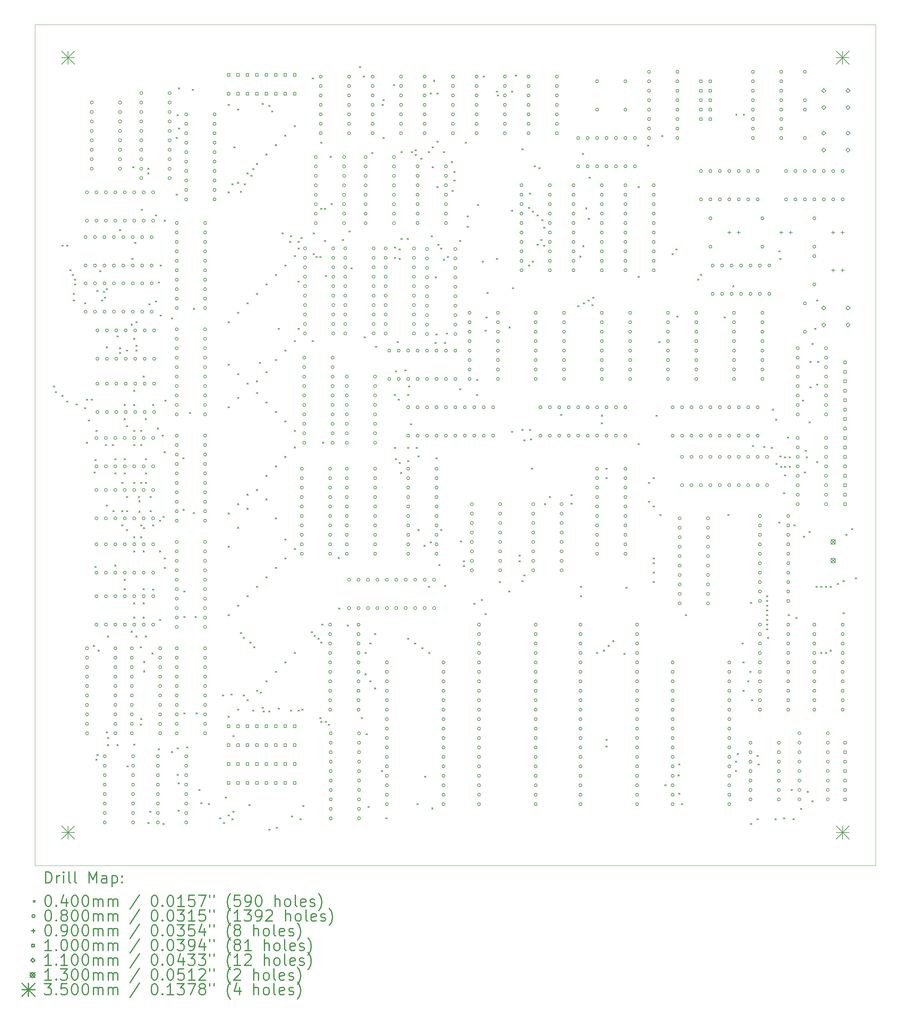
<source format=gbr>
%FSLAX45Y45*%
G04 Gerber Fmt 4.5, Leading zero omitted, Abs format (unit mm)*
G04 Created by KiCad (PCBNEW 5.1.10) date 2021-08-05 21:40:24*
%MOMM*%
%LPD*%
G01*
G04 APERTURE LIST*
%TA.AperFunction,Profile*%
%ADD10C,0.050000*%
%TD*%
%ADD11C,0.200000*%
%ADD12C,0.300000*%
G04 APERTURE END LIST*
D10*
X6096000Y-508000D02*
X28702000Y-508000D01*
X6096000Y-23114000D02*
X6096000Y-508000D01*
X28702000Y-23114000D02*
X6096000Y-23114000D01*
X28702000Y-508000D02*
X28702000Y-23114000D01*
D11*
X6584000Y-10216200D02*
X6624000Y-10256200D01*
X6624000Y-10216200D02*
X6584000Y-10256200D01*
X6634800Y-10368600D02*
X6674800Y-10408600D01*
X6674800Y-10368600D02*
X6634800Y-10408600D01*
X6812600Y-6431600D02*
X6852600Y-6471600D01*
X6852600Y-6431600D02*
X6812600Y-6471600D01*
X6812600Y-10470200D02*
X6852600Y-10510200D01*
X6852600Y-10470200D02*
X6812600Y-10510200D01*
X6939600Y-6431600D02*
X6979600Y-6471600D01*
X6979600Y-6431600D02*
X6939600Y-6471600D01*
X6939600Y-10622600D02*
X6979600Y-10662600D01*
X6979600Y-10622600D02*
X6939600Y-10662600D01*
X7028500Y-7092000D02*
X7068500Y-7132000D01*
X7068500Y-7092000D02*
X7028500Y-7132000D01*
X7092000Y-7219000D02*
X7132000Y-7259000D01*
X7132000Y-7219000D02*
X7092000Y-7259000D01*
X7092000Y-7219000D02*
X7132000Y-7259000D01*
X7132000Y-7219000D02*
X7092000Y-7259000D01*
X7117400Y-7727000D02*
X7157400Y-7767000D01*
X7157400Y-7727000D02*
X7117400Y-7767000D01*
X7117400Y-7904800D02*
X7157400Y-7944800D01*
X7157400Y-7904800D02*
X7117400Y-7944800D01*
X7155500Y-7346000D02*
X7195500Y-7386000D01*
X7195500Y-7346000D02*
X7155500Y-7386000D01*
X7155500Y-7473000D02*
X7195500Y-7513000D01*
X7195500Y-7473000D02*
X7155500Y-7513000D01*
X7193600Y-10698800D02*
X7233600Y-10738800D01*
X7233600Y-10698800D02*
X7193600Y-10738800D01*
X7422200Y-7981000D02*
X7462200Y-8021000D01*
X7462200Y-7981000D02*
X7422200Y-8021000D01*
X7422200Y-10800400D02*
X7462200Y-10840400D01*
X7462200Y-10800400D02*
X7422200Y-10840400D01*
X7473000Y-10571800D02*
X7513000Y-10611800D01*
X7513000Y-10571800D02*
X7473000Y-10611800D01*
X7473000Y-11727500D02*
X7513000Y-11767500D01*
X7513000Y-11727500D02*
X7473000Y-11767500D01*
X7523800Y-11130600D02*
X7563800Y-11170600D01*
X7563800Y-11130600D02*
X7523800Y-11170600D01*
X7600000Y-10571800D02*
X7640000Y-10611800D01*
X7640000Y-10571800D02*
X7600000Y-10611800D01*
X7663500Y-17188500D02*
X7703500Y-17228500D01*
X7703500Y-17188500D02*
X7663500Y-17228500D01*
X7676200Y-12527600D02*
X7716200Y-12567600D01*
X7716200Y-12527600D02*
X7676200Y-12567600D01*
X7701600Y-12197400D02*
X7741600Y-12237400D01*
X7741600Y-12197400D02*
X7701600Y-12237400D01*
X7701600Y-15067600D02*
X7741600Y-15107600D01*
X7741600Y-15067600D02*
X7701600Y-15107600D01*
X7727000Y-11410000D02*
X7767000Y-11450000D01*
X7767000Y-11410000D02*
X7727000Y-11450000D01*
X7727000Y-20249200D02*
X7767000Y-20289200D01*
X7767000Y-20249200D02*
X7727000Y-20289200D01*
X7752400Y-7650800D02*
X7792400Y-7690800D01*
X7792400Y-7650800D02*
X7752400Y-7690800D01*
X7752400Y-20122200D02*
X7792400Y-20162200D01*
X7792400Y-20122200D02*
X7752400Y-20162200D01*
X7790500Y-17315500D02*
X7830500Y-17355500D01*
X7830500Y-17315500D02*
X7790500Y-17355500D01*
X7828600Y-7117400D02*
X7868600Y-7157400D01*
X7868600Y-7117400D02*
X7828600Y-7157400D01*
X7879400Y-7904800D02*
X7919400Y-7944800D01*
X7919400Y-7904800D02*
X7879400Y-7944800D01*
X7930200Y-7676200D02*
X7970200Y-7716200D01*
X7970200Y-7676200D02*
X7930200Y-7716200D01*
X7955600Y-7828600D02*
X7995600Y-7868600D01*
X7995600Y-7828600D02*
X7955600Y-7868600D01*
X7981000Y-11791000D02*
X8021000Y-11831000D01*
X8021000Y-11791000D02*
X7981000Y-11831000D01*
X8006400Y-7600000D02*
X8046400Y-7640000D01*
X8046400Y-7600000D02*
X8006400Y-7640000D01*
X8006400Y-13416600D02*
X8046400Y-13456600D01*
X8046400Y-13416600D02*
X8006400Y-13456600D01*
X8006400Y-19512600D02*
X8046400Y-19552600D01*
X8046400Y-19512600D02*
X8006400Y-19552600D01*
X8006500Y-9162000D02*
X8046500Y-9202000D01*
X8046500Y-9162000D02*
X8006500Y-9202000D01*
X8044500Y-16934500D02*
X8084500Y-16974500D01*
X8084500Y-16934500D02*
X8044500Y-16974500D01*
X8044500Y-16934500D02*
X8084500Y-16974500D01*
X8084500Y-16934500D02*
X8044500Y-16974500D01*
X8044500Y-19665000D02*
X8084500Y-19705000D01*
X8084500Y-19665000D02*
X8044500Y-19705000D01*
X8044500Y-19855500D02*
X8084500Y-19895500D01*
X8084500Y-19855500D02*
X8044500Y-19895500D01*
X8171500Y-11791000D02*
X8211500Y-11831000D01*
X8211500Y-11791000D02*
X8171500Y-11831000D01*
X8184200Y-13569000D02*
X8224200Y-13609000D01*
X8224200Y-13569000D02*
X8184200Y-13609000D01*
X8235000Y-12172000D02*
X8275000Y-12212000D01*
X8275000Y-12172000D02*
X8235000Y-12212000D01*
X8235000Y-12553000D02*
X8275000Y-12593000D01*
X8275000Y-12553000D02*
X8235000Y-12593000D01*
X8235000Y-15029500D02*
X8275000Y-15069500D01*
X8275000Y-15029500D02*
X8235000Y-15069500D01*
X8298500Y-8870000D02*
X8338500Y-8910000D01*
X8338500Y-8870000D02*
X8298500Y-8910000D01*
X8298500Y-19855500D02*
X8338500Y-19895500D01*
X8338500Y-19855500D02*
X8298500Y-19895500D01*
X8362000Y-6012500D02*
X8402000Y-6052500D01*
X8402000Y-6012500D02*
X8362000Y-6052500D01*
X8362000Y-9187500D02*
X8402000Y-9227500D01*
X8402000Y-9187500D02*
X8362000Y-9227500D01*
X8362000Y-9314500D02*
X8402000Y-9354500D01*
X8402000Y-9314500D02*
X8362000Y-9354500D01*
X8425500Y-12807000D02*
X8465500Y-12847000D01*
X8465500Y-12807000D02*
X8425500Y-12847000D01*
X8425500Y-13569000D02*
X8465500Y-13609000D01*
X8465500Y-13569000D02*
X8425500Y-13609000D01*
X8425500Y-13950000D02*
X8465500Y-13990000D01*
X8465500Y-13950000D02*
X8425500Y-13990000D01*
X8489000Y-10711500D02*
X8529000Y-10751500D01*
X8529000Y-10711500D02*
X8489000Y-10751500D01*
X8489000Y-11092500D02*
X8529000Y-11132500D01*
X8529000Y-11092500D02*
X8489000Y-11132500D01*
X8489000Y-12172000D02*
X8529000Y-12212000D01*
X8529000Y-12172000D02*
X8489000Y-12212000D01*
X8489000Y-12553000D02*
X8529000Y-12593000D01*
X8529000Y-12553000D02*
X8489000Y-12593000D01*
X8489000Y-15410500D02*
X8529000Y-15450500D01*
X8529000Y-15410500D02*
X8489000Y-15450500D01*
X8489000Y-15664500D02*
X8529000Y-15704500D01*
X8529000Y-15664500D02*
X8489000Y-15704500D01*
X8552500Y-9251000D02*
X8592500Y-9291000D01*
X8592500Y-9251000D02*
X8552500Y-9291000D01*
X8552500Y-11283000D02*
X8592500Y-11323000D01*
X8592500Y-11283000D02*
X8552500Y-11323000D01*
X8552500Y-13188000D02*
X8592500Y-13228000D01*
X8592500Y-13188000D02*
X8552500Y-13228000D01*
X8552500Y-13569000D02*
X8592500Y-13609000D01*
X8592500Y-13569000D02*
X8552500Y-13609000D01*
X8552500Y-14077000D02*
X8592500Y-14117000D01*
X8592500Y-14077000D02*
X8552500Y-14117000D01*
X8565200Y-20427000D02*
X8605200Y-20467000D01*
X8605200Y-20427000D02*
X8565200Y-20467000D01*
X8679500Y-8552500D02*
X8719500Y-8592500D01*
X8719500Y-8552500D02*
X8679500Y-8592500D01*
X8679500Y-16807500D02*
X8719500Y-16847500D01*
X8719500Y-16807500D02*
X8679500Y-16847500D01*
X8692200Y-6787200D02*
X8732200Y-6827200D01*
X8732200Y-6787200D02*
X8692200Y-6827200D01*
X8717600Y-4323400D02*
X8757600Y-4363400D01*
X8757600Y-4323400D02*
X8717600Y-4363400D01*
X8743000Y-8933500D02*
X8783000Y-8973500D01*
X8783000Y-8933500D02*
X8743000Y-8973500D01*
X8743000Y-10330500D02*
X8783000Y-10370500D01*
X8783000Y-10330500D02*
X8743000Y-10370500D01*
X8743000Y-10711500D02*
X8783000Y-10751500D01*
X8783000Y-10711500D02*
X8743000Y-10751500D01*
X8743000Y-11410000D02*
X8783000Y-11450000D01*
X8783000Y-11410000D02*
X8743000Y-11450000D01*
X8743000Y-11791000D02*
X8783000Y-11831000D01*
X8783000Y-11791000D02*
X8743000Y-11831000D01*
X8743000Y-12807000D02*
X8783000Y-12847000D01*
X8783000Y-12807000D02*
X8743000Y-12847000D01*
X8743000Y-14267500D02*
X8783000Y-14307500D01*
X8783000Y-14267500D02*
X8743000Y-14307500D01*
X8743000Y-14648500D02*
X8783000Y-14688500D01*
X8783000Y-14648500D02*
X8743000Y-14688500D01*
X8743000Y-16045500D02*
X8783000Y-16085500D01*
X8783000Y-16045500D02*
X8743000Y-16085500D01*
X8743000Y-16426500D02*
X8783000Y-16466500D01*
X8783000Y-16426500D02*
X8743000Y-16466500D01*
X8743000Y-19842800D02*
X8783000Y-19882800D01*
X8783000Y-19842800D02*
X8743000Y-19882800D01*
X8768400Y-6355400D02*
X8808400Y-6395400D01*
X8808400Y-6355400D02*
X8768400Y-6395400D01*
X8806500Y-8489000D02*
X8846500Y-8529000D01*
X8846500Y-8489000D02*
X8806500Y-8529000D01*
X8806500Y-9124000D02*
X8846500Y-9164000D01*
X8846500Y-9124000D02*
X8806500Y-9164000D01*
X8806500Y-9251000D02*
X8846500Y-9291000D01*
X8846500Y-9251000D02*
X8806500Y-9291000D01*
X8806500Y-16934500D02*
X8846500Y-16974500D01*
X8846500Y-16934500D02*
X8806500Y-16974500D01*
X8870000Y-13188000D02*
X8910000Y-13228000D01*
X8910000Y-13188000D02*
X8870000Y-13228000D01*
X8884500Y-13300500D02*
X8924500Y-13340500D01*
X8924500Y-13300500D02*
X8884500Y-13340500D01*
X8884500Y-13583500D02*
X8924500Y-13623500D01*
X8924500Y-13583500D02*
X8884500Y-13623500D01*
X8920800Y-17226600D02*
X8960800Y-17266600D01*
X8960800Y-17226600D02*
X8920800Y-17266600D01*
X8920800Y-19309400D02*
X8960800Y-19349400D01*
X8960800Y-19309400D02*
X8920800Y-19349400D01*
X8933500Y-11410000D02*
X8973500Y-11450000D01*
X8973500Y-11410000D02*
X8933500Y-11450000D01*
X8933500Y-11791000D02*
X8973500Y-11831000D01*
X8973500Y-11791000D02*
X8933500Y-11831000D01*
X8933500Y-12807000D02*
X8973500Y-12847000D01*
X8973500Y-12807000D02*
X8933500Y-12847000D01*
X8933500Y-13950000D02*
X8973500Y-13990000D01*
X8973500Y-13950000D02*
X8933500Y-13990000D01*
X8933500Y-14267500D02*
X8973500Y-14307500D01*
X8973500Y-14267500D02*
X8933500Y-14307500D01*
X8933500Y-19157000D02*
X8973500Y-19197000D01*
X8973500Y-19157000D02*
X8933500Y-19197000D01*
X8933500Y-19157000D02*
X8973500Y-19197000D01*
X8973500Y-19157000D02*
X8933500Y-19197000D01*
X8946200Y-5466400D02*
X8986200Y-5506400D01*
X8986200Y-5466400D02*
X8946200Y-5506400D01*
X8997000Y-9949500D02*
X9037000Y-9989500D01*
X9037000Y-9949500D02*
X8997000Y-9989500D01*
X8997000Y-14648500D02*
X9037000Y-14688500D01*
X9037000Y-14648500D02*
X8997000Y-14688500D01*
X8997000Y-15664500D02*
X9037000Y-15704500D01*
X9037000Y-15664500D02*
X8997000Y-15704500D01*
X8997000Y-16045500D02*
X9037000Y-16085500D01*
X9037000Y-16045500D02*
X8997000Y-16085500D01*
X8997000Y-16426500D02*
X9037000Y-16466500D01*
X9037000Y-16426500D02*
X8997000Y-16466500D01*
X9006000Y-14022500D02*
X9046000Y-14062500D01*
X9046000Y-14022500D02*
X9006000Y-14062500D01*
X9011500Y-17618500D02*
X9051500Y-17658500D01*
X9051500Y-17618500D02*
X9011500Y-17658500D01*
X9011500Y-17872500D02*
X9051500Y-17912500D01*
X9051500Y-17872500D02*
X9011500Y-17912500D01*
X9060500Y-11092500D02*
X9100500Y-11132500D01*
X9100500Y-11092500D02*
X9060500Y-11132500D01*
X9060500Y-12172000D02*
X9100500Y-12212000D01*
X9100500Y-12172000D02*
X9060500Y-12212000D01*
X9060500Y-12553000D02*
X9100500Y-12593000D01*
X9100500Y-12553000D02*
X9060500Y-12593000D01*
X9060500Y-12807000D02*
X9100500Y-12847000D01*
X9100500Y-12807000D02*
X9060500Y-12847000D01*
X9060500Y-16934500D02*
X9100500Y-16974500D01*
X9100500Y-16934500D02*
X9060500Y-16974500D01*
X9124000Y-4361500D02*
X9164000Y-4401500D01*
X9164000Y-4361500D02*
X9124000Y-4401500D01*
X9124000Y-4488500D02*
X9164000Y-4528500D01*
X9164000Y-4488500D02*
X9124000Y-4528500D01*
X9124000Y-21951000D02*
X9164000Y-21991000D01*
X9164000Y-21951000D02*
X9124000Y-21991000D01*
X9149400Y-8006400D02*
X9189400Y-8046400D01*
X9189400Y-8006400D02*
X9149400Y-8046400D01*
X9174800Y-21646200D02*
X9214800Y-21686200D01*
X9214800Y-21646200D02*
X9174800Y-21686200D01*
X9187500Y-13188000D02*
X9227500Y-13228000D01*
X9227500Y-13188000D02*
X9187500Y-13228000D01*
X9187500Y-13569000D02*
X9227500Y-13609000D01*
X9227500Y-13569000D02*
X9187500Y-13609000D01*
X9236500Y-17393500D02*
X9276500Y-17433500D01*
X9276500Y-17393500D02*
X9236500Y-17433500D01*
X9251000Y-10711500D02*
X9291000Y-10751500D01*
X9291000Y-10711500D02*
X9251000Y-10751500D01*
X9251000Y-13950000D02*
X9291000Y-13990000D01*
X9291000Y-13950000D02*
X9251000Y-13990000D01*
X9251000Y-15677200D02*
X9291000Y-15717200D01*
X9291000Y-15677200D02*
X9251000Y-15717200D01*
X9327200Y-5618800D02*
X9367200Y-5658800D01*
X9367200Y-5618800D02*
X9327200Y-5658800D01*
X9327200Y-7930200D02*
X9367200Y-7970200D01*
X9367200Y-7930200D02*
X9327200Y-7970200D01*
X9378000Y-11346500D02*
X9418000Y-11386500D01*
X9418000Y-11346500D02*
X9378000Y-11386500D01*
X9403400Y-7422200D02*
X9443400Y-7462200D01*
X9443400Y-7422200D02*
X9403400Y-7462200D01*
X9403400Y-19969800D02*
X9443400Y-20009800D01*
X9443400Y-19969800D02*
X9403400Y-20009800D01*
X9441500Y-13823000D02*
X9481500Y-13863000D01*
X9481500Y-13823000D02*
X9441500Y-13863000D01*
X9441500Y-14648500D02*
X9481500Y-14688500D01*
X9481500Y-14648500D02*
X9441500Y-14688500D01*
X9441500Y-16490000D02*
X9481500Y-16530000D01*
X9481500Y-16490000D02*
X9441500Y-16530000D01*
X9454200Y-6965000D02*
X9494200Y-7005000D01*
X9494200Y-6965000D02*
X9454200Y-7005000D01*
X9454200Y-8311200D02*
X9494200Y-8351200D01*
X9494200Y-8311200D02*
X9454200Y-8351200D01*
X9505000Y-11537000D02*
X9545000Y-11577000D01*
X9545000Y-11537000D02*
X9505000Y-11577000D01*
X9530400Y-13721400D02*
X9570400Y-13761400D01*
X9570400Y-13721400D02*
X9530400Y-13761400D01*
X9530400Y-21976400D02*
X9570400Y-22016400D01*
X9570400Y-21976400D02*
X9530400Y-22016400D01*
X9568500Y-5758500D02*
X9608500Y-5798500D01*
X9608500Y-5758500D02*
X9568500Y-5798500D01*
X9568500Y-11981500D02*
X9608500Y-12021500D01*
X9608500Y-11981500D02*
X9568500Y-12021500D01*
X9568500Y-14839000D02*
X9608500Y-14879000D01*
X9608500Y-14839000D02*
X9568500Y-14879000D01*
X9568500Y-15093000D02*
X9608500Y-15133000D01*
X9608500Y-15093000D02*
X9568500Y-15133000D01*
X9581200Y-10597200D02*
X9621200Y-10637200D01*
X9621200Y-10597200D02*
X9581200Y-10637200D01*
X9759000Y-8387400D02*
X9799000Y-8427400D01*
X9799000Y-8387400D02*
X9759000Y-8427400D01*
X9761500Y-20043500D02*
X9801500Y-20083500D01*
X9801500Y-20043500D02*
X9761500Y-20083500D01*
X9886000Y-3536000D02*
X9926000Y-3576000D01*
X9926000Y-3536000D02*
X9886000Y-3576000D01*
X9886000Y-5060000D02*
X9926000Y-5100000D01*
X9926000Y-5060000D02*
X9886000Y-5100000D01*
X9911400Y-2926400D02*
X9951400Y-2966400D01*
X9951400Y-2926400D02*
X9911400Y-2966400D01*
X9911400Y-19944400D02*
X9951400Y-19984400D01*
X9951400Y-19944400D02*
X9911400Y-19984400D01*
X9911400Y-20655600D02*
X9951400Y-20695600D01*
X9951400Y-20655600D02*
X9911400Y-20695600D01*
X9936800Y-20884200D02*
X9976800Y-20924200D01*
X9976800Y-20884200D02*
X9936800Y-20924200D01*
X9936800Y-21620800D02*
X9976800Y-21660800D01*
X9976800Y-21620800D02*
X9936800Y-21660800D01*
X9949500Y-2202500D02*
X9989500Y-2242500D01*
X9989500Y-2202500D02*
X9949500Y-2242500D01*
X9949500Y-3282000D02*
X9989500Y-3322000D01*
X9989500Y-3282000D02*
X9949500Y-3322000D01*
X10063800Y-12146600D02*
X10103800Y-12186600D01*
X10103800Y-12146600D02*
X10063800Y-12186600D01*
X10076500Y-13530900D02*
X10116500Y-13570900D01*
X10116500Y-13530900D02*
X10076500Y-13570900D01*
X10089200Y-15728000D02*
X10129200Y-15768000D01*
X10129200Y-15728000D02*
X10089200Y-15768000D01*
X10089200Y-16413800D02*
X10129200Y-16453800D01*
X10129200Y-16413800D02*
X10089200Y-16453800D01*
X10089200Y-19004600D02*
X10129200Y-19044600D01*
X10129200Y-19004600D02*
X10089200Y-19044600D01*
X10165400Y-19919000D02*
X10205400Y-19959000D01*
X10205400Y-19919000D02*
X10165400Y-19959000D01*
X10241600Y-10927400D02*
X10281600Y-10967400D01*
X10281600Y-10927400D02*
X10241600Y-10967400D01*
X10317800Y-2240600D02*
X10357800Y-2280600D01*
X10357800Y-2240600D02*
X10317800Y-2280600D01*
X10343200Y-13619800D02*
X10383200Y-13659800D01*
X10383200Y-13619800D02*
X10343200Y-13659800D01*
X10349621Y-8126979D02*
X10389621Y-8166979D01*
X10389621Y-8126979D02*
X10349621Y-8166979D01*
X10394000Y-16413800D02*
X10434000Y-16453800D01*
X10434000Y-16413800D02*
X10394000Y-16453800D01*
X10419400Y-19004600D02*
X10459400Y-19044600D01*
X10459400Y-19004600D02*
X10419400Y-19044600D01*
X10495600Y-21062000D02*
X10535600Y-21102000D01*
X10535600Y-21062000D02*
X10495600Y-21102000D01*
X10546400Y-21417600D02*
X10586400Y-21457600D01*
X10586400Y-21417600D02*
X10546400Y-21457600D01*
X10749600Y-21443000D02*
X10789600Y-21483000D01*
X10789600Y-21443000D02*
X10749600Y-21483000D01*
X11054400Y-21824000D02*
X11094400Y-21864000D01*
X11094400Y-21824000D02*
X11054400Y-21864000D01*
X11130600Y-18522000D02*
X11170600Y-18562000D01*
X11170600Y-18522000D02*
X11130600Y-18562000D01*
X11156000Y-21951000D02*
X11196000Y-21991000D01*
X11196000Y-21951000D02*
X11156000Y-21991000D01*
X11206800Y-21265200D02*
X11246800Y-21305200D01*
X11246800Y-21265200D02*
X11206800Y-21305200D01*
X11283000Y-2647000D02*
X11323000Y-2687000D01*
X11323000Y-2647000D02*
X11283000Y-2687000D01*
X11283000Y-4996500D02*
X11323000Y-5036500D01*
X11323000Y-4996500D02*
X11283000Y-5036500D01*
X11283000Y-8489000D02*
X11323000Y-8529000D01*
X11323000Y-8489000D02*
X11283000Y-8529000D01*
X11283000Y-9632000D02*
X11323000Y-9672000D01*
X11323000Y-9632000D02*
X11283000Y-9672000D01*
X11283000Y-10775000D02*
X11323000Y-10815000D01*
X11323000Y-10775000D02*
X11283000Y-10815000D01*
X11283000Y-13632500D02*
X11323000Y-13672500D01*
X11323000Y-13632500D02*
X11283000Y-13672500D01*
X11283000Y-14521500D02*
X11323000Y-14561500D01*
X11323000Y-14521500D02*
X11283000Y-14561500D01*
X11283000Y-16363000D02*
X11323000Y-16403000D01*
X11323000Y-16363000D02*
X11283000Y-16403000D01*
X11283000Y-19093500D02*
X11323000Y-19133500D01*
X11323000Y-19093500D02*
X11283000Y-19133500D01*
X11283000Y-21747800D02*
X11323000Y-21787800D01*
X11323000Y-21747800D02*
X11283000Y-21787800D01*
X11359200Y-18496600D02*
X11399200Y-18536600D01*
X11399200Y-18496600D02*
X11359200Y-18536600D01*
X11384600Y-4780600D02*
X11424600Y-4820600D01*
X11424600Y-4780600D02*
X11384600Y-4820600D01*
X11384600Y-21849400D02*
X11424600Y-21889400D01*
X11424600Y-21849400D02*
X11384600Y-21889400D01*
X11410000Y-19614200D02*
X11450000Y-19654200D01*
X11450000Y-19614200D02*
X11410000Y-19654200D01*
X11410000Y-21646200D02*
X11450000Y-21686200D01*
X11450000Y-21646200D02*
X11410000Y-21686200D01*
X11435400Y-3790000D02*
X11475400Y-3830000D01*
X11475400Y-3790000D02*
X11435400Y-3830000D01*
X11537000Y-2774000D02*
X11577000Y-2814000D01*
X11577000Y-2774000D02*
X11537000Y-2814000D01*
X11537000Y-4742500D02*
X11577000Y-4782500D01*
X11577000Y-4742500D02*
X11537000Y-4782500D01*
X11537000Y-8235000D02*
X11577000Y-8275000D01*
X11577000Y-8235000D02*
X11537000Y-8275000D01*
X11537000Y-9886000D02*
X11577000Y-9926000D01*
X11577000Y-9886000D02*
X11537000Y-9926000D01*
X11537000Y-10521000D02*
X11577000Y-10561000D01*
X11577000Y-10521000D02*
X11537000Y-10561000D01*
X11537000Y-13378500D02*
X11577000Y-13418500D01*
X11577000Y-13378500D02*
X11537000Y-13418500D01*
X11537000Y-14013500D02*
X11577000Y-14053500D01*
X11577000Y-14013500D02*
X11537000Y-14053500D01*
X11537000Y-16109000D02*
X11577000Y-16149000D01*
X11577000Y-16109000D02*
X11537000Y-16149000D01*
X11537000Y-18903000D02*
X11577000Y-18943000D01*
X11577000Y-18903000D02*
X11537000Y-18943000D01*
X11613200Y-4983800D02*
X11653200Y-5023800D01*
X11653200Y-4983800D02*
X11613200Y-5023800D01*
X11613200Y-16845600D02*
X11653200Y-16885600D01*
X11653200Y-16845600D02*
X11613200Y-16885600D01*
X11689400Y-16972600D02*
X11729400Y-17012600D01*
X11729400Y-16972600D02*
X11689400Y-17012600D01*
X11689400Y-18522000D02*
X11729400Y-18562000D01*
X11729400Y-18522000D02*
X11689400Y-18562000D01*
X11714800Y-4780600D02*
X11754800Y-4820600D01*
X11754800Y-4780600D02*
X11714800Y-4820600D01*
X11791000Y-4488500D02*
X11831000Y-4528500D01*
X11831000Y-4488500D02*
X11791000Y-4528500D01*
X11791000Y-7981000D02*
X11831000Y-8021000D01*
X11831000Y-7981000D02*
X11791000Y-8021000D01*
X11791000Y-10140000D02*
X11831000Y-10180000D01*
X11831000Y-10140000D02*
X11791000Y-10180000D01*
X11791000Y-13124500D02*
X11831000Y-13164500D01*
X11831000Y-13124500D02*
X11791000Y-13164500D01*
X11791000Y-13505500D02*
X11831000Y-13545500D01*
X11831000Y-13505500D02*
X11791000Y-13545500D01*
X11791000Y-15855000D02*
X11831000Y-15895000D01*
X11831000Y-15855000D02*
X11791000Y-15895000D01*
X11791000Y-18649000D02*
X11831000Y-18689000D01*
X11831000Y-18649000D02*
X11791000Y-18689000D01*
X11841800Y-21468400D02*
X11881800Y-21508400D01*
X11881800Y-21468400D02*
X11841800Y-21508400D01*
X11867200Y-17099600D02*
X11907200Y-17139600D01*
X11907200Y-17099600D02*
X11867200Y-17139600D01*
X11892600Y-4552000D02*
X11932600Y-4592000D01*
X11932600Y-4552000D02*
X11892600Y-4592000D01*
X11943400Y-4374200D02*
X11983400Y-4414200D01*
X11983400Y-4374200D02*
X11943400Y-4414200D01*
X11943400Y-18928400D02*
X11983400Y-18968400D01*
X11983400Y-18928400D02*
X11943400Y-18968400D01*
X11968800Y-17226600D02*
X12008800Y-17266600D01*
X12008800Y-17226600D02*
X11968800Y-17266600D01*
X12045000Y-4234500D02*
X12085000Y-4274500D01*
X12085000Y-4234500D02*
X12045000Y-4274500D01*
X12045000Y-7727000D02*
X12085000Y-7767000D01*
X12085000Y-7727000D02*
X12045000Y-7767000D01*
X12045000Y-10076500D02*
X12085000Y-10116500D01*
X12085000Y-10076500D02*
X12045000Y-10116500D01*
X12045000Y-10394000D02*
X12085000Y-10434000D01*
X12085000Y-10394000D02*
X12045000Y-10434000D01*
X12045000Y-12997500D02*
X12085000Y-13037500D01*
X12085000Y-12997500D02*
X12045000Y-13037500D01*
X12045000Y-15601000D02*
X12085000Y-15641000D01*
X12085000Y-15601000D02*
X12045000Y-15641000D01*
X12045000Y-18395000D02*
X12085000Y-18435000D01*
X12085000Y-18395000D02*
X12045000Y-18435000D01*
X12121200Y-9581200D02*
X12161200Y-9621200D01*
X12161200Y-9581200D02*
X12121200Y-9621200D01*
X12146600Y-18445800D02*
X12186600Y-18485800D01*
X12186600Y-18445800D02*
X12146600Y-18485800D01*
X12197400Y-2621600D02*
X12237400Y-2661600D01*
X12237400Y-2621600D02*
X12197400Y-2661600D01*
X12197400Y-18852200D02*
X12237400Y-18892200D01*
X12237400Y-18852200D02*
X12197400Y-18892200D01*
X12222800Y-18953800D02*
X12262800Y-18993800D01*
X12262800Y-18953800D02*
X12222800Y-18993800D01*
X12299000Y-3980500D02*
X12339000Y-4020500D01*
X12339000Y-3980500D02*
X12299000Y-4020500D01*
X12299000Y-7473000D02*
X12339000Y-7513000D01*
X12339000Y-7473000D02*
X12299000Y-7513000D01*
X12299000Y-9835200D02*
X12339000Y-9875200D01*
X12339000Y-9835200D02*
X12299000Y-9875200D01*
X12299000Y-10648000D02*
X12339000Y-10688000D01*
X12339000Y-10648000D02*
X12299000Y-10688000D01*
X12299000Y-12616500D02*
X12339000Y-12656500D01*
X12339000Y-12616500D02*
X12299000Y-12656500D01*
X12299000Y-13251500D02*
X12339000Y-13291500D01*
X12339000Y-13251500D02*
X12299000Y-13291500D01*
X12299000Y-15347000D02*
X12339000Y-15387000D01*
X12339000Y-15347000D02*
X12299000Y-15387000D01*
X12299000Y-18141000D02*
X12339000Y-18181000D01*
X12339000Y-18141000D02*
X12299000Y-18181000D01*
X12375200Y-2672400D02*
X12415200Y-2712400D01*
X12415200Y-2672400D02*
X12375200Y-2712400D01*
X12375200Y-18953800D02*
X12415200Y-18993800D01*
X12415200Y-18953800D02*
X12375200Y-18993800D01*
X12375200Y-22128800D02*
X12415200Y-22168800D01*
X12415200Y-22128800D02*
X12375200Y-22168800D01*
X12451400Y-2824800D02*
X12491400Y-2864800D01*
X12491400Y-2824800D02*
X12451400Y-2864800D01*
X12553000Y-3726500D02*
X12593000Y-3766500D01*
X12593000Y-3726500D02*
X12553000Y-3766500D01*
X12553000Y-7219000D02*
X12593000Y-7259000D01*
X12593000Y-7219000D02*
X12553000Y-7259000D01*
X12553000Y-9505000D02*
X12593000Y-9545000D01*
X12593000Y-9505000D02*
X12553000Y-9545000D01*
X12553000Y-10902000D02*
X12593000Y-10942000D01*
X12593000Y-10902000D02*
X12553000Y-10942000D01*
X12553000Y-12362500D02*
X12593000Y-12402500D01*
X12593000Y-12362500D02*
X12553000Y-12402500D01*
X12553000Y-13759500D02*
X12593000Y-13799500D01*
X12593000Y-13759500D02*
X12553000Y-13799500D01*
X12553000Y-15093000D02*
X12593000Y-15133000D01*
X12593000Y-15093000D02*
X12553000Y-15133000D01*
X12553000Y-17887000D02*
X12593000Y-17927000D01*
X12593000Y-17887000D02*
X12553000Y-17927000D01*
X12578400Y-22078000D02*
X12618400Y-22118000D01*
X12618400Y-22078000D02*
X12578400Y-22118000D01*
X12629200Y-8666800D02*
X12669200Y-8706800D01*
X12669200Y-8666800D02*
X12629200Y-8706800D01*
X12629200Y-18877600D02*
X12669200Y-18917600D01*
X12669200Y-18877600D02*
X12629200Y-18917600D01*
X12730800Y-6101400D02*
X12770800Y-6141400D01*
X12770800Y-6101400D02*
X12730800Y-6141400D01*
X12807000Y-3472500D02*
X12847000Y-3512500D01*
X12847000Y-3472500D02*
X12807000Y-3512500D01*
X12807000Y-6965000D02*
X12847000Y-7005000D01*
X12847000Y-6965000D02*
X12807000Y-7005000D01*
X12807000Y-9251000D02*
X12847000Y-9291000D01*
X12847000Y-9251000D02*
X12807000Y-9291000D01*
X12807000Y-11156000D02*
X12847000Y-11196000D01*
X12847000Y-11156000D02*
X12807000Y-11196000D01*
X12807000Y-12108500D02*
X12847000Y-12148500D01*
X12847000Y-12108500D02*
X12807000Y-12148500D01*
X12807000Y-14331000D02*
X12847000Y-14371000D01*
X12847000Y-14331000D02*
X12807000Y-14371000D01*
X12807000Y-14839000D02*
X12847000Y-14879000D01*
X12847000Y-14839000D02*
X12807000Y-14879000D01*
X12807000Y-17633000D02*
X12847000Y-17673000D01*
X12847000Y-17633000D02*
X12807000Y-17673000D01*
X12934000Y-6330000D02*
X12974000Y-6370000D01*
X12974000Y-6330000D02*
X12934000Y-6370000D01*
X12934000Y-6330000D02*
X12974000Y-6370000D01*
X12974000Y-6330000D02*
X12934000Y-6370000D01*
X12959400Y-6177600D02*
X12999400Y-6217600D01*
X12999400Y-6177600D02*
X12959400Y-6217600D01*
X12959400Y-18928400D02*
X12999400Y-18968400D01*
X12999400Y-18928400D02*
X12959400Y-18968400D01*
X12984800Y-21773200D02*
X13024800Y-21813200D01*
X13024800Y-21773200D02*
X12984800Y-21813200D01*
X13061000Y-3218500D02*
X13101000Y-3258500D01*
X13101000Y-3218500D02*
X13061000Y-3258500D01*
X13061000Y-6711000D02*
X13101000Y-6751000D01*
X13101000Y-6711000D02*
X13061000Y-6751000D01*
X13061000Y-8997000D02*
X13101000Y-9037000D01*
X13101000Y-8997000D02*
X13061000Y-9037000D01*
X13061000Y-11410000D02*
X13101000Y-11450000D01*
X13101000Y-11410000D02*
X13061000Y-11450000D01*
X13061000Y-11854500D02*
X13101000Y-11894500D01*
X13101000Y-11854500D02*
X13061000Y-11894500D01*
X13061000Y-14585000D02*
X13101000Y-14625000D01*
X13101000Y-14585000D02*
X13061000Y-14625000D01*
X13061000Y-17379000D02*
X13101000Y-17419000D01*
X13101000Y-17379000D02*
X13061000Y-17419000D01*
X13162600Y-6330000D02*
X13202600Y-6370000D01*
X13202600Y-6330000D02*
X13162600Y-6370000D01*
X13162600Y-6507800D02*
X13202600Y-6547800D01*
X13202600Y-6507800D02*
X13162600Y-6547800D01*
X13162600Y-7396800D02*
X13202600Y-7436800D01*
X13202600Y-7396800D02*
X13162600Y-7436800D01*
X13162600Y-8666800D02*
X13202600Y-8706800D01*
X13202600Y-8666800D02*
X13162600Y-8706800D01*
X13162600Y-18928400D02*
X13202600Y-18968400D01*
X13202600Y-18928400D02*
X13162600Y-18968400D01*
X13213400Y-21849400D02*
X13253400Y-21889400D01*
X13253400Y-21849400D02*
X13213400Y-21889400D01*
X13238800Y-6228400D02*
X13278800Y-6268400D01*
X13278800Y-6228400D02*
X13238800Y-6268400D01*
X13264200Y-18903000D02*
X13304200Y-18943000D01*
X13304200Y-18903000D02*
X13264200Y-18943000D01*
X13289600Y-21493800D02*
X13329600Y-21533800D01*
X13329600Y-21493800D02*
X13289600Y-21533800D01*
X13518200Y-16820200D02*
X13558200Y-16860200D01*
X13558200Y-16820200D02*
X13518200Y-16860200D01*
X13543600Y-1935800D02*
X13583600Y-1975800D01*
X13583600Y-1935800D02*
X13543600Y-1975800D01*
X13543600Y-8997000D02*
X13583600Y-9037000D01*
X13583600Y-8997000D02*
X13543600Y-9037000D01*
X13569000Y-6101400D02*
X13609000Y-6141400D01*
X13609000Y-6101400D02*
X13569000Y-6141400D01*
X13569000Y-6660200D02*
X13609000Y-6700200D01*
X13609000Y-6660200D02*
X13569000Y-6700200D01*
X13594400Y-16921800D02*
X13634400Y-16961800D01*
X13634400Y-16921800D02*
X13594400Y-16961800D01*
X13645200Y-6736400D02*
X13685200Y-6776400D01*
X13685200Y-6736400D02*
X13645200Y-6776400D01*
X13696000Y-16998000D02*
X13736000Y-17038000D01*
X13736000Y-16998000D02*
X13696000Y-17038000D01*
X13746800Y-6736400D02*
X13786800Y-6776400D01*
X13786800Y-6736400D02*
X13746800Y-6776400D01*
X13746800Y-19131600D02*
X13786800Y-19171600D01*
X13786800Y-19131600D02*
X13746800Y-19171600D01*
X13772200Y-3663000D02*
X13812200Y-3703000D01*
X13812200Y-3663000D02*
X13772200Y-3703000D01*
X13772200Y-5441000D02*
X13812200Y-5481000D01*
X13812200Y-5441000D02*
X13772200Y-5481000D01*
X13772200Y-17099600D02*
X13812200Y-17139600D01*
X13812200Y-17099600D02*
X13772200Y-17139600D01*
X13772200Y-19233200D02*
X13812200Y-19273200D01*
X13812200Y-19233200D02*
X13772200Y-19273200D01*
X13797600Y-16617000D02*
X13837600Y-16657000D01*
X13837600Y-16617000D02*
X13797600Y-16657000D01*
X13823000Y-11727500D02*
X13863000Y-11767500D01*
X13863000Y-11727500D02*
X13823000Y-11767500D01*
X13873800Y-5441000D02*
X13913800Y-5481000D01*
X13913800Y-5441000D02*
X13873800Y-5481000D01*
X13873800Y-6304600D02*
X13913800Y-6344600D01*
X13913800Y-6304600D02*
X13873800Y-6344600D01*
X13899200Y-7244400D02*
X13939200Y-7284400D01*
X13939200Y-7244400D02*
X13899200Y-7284400D01*
X13899200Y-19233200D02*
X13939200Y-19273200D01*
X13939200Y-19233200D02*
X13899200Y-19273200D01*
X13975400Y-19309400D02*
X14015400Y-19349400D01*
X14015400Y-19309400D02*
X13975400Y-19349400D01*
X14026200Y-4044000D02*
X14066200Y-4084000D01*
X14066200Y-4044000D02*
X14026200Y-4084000D01*
X14051600Y-5314000D02*
X14091600Y-5354000D01*
X14091600Y-5314000D02*
X14051600Y-5354000D01*
X14243900Y-14824500D02*
X14283900Y-14864500D01*
X14283900Y-14824500D02*
X14243900Y-14864500D01*
X14254800Y-16185200D02*
X14294800Y-16225200D01*
X14294800Y-16185200D02*
X14254800Y-16225200D01*
X14356400Y-6279200D02*
X14396400Y-6319200D01*
X14396400Y-6279200D02*
X14356400Y-6319200D01*
X14483400Y-16642400D02*
X14523400Y-16682400D01*
X14523400Y-16642400D02*
X14483400Y-16682400D01*
X14534200Y-6050600D02*
X14574200Y-6090600D01*
X14574200Y-6050600D02*
X14534200Y-6090600D01*
X14585000Y-7041200D02*
X14625000Y-7081200D01*
X14625000Y-7041200D02*
X14585000Y-7081200D01*
X14813600Y-1631000D02*
X14853600Y-1671000D01*
X14853600Y-1631000D02*
X14813600Y-1671000D01*
X14864400Y-19131600D02*
X14904400Y-19171600D01*
X14904400Y-19131600D02*
X14864400Y-19171600D01*
X14915200Y-1885000D02*
X14955200Y-1925000D01*
X14955200Y-1885000D02*
X14915200Y-1925000D01*
X14940600Y-8895400D02*
X14980600Y-8935400D01*
X14980600Y-8895400D02*
X14940600Y-8935400D01*
X14966000Y-17379000D02*
X15006000Y-17419000D01*
X15006000Y-17379000D02*
X14966000Y-17419000D01*
X14966000Y-17950500D02*
X15006000Y-17990500D01*
X15006000Y-17950500D02*
X14966000Y-17990500D01*
X14991400Y-19563400D02*
X15031400Y-19603400D01*
X15031400Y-19563400D02*
X14991400Y-19603400D01*
X15042200Y-21519200D02*
X15082200Y-21559200D01*
X15082200Y-21519200D02*
X15042200Y-21559200D01*
X15093000Y-17125000D02*
X15133000Y-17165000D01*
X15133000Y-17125000D02*
X15093000Y-17165000D01*
X15093000Y-18141000D02*
X15133000Y-18181000D01*
X15133000Y-18141000D02*
X15093000Y-18181000D01*
X15143800Y-3942400D02*
X15183800Y-3982400D01*
X15183800Y-3942400D02*
X15143800Y-3982400D01*
X15220000Y-16871000D02*
X15260000Y-16911000D01*
X15260000Y-16871000D02*
X15220000Y-16911000D01*
X15220000Y-18331500D02*
X15260000Y-18371500D01*
X15260000Y-18331500D02*
X15220000Y-18371500D01*
X15245400Y-9149400D02*
X15285400Y-9189400D01*
X15285400Y-9149400D02*
X15245400Y-9189400D01*
X15410500Y-20554000D02*
X15450500Y-20594000D01*
X15450500Y-20554000D02*
X15410500Y-20594000D01*
X15423200Y-2647000D02*
X15463200Y-2687000D01*
X15463200Y-2647000D02*
X15423200Y-2687000D01*
X15448600Y-2520000D02*
X15488600Y-2560000D01*
X15488600Y-2520000D02*
X15448600Y-2560000D01*
X15448600Y-3536000D02*
X15488600Y-3576000D01*
X15488600Y-3536000D02*
X15448600Y-3576000D01*
X15524800Y-21824000D02*
X15564800Y-21864000D01*
X15564800Y-21824000D02*
X15524800Y-21864000D01*
X15728000Y-2113600D02*
X15768000Y-2153600D01*
X15768000Y-2113600D02*
X15728000Y-2153600D01*
X15753400Y-6482400D02*
X15793400Y-6522400D01*
X15793400Y-6482400D02*
X15753400Y-6522400D01*
X15753400Y-6761800D02*
X15793400Y-6801800D01*
X15793400Y-6761800D02*
X15753400Y-6801800D01*
X15753400Y-10444800D02*
X15793400Y-10484800D01*
X15793400Y-10444800D02*
X15753400Y-10484800D01*
X15753400Y-11867200D02*
X15793400Y-11907200D01*
X15793400Y-11867200D02*
X15753400Y-11907200D01*
X15778800Y-9809800D02*
X15818800Y-9849800D01*
X15818800Y-9809800D02*
X15778800Y-9849800D01*
X15778800Y-12172000D02*
X15818800Y-12212000D01*
X15818800Y-12172000D02*
X15778800Y-12212000D01*
X15829600Y-9022400D02*
X15869600Y-9062400D01*
X15869600Y-9022400D02*
X15829600Y-9062400D01*
X15855000Y-10571800D02*
X15895000Y-10611800D01*
X15895000Y-10571800D02*
X15855000Y-10611800D01*
X15880400Y-6533200D02*
X15920400Y-6573200D01*
X15920400Y-6533200D02*
X15880400Y-6573200D01*
X15880400Y-6787200D02*
X15920400Y-6827200D01*
X15920400Y-6787200D02*
X15880400Y-6827200D01*
X15880400Y-12273600D02*
X15920400Y-12313600D01*
X15920400Y-12273600D02*
X15880400Y-12313600D01*
X15920300Y-12538500D02*
X15960300Y-12578500D01*
X15960300Y-12538500D02*
X15920300Y-12578500D01*
X15931200Y-3917000D02*
X15971200Y-3957000D01*
X15971200Y-3917000D02*
X15931200Y-3957000D01*
X15931200Y-6253800D02*
X15971200Y-6293800D01*
X15971200Y-6253800D02*
X15931200Y-6293800D01*
X16032800Y-9784400D02*
X16072800Y-9824400D01*
X16072800Y-9784400D02*
X16032800Y-9824400D01*
X16105300Y-6250100D02*
X16145300Y-6290100D01*
X16145300Y-6250100D02*
X16105300Y-6290100D01*
X16109000Y-10444800D02*
X16149000Y-10484800D01*
X16149000Y-10444800D02*
X16109000Y-10484800D01*
X16109000Y-11867200D02*
X16149000Y-11907200D01*
X16149000Y-11867200D02*
X16109000Y-11907200D01*
X16109000Y-12222800D02*
X16149000Y-12262800D01*
X16149000Y-12222800D02*
X16109000Y-12262800D01*
X16109000Y-16998000D02*
X16149000Y-17038000D01*
X16149000Y-16998000D02*
X16109000Y-17038000D01*
X16134400Y-10216200D02*
X16174400Y-10256200D01*
X16174400Y-10216200D02*
X16134400Y-10256200D01*
X16185200Y-11232200D02*
X16225200Y-11272200D01*
X16225200Y-11232200D02*
X16185200Y-11272200D01*
X16210600Y-3917000D02*
X16250600Y-3957000D01*
X16250600Y-3917000D02*
X16210600Y-3957000D01*
X16299500Y-17125000D02*
X16339500Y-17165000D01*
X16339500Y-17125000D02*
X16299500Y-17165000D01*
X16312200Y-3866200D02*
X16352200Y-3906200D01*
X16352200Y-3866200D02*
X16312200Y-3906200D01*
X16312200Y-3993200D02*
X16352200Y-4033200D01*
X16352200Y-3993200D02*
X16312200Y-4033200D01*
X16337600Y-11867200D02*
X16377600Y-11907200D01*
X16377600Y-11867200D02*
X16337600Y-11907200D01*
X16363000Y-21443000D02*
X16403000Y-21483000D01*
X16403000Y-21443000D02*
X16363000Y-21483000D01*
X16388400Y-12095800D02*
X16428400Y-12135800D01*
X16428400Y-12095800D02*
X16388400Y-12135800D01*
X16388400Y-14077000D02*
X16428400Y-14117000D01*
X16428400Y-14077000D02*
X16388400Y-14117000D01*
X16464600Y-4094800D02*
X16504600Y-4134800D01*
X16504600Y-4094800D02*
X16464600Y-4134800D01*
X16490000Y-17252000D02*
X16530000Y-17292000D01*
X16530000Y-17252000D02*
X16490000Y-17292000D01*
X16553500Y-14496100D02*
X16593500Y-14536100D01*
X16593500Y-14496100D02*
X16553500Y-14536100D01*
X16566200Y-20706400D02*
X16606200Y-20746400D01*
X16606200Y-20706400D02*
X16566200Y-20746400D01*
X16667800Y-3917000D02*
X16707800Y-3957000D01*
X16707800Y-3917000D02*
X16667800Y-3957000D01*
X16667800Y-15601000D02*
X16707800Y-15641000D01*
X16707800Y-15601000D02*
X16667800Y-15641000D01*
X16680500Y-17379000D02*
X16720500Y-17419000D01*
X16720500Y-17379000D02*
X16680500Y-17419000D01*
X16718600Y-2342200D02*
X16758600Y-2382200D01*
X16758600Y-2342200D02*
X16718600Y-2382200D01*
X16718600Y-14407200D02*
X16758600Y-14447200D01*
X16758600Y-14407200D02*
X16718600Y-14447200D01*
X16744000Y-6177600D02*
X16784000Y-6217600D01*
X16784000Y-6177600D02*
X16744000Y-6217600D01*
X16758500Y-21555500D02*
X16798500Y-21595500D01*
X16798500Y-21555500D02*
X16758500Y-21595500D01*
X16769400Y-3790000D02*
X16809400Y-3830000D01*
X16809400Y-3790000D02*
X16769400Y-3830000D01*
X16769400Y-4323400D02*
X16809400Y-4363400D01*
X16809400Y-4323400D02*
X16769400Y-4363400D01*
X16809300Y-1997500D02*
X16849300Y-2037500D01*
X16849300Y-1997500D02*
X16809300Y-2037500D01*
X16845600Y-9047800D02*
X16885600Y-9087800D01*
X16885600Y-9047800D02*
X16845600Y-9087800D01*
X16858300Y-7282500D02*
X16898300Y-7322500D01*
X16898300Y-7282500D02*
X16858300Y-7322500D01*
X16871000Y-8819200D02*
X16911000Y-8859200D01*
X16911000Y-8819200D02*
X16871000Y-8859200D01*
X16871000Y-12146600D02*
X16911000Y-12186600D01*
X16911000Y-12146600D02*
X16871000Y-12186600D01*
X16896400Y-2342200D02*
X16936400Y-2382200D01*
X16936400Y-2342200D02*
X16896400Y-2382200D01*
X16896400Y-3637600D02*
X16936400Y-3677600D01*
X16936400Y-3637600D02*
X16896400Y-3677600D01*
X16896400Y-4856800D02*
X16936400Y-4896800D01*
X16936400Y-4856800D02*
X16896400Y-4896800D01*
X16921800Y-6406200D02*
X16961800Y-6446200D01*
X16961800Y-6406200D02*
X16921800Y-6446200D01*
X16947200Y-15016800D02*
X16987200Y-15056800D01*
X16987200Y-15016800D02*
X16947200Y-15056800D01*
X16998000Y-6507800D02*
X17038000Y-6547800D01*
X17038000Y-6507800D02*
X16998000Y-6547800D01*
X16998000Y-14077000D02*
X17038000Y-14117000D01*
X17038000Y-14077000D02*
X16998000Y-14117000D01*
X17074200Y-3917000D02*
X17114200Y-3957000D01*
X17114200Y-3917000D02*
X17074200Y-3957000D01*
X17077900Y-6808900D02*
X17117900Y-6848900D01*
X17117900Y-6808900D02*
X17077900Y-6848900D01*
X17099600Y-9047800D02*
X17139600Y-9087800D01*
X17139600Y-9047800D02*
X17099600Y-9087800D01*
X17099600Y-15575600D02*
X17139600Y-15615600D01*
X17139600Y-15575600D02*
X17099600Y-15615600D01*
X17150400Y-8793800D02*
X17190400Y-8833800D01*
X17190400Y-8793800D02*
X17150400Y-8833800D01*
X17175800Y-6736400D02*
X17215800Y-6776400D01*
X17215800Y-6736400D02*
X17175800Y-6776400D01*
X17288300Y-4185500D02*
X17328300Y-4225500D01*
X17328300Y-4185500D02*
X17288300Y-4225500D01*
X17302800Y-4958400D02*
X17342800Y-4998400D01*
X17342800Y-4958400D02*
X17302800Y-4998400D01*
X17353600Y-4450400D02*
X17393600Y-4490400D01*
X17393600Y-4450400D02*
X17353600Y-4490400D01*
X17353600Y-4679000D02*
X17393600Y-4719000D01*
X17393600Y-4679000D02*
X17353600Y-4719000D01*
X17506000Y-6304600D02*
X17546000Y-6344600D01*
X17546000Y-6304600D02*
X17506000Y-6344600D01*
X17506000Y-10292400D02*
X17546000Y-10332400D01*
X17546000Y-10292400D02*
X17506000Y-10332400D01*
X17531400Y-14381800D02*
X17571400Y-14421800D01*
X17571400Y-14381800D02*
X17531400Y-14421800D01*
X17607600Y-14915200D02*
X17647600Y-14955200D01*
X17647600Y-14915200D02*
X17607600Y-14955200D01*
X17607600Y-15042200D02*
X17647600Y-15082200D01*
X17647600Y-15042200D02*
X17607600Y-15082200D01*
X17658400Y-3663000D02*
X17698400Y-3703000D01*
X17698400Y-3663000D02*
X17658400Y-3703000D01*
X17709200Y-5644200D02*
X17749200Y-5684200D01*
X17749200Y-5644200D02*
X17709200Y-5684200D01*
X17709200Y-5923600D02*
X17749200Y-5963600D01*
X17749200Y-5923600D02*
X17709200Y-5963600D01*
X17887000Y-16058200D02*
X17927000Y-16098200D01*
X17927000Y-16058200D02*
X17887000Y-16098200D01*
X17963200Y-10038400D02*
X18003200Y-10078400D01*
X18003200Y-10038400D02*
X17963200Y-10078400D01*
X17963200Y-10444800D02*
X18003200Y-10484800D01*
X18003200Y-10444800D02*
X17963200Y-10484800D01*
X17988600Y-5339400D02*
X18028600Y-5379400D01*
X18028600Y-5339400D02*
X17988600Y-5379400D01*
X18090200Y-15956600D02*
X18130200Y-15996600D01*
X18130200Y-15956600D02*
X18090200Y-15996600D01*
X18115600Y-6863400D02*
X18155600Y-6903400D01*
X18155600Y-6863400D02*
X18115600Y-6903400D01*
X18141000Y-1885000D02*
X18181000Y-1925000D01*
X18181000Y-1885000D02*
X18141000Y-1925000D01*
X18191800Y-8717600D02*
X18231800Y-8757600D01*
X18231800Y-8717600D02*
X18191800Y-8757600D01*
X18191800Y-16337600D02*
X18231800Y-16377600D01*
X18231800Y-16337600D02*
X18191800Y-16377600D01*
X18217200Y-8362000D02*
X18257200Y-8402000D01*
X18257200Y-8362000D02*
X18217200Y-8402000D01*
X18242600Y-7701600D02*
X18282600Y-7741600D01*
X18282600Y-7701600D02*
X18242600Y-7741600D01*
X18496600Y-2291400D02*
X18536600Y-2331400D01*
X18536600Y-2291400D02*
X18496600Y-2331400D01*
X18496600Y-6787200D02*
X18536600Y-6827200D01*
X18536600Y-6787200D02*
X18496600Y-6827200D01*
X18522000Y-2393000D02*
X18562000Y-2433000D01*
X18562000Y-2393000D02*
X18522000Y-2433000D01*
X18572800Y-15474000D02*
X18612800Y-15514000D01*
X18612800Y-15474000D02*
X18572800Y-15514000D01*
X18826800Y-15728000D02*
X18866800Y-15768000D01*
X18866800Y-15728000D02*
X18826800Y-15768000D01*
X18837700Y-8630500D02*
X18877700Y-8670500D01*
X18877700Y-8630500D02*
X18837700Y-8670500D01*
X18903000Y-2291400D02*
X18943000Y-2331400D01*
X18943000Y-2291400D02*
X18903000Y-2331400D01*
X18903000Y-5491800D02*
X18943000Y-5531800D01*
X18943000Y-5491800D02*
X18903000Y-5531800D01*
X18903000Y-11435400D02*
X18943000Y-11475400D01*
X18943000Y-11435400D02*
X18903000Y-11475400D01*
X18928400Y-7574600D02*
X18968400Y-7614600D01*
X18968400Y-7574600D02*
X18928400Y-7614600D01*
X19004600Y-1859600D02*
X19044600Y-1899600D01*
X19044600Y-1859600D02*
X19004600Y-1899600D01*
X19106200Y-14762800D02*
X19146200Y-14802800D01*
X19146200Y-14762800D02*
X19106200Y-14802800D01*
X19106200Y-14915200D02*
X19146200Y-14955200D01*
X19146200Y-14915200D02*
X19106200Y-14955200D01*
X19182400Y-3840800D02*
X19222400Y-3880800D01*
X19222400Y-3840800D02*
X19182400Y-3880800D01*
X19182400Y-11384600D02*
X19222400Y-11424600D01*
X19222400Y-11384600D02*
X19182400Y-11424600D01*
X19182400Y-15448600D02*
X19222400Y-15488600D01*
X19222400Y-15448600D02*
X19182400Y-15488600D01*
X19233200Y-11664000D02*
X19273200Y-11704000D01*
X19273200Y-11664000D02*
X19233200Y-11704000D01*
X19233200Y-15296200D02*
X19273200Y-15336200D01*
X19273200Y-15296200D02*
X19233200Y-15336200D01*
X19360200Y-5415600D02*
X19400200Y-5455600D01*
X19400200Y-5415600D02*
X19360200Y-5455600D01*
X19360200Y-6965000D02*
X19400200Y-7005000D01*
X19400200Y-6965000D02*
X19360200Y-7005000D01*
X19385600Y-5034600D02*
X19425600Y-5074600D01*
X19425600Y-5034600D02*
X19385600Y-5074600D01*
X19385600Y-11384600D02*
X19425600Y-11424600D01*
X19425600Y-11384600D02*
X19385600Y-11424600D01*
X19411000Y-11638600D02*
X19451000Y-11678600D01*
X19451000Y-11638600D02*
X19411000Y-11678600D01*
X19436400Y-12426000D02*
X19476400Y-12466000D01*
X19476400Y-12426000D02*
X19436400Y-12466000D01*
X19461800Y-5517200D02*
X19501800Y-5557200D01*
X19501800Y-5517200D02*
X19461800Y-5557200D01*
X19461800Y-6863400D02*
X19501800Y-6903400D01*
X19501800Y-6863400D02*
X19461800Y-6903400D01*
X19512600Y-4298000D02*
X19552600Y-4338000D01*
X19552600Y-4298000D02*
X19512600Y-4338000D01*
X19588800Y-5618800D02*
X19628800Y-5658800D01*
X19628800Y-5618800D02*
X19588800Y-5658800D01*
X19588800Y-6406200D02*
X19628800Y-6446200D01*
X19628800Y-6406200D02*
X19588800Y-6446200D01*
X19639600Y-4348800D02*
X19679600Y-4388800D01*
X19679600Y-4348800D02*
X19639600Y-4388800D01*
X19690400Y-6279200D02*
X19730400Y-6319200D01*
X19730400Y-6279200D02*
X19690400Y-6319200D01*
X19715800Y-5745800D02*
X19755800Y-5785800D01*
X19755800Y-5745800D02*
X19715800Y-5785800D01*
X19766600Y-5949000D02*
X19806600Y-5989000D01*
X19806600Y-5949000D02*
X19766600Y-5989000D01*
X19766600Y-6431600D02*
X19806600Y-6471600D01*
X19806600Y-6431600D02*
X19766600Y-6471600D01*
X19792000Y-13378500D02*
X19832000Y-13418500D01*
X19832000Y-13378500D02*
X19792000Y-13418500D01*
X19919000Y-13188000D02*
X19959000Y-13228000D01*
X19959000Y-13188000D02*
X19919000Y-13228000D01*
X20223800Y-10978200D02*
X20263800Y-11018200D01*
X20263800Y-10978200D02*
X20223800Y-11018200D01*
X20503200Y-13137200D02*
X20543200Y-13177200D01*
X20543200Y-13137200D02*
X20503200Y-13177200D01*
X20503200Y-13365800D02*
X20543200Y-13405800D01*
X20543200Y-13365800D02*
X20503200Y-13405800D01*
X20681000Y-8057200D02*
X20721000Y-8097200D01*
X20721000Y-8057200D02*
X20681000Y-8097200D01*
X20742700Y-6725500D02*
X20782700Y-6765500D01*
X20782700Y-6725500D02*
X20742700Y-6765500D01*
X20757200Y-15601000D02*
X20797200Y-15641000D01*
X20797200Y-15601000D02*
X20757200Y-15641000D01*
X20757200Y-15855000D02*
X20797200Y-15895000D01*
X20797200Y-15855000D02*
X20757200Y-15895000D01*
X20808000Y-3967800D02*
X20848000Y-4007800D01*
X20848000Y-3967800D02*
X20808000Y-4007800D01*
X20822500Y-6442500D02*
X20862500Y-6482500D01*
X20862500Y-6442500D02*
X20822500Y-6482500D01*
X20833400Y-7981000D02*
X20873400Y-8021000D01*
X20873400Y-7981000D02*
X20833400Y-8021000D01*
X20898700Y-5426500D02*
X20938700Y-5466500D01*
X20938700Y-5426500D02*
X20898700Y-5466500D01*
X20960400Y-7904800D02*
X21000400Y-7944800D01*
X21000400Y-7904800D02*
X20960400Y-7944800D01*
X20971300Y-5709500D02*
X21011300Y-5749500D01*
X21011300Y-5709500D02*
X20971300Y-5749500D01*
X20985800Y-4602800D02*
X21025800Y-4642800D01*
X21025800Y-4602800D02*
X20985800Y-4642800D01*
X21062000Y-8031800D02*
X21102000Y-8071800D01*
X21102000Y-8031800D02*
X21062000Y-8071800D01*
X21087400Y-7828600D02*
X21127400Y-7868600D01*
X21127400Y-7828600D02*
X21087400Y-7868600D01*
X21189000Y-17379000D02*
X21229000Y-17419000D01*
X21229000Y-17379000D02*
X21189000Y-17419000D01*
X21316000Y-11206800D02*
X21356000Y-11246800D01*
X21356000Y-11206800D02*
X21316000Y-11246800D01*
X21323050Y-10996550D02*
X21363050Y-11036550D01*
X21363050Y-10996550D02*
X21323050Y-11036550D01*
X21379500Y-17315500D02*
X21419500Y-17355500D01*
X21419500Y-17315500D02*
X21379500Y-17355500D01*
X21443000Y-12426000D02*
X21483000Y-12466000D01*
X21483000Y-12426000D02*
X21443000Y-12466000D01*
X21443000Y-12680000D02*
X21483000Y-12720000D01*
X21483000Y-12680000D02*
X21443000Y-12720000D01*
X21443000Y-12680000D02*
X21483000Y-12720000D01*
X21483000Y-12680000D02*
X21443000Y-12720000D01*
X21443000Y-19715800D02*
X21483000Y-19755800D01*
X21483000Y-19715800D02*
X21443000Y-19755800D01*
X21443000Y-19893600D02*
X21483000Y-19933600D01*
X21483000Y-19893600D02*
X21443000Y-19933600D01*
X21506500Y-17188500D02*
X21546500Y-17228500D01*
X21546500Y-17188500D02*
X21506500Y-17228500D01*
X21633500Y-17061500D02*
X21673500Y-17101500D01*
X21673500Y-17061500D02*
X21633500Y-17101500D01*
X21925600Y-17404400D02*
X21965600Y-17444400D01*
X21965600Y-17404400D02*
X21925600Y-17444400D01*
X21976400Y-15626400D02*
X22016400Y-15666400D01*
X22016400Y-15626400D02*
X21976400Y-15666400D01*
X22306600Y-4856800D02*
X22346600Y-4896800D01*
X22346600Y-4856800D02*
X22306600Y-4896800D01*
X22306600Y-7269800D02*
X22346600Y-7309800D01*
X22346600Y-7269800D02*
X22306600Y-7309800D01*
X22306600Y-11765600D02*
X22346600Y-11805600D01*
X22346600Y-11765600D02*
X22306600Y-11805600D01*
X22560600Y-3739200D02*
X22600600Y-3779200D01*
X22600600Y-3739200D02*
X22560600Y-3779200D01*
X22586000Y-12807000D02*
X22626000Y-12847000D01*
X22626000Y-12807000D02*
X22586000Y-12847000D01*
X22586000Y-13315000D02*
X22626000Y-13355000D01*
X22626000Y-13315000D02*
X22586000Y-13355000D01*
X22713000Y-12680000D02*
X22753000Y-12720000D01*
X22753000Y-12680000D02*
X22713000Y-12720000D01*
X22713000Y-13442000D02*
X22753000Y-13482000D01*
X22753000Y-13442000D02*
X22713000Y-13482000D01*
X22713000Y-14839000D02*
X22753000Y-14879000D01*
X22753000Y-14839000D02*
X22713000Y-14879000D01*
X22713000Y-14839000D02*
X22753000Y-14879000D01*
X22753000Y-14839000D02*
X22713000Y-14879000D01*
X22713000Y-14966000D02*
X22753000Y-15006000D01*
X22753000Y-14966000D02*
X22713000Y-15006000D01*
X22713000Y-15220000D02*
X22753000Y-15260000D01*
X22753000Y-15220000D02*
X22713000Y-15260000D01*
X22713000Y-15474000D02*
X22753000Y-15514000D01*
X22753000Y-15474000D02*
X22713000Y-15514000D01*
X22789200Y-11003600D02*
X22829200Y-11043600D01*
X22829200Y-11003600D02*
X22789200Y-11043600D01*
X22865400Y-9022400D02*
X22905400Y-9062400D01*
X22905400Y-9022400D02*
X22865400Y-9062400D01*
X22890800Y-13670600D02*
X22930800Y-13710600D01*
X22930800Y-13670600D02*
X22890800Y-13710600D01*
X22941600Y-3485200D02*
X22981600Y-3525200D01*
X22981600Y-3485200D02*
X22941600Y-3525200D01*
X23030500Y-20935000D02*
X23070500Y-20975000D01*
X23070500Y-20935000D02*
X23030500Y-20975000D01*
X23221000Y-6660200D02*
X23261000Y-6700200D01*
X23261000Y-6660200D02*
X23221000Y-6700200D01*
X23322600Y-6533200D02*
X23362600Y-6573200D01*
X23362600Y-6533200D02*
X23322600Y-6573200D01*
X23348000Y-8336600D02*
X23388000Y-8376600D01*
X23388000Y-8336600D02*
X23348000Y-8376600D01*
X23384300Y-20670100D02*
X23424300Y-20710100D01*
X23424300Y-20670100D02*
X23384300Y-20710100D01*
X23398800Y-20376200D02*
X23438800Y-20416200D01*
X23438800Y-20376200D02*
X23398800Y-20416200D01*
X23398800Y-21163600D02*
X23438800Y-21203600D01*
X23438800Y-21163600D02*
X23398800Y-21203600D01*
X23475000Y-21443000D02*
X23515000Y-21483000D01*
X23515000Y-21443000D02*
X23475000Y-21483000D01*
X23576600Y-16363000D02*
X23616600Y-16403000D01*
X23616600Y-16363000D02*
X23576600Y-16403000D01*
X23906800Y-7346000D02*
X23946800Y-7386000D01*
X23946800Y-7346000D02*
X23906800Y-7386000D01*
X23983000Y-7219000D02*
X24023000Y-7259000D01*
X24023000Y-7219000D02*
X23983000Y-7259000D01*
X24618000Y-8362000D02*
X24658000Y-8402000D01*
X24658000Y-8362000D02*
X24618000Y-8402000D01*
X24719600Y-13670600D02*
X24759600Y-13710600D01*
X24759600Y-13670600D02*
X24719600Y-13710600D01*
X24852950Y-7517450D02*
X24892950Y-7557450D01*
X24892950Y-7517450D02*
X24852950Y-7557450D01*
X24922800Y-20300000D02*
X24962800Y-20340000D01*
X24962800Y-20300000D02*
X24922800Y-20340000D01*
X24922800Y-20554000D02*
X24962800Y-20594000D01*
X24962800Y-20554000D02*
X24922800Y-20594000D01*
X24938700Y-2910500D02*
X24978700Y-2950500D01*
X24978700Y-2910500D02*
X24938700Y-2950500D01*
X24973600Y-20096800D02*
X25013600Y-20136800D01*
X25013600Y-20096800D02*
X24973600Y-20136800D01*
X25100600Y-17125000D02*
X25140600Y-17165000D01*
X25140600Y-17125000D02*
X25100600Y-17165000D01*
X25126000Y-17633000D02*
X25166000Y-17673000D01*
X25166000Y-17633000D02*
X25126000Y-17673000D01*
X25126000Y-18395000D02*
X25166000Y-18435000D01*
X25166000Y-18395000D02*
X25126000Y-18435000D01*
X25141900Y-2910500D02*
X25181900Y-2950500D01*
X25181900Y-2910500D02*
X25141900Y-2950500D01*
X25253000Y-18141000D02*
X25293000Y-18181000D01*
X25293000Y-18141000D02*
X25253000Y-18181000D01*
X25316500Y-17887000D02*
X25356500Y-17927000D01*
X25356500Y-17887000D02*
X25316500Y-17927000D01*
X25329200Y-16032800D02*
X25369200Y-16072800D01*
X25369200Y-16032800D02*
X25329200Y-16072800D01*
X25329200Y-21976400D02*
X25369200Y-22016400D01*
X25369200Y-21976400D02*
X25329200Y-22016400D01*
X25354600Y-18649000D02*
X25394600Y-18689000D01*
X25394600Y-18649000D02*
X25354600Y-18689000D01*
X25380000Y-11816400D02*
X25420000Y-11856400D01*
X25420000Y-11816400D02*
X25380000Y-11856400D01*
X25507000Y-20147600D02*
X25547000Y-20187600D01*
X25547000Y-20147600D02*
X25507000Y-20187600D01*
X25507000Y-21849400D02*
X25547000Y-21889400D01*
X25547000Y-21849400D02*
X25507000Y-21889400D01*
X25532400Y-20376200D02*
X25572400Y-20416200D01*
X25572400Y-20376200D02*
X25532400Y-20416200D01*
X25684800Y-11841800D02*
X25724800Y-11881800D01*
X25724800Y-11841800D02*
X25684800Y-11881800D01*
X25761000Y-15855000D02*
X25801000Y-15895000D01*
X25801000Y-15855000D02*
X25761000Y-15895000D01*
X25761000Y-15982000D02*
X25801000Y-16022000D01*
X25801000Y-15982000D02*
X25761000Y-16022000D01*
X25761000Y-16109000D02*
X25801000Y-16149000D01*
X25801000Y-16109000D02*
X25761000Y-16149000D01*
X25761000Y-16236000D02*
X25801000Y-16276000D01*
X25801000Y-16236000D02*
X25761000Y-16276000D01*
X25761000Y-16363000D02*
X25801000Y-16403000D01*
X25801000Y-16363000D02*
X25761000Y-16403000D01*
X25761000Y-16490000D02*
X25801000Y-16530000D01*
X25801000Y-16490000D02*
X25761000Y-16530000D01*
X25761000Y-16617000D02*
X25801000Y-16657000D01*
X25801000Y-16617000D02*
X25761000Y-16657000D01*
X25761000Y-16744000D02*
X25801000Y-16784000D01*
X25801000Y-16744000D02*
X25761000Y-16784000D01*
X25786400Y-16972600D02*
X25826400Y-17012600D01*
X25826400Y-16972600D02*
X25786400Y-17012600D01*
X25888000Y-11867200D02*
X25928000Y-11907200D01*
X25928000Y-11867200D02*
X25888000Y-11907200D01*
X25926504Y-10838096D02*
X25966504Y-10878096D01*
X25966504Y-10838096D02*
X25926504Y-10878096D01*
X25989600Y-21849400D02*
X26029600Y-21889400D01*
X26029600Y-21849400D02*
X25989600Y-21889400D01*
X26009350Y-11110850D02*
X26049350Y-11150850D01*
X26049350Y-11110850D02*
X26009350Y-11150850D01*
X26015000Y-12299000D02*
X26055000Y-12339000D01*
X26055000Y-12299000D02*
X26015000Y-12339000D01*
X26091200Y-6584000D02*
X26131200Y-6624000D01*
X26131200Y-6584000D02*
X26091200Y-6624000D01*
X26091200Y-13873800D02*
X26131200Y-13913800D01*
X26131200Y-13873800D02*
X26091200Y-13913800D01*
X26116600Y-6787200D02*
X26156600Y-6827200D01*
X26156600Y-6787200D02*
X26116600Y-6827200D01*
X26116600Y-12095800D02*
X26156600Y-12135800D01*
X26156600Y-12095800D02*
X26116600Y-12135800D01*
X26142000Y-12375200D02*
X26182000Y-12415200D01*
X26182000Y-12375200D02*
X26142000Y-12415200D01*
X26218200Y-13086400D02*
X26258200Y-13126400D01*
X26258200Y-13086400D02*
X26218200Y-13126400D01*
X26218200Y-21824000D02*
X26258200Y-21864000D01*
X26258200Y-21824000D02*
X26218200Y-21864000D01*
X26243600Y-12121200D02*
X26283600Y-12161200D01*
X26283600Y-12121200D02*
X26243600Y-12161200D01*
X26243600Y-12375200D02*
X26283600Y-12415200D01*
X26283600Y-12375200D02*
X26243600Y-12415200D01*
X26243600Y-12603800D02*
X26283600Y-12643800D01*
X26283600Y-12603800D02*
X26243600Y-12643800D01*
X26319800Y-11587800D02*
X26359800Y-11627800D01*
X26359800Y-11587800D02*
X26319800Y-11627800D01*
X26345200Y-16363000D02*
X26385200Y-16403000D01*
X26385200Y-16363000D02*
X26345200Y-16403000D01*
X26370600Y-12121200D02*
X26410600Y-12161200D01*
X26410600Y-12121200D02*
X26370600Y-12161200D01*
X26370600Y-12375200D02*
X26410600Y-12415200D01*
X26410600Y-12375200D02*
X26370600Y-12415200D01*
X26421400Y-21062000D02*
X26461400Y-21102000D01*
X26461400Y-21062000D02*
X26421400Y-21102000D01*
X26472200Y-21849400D02*
X26512200Y-21889400D01*
X26512200Y-21849400D02*
X26472200Y-21889400D01*
X26497600Y-13950000D02*
X26537600Y-13990000D01*
X26537600Y-13950000D02*
X26497600Y-13990000D01*
X26548400Y-16439200D02*
X26588400Y-16479200D01*
X26588400Y-16439200D02*
X26548400Y-16479200D01*
X26675400Y-21570000D02*
X26715400Y-21610000D01*
X26715400Y-21570000D02*
X26675400Y-21610000D01*
X26726200Y-10597200D02*
X26766200Y-10637200D01*
X26766200Y-10597200D02*
X26726200Y-10637200D01*
X26751600Y-14254800D02*
X26791600Y-14294800D01*
X26791600Y-14254800D02*
X26751600Y-14294800D01*
X26777000Y-12527600D02*
X26817000Y-12567600D01*
X26817000Y-12527600D02*
X26777000Y-12567600D01*
X26802400Y-11943400D02*
X26842400Y-11983400D01*
X26842400Y-11943400D02*
X26802400Y-11983400D01*
X26827800Y-12121200D02*
X26867800Y-12161200D01*
X26867800Y-12121200D02*
X26827800Y-12161200D01*
X26853200Y-21112800D02*
X26893200Y-21152800D01*
X26893200Y-21112800D02*
X26853200Y-21152800D01*
X26904000Y-11181400D02*
X26944000Y-11221400D01*
X26944000Y-11181400D02*
X26904000Y-11221400D01*
X26904000Y-14127800D02*
X26944000Y-14167800D01*
X26944000Y-14127800D02*
X26904000Y-14167800D01*
X26929400Y-9555800D02*
X26969400Y-9595800D01*
X26969400Y-9555800D02*
X26929400Y-9595800D01*
X26929400Y-10241600D02*
X26969400Y-10281600D01*
X26969400Y-10241600D02*
X26929400Y-10281600D01*
X26980200Y-9073200D02*
X27020200Y-9113200D01*
X27020200Y-9073200D02*
X26980200Y-9113200D01*
X26980200Y-21366800D02*
X27020200Y-21406800D01*
X27020200Y-21366800D02*
X26980200Y-21406800D01*
X27056400Y-8666800D02*
X27096400Y-8706800D01*
X27096400Y-8666800D02*
X27056400Y-8706800D01*
X27094500Y-15601000D02*
X27134500Y-15641000D01*
X27134500Y-15601000D02*
X27094500Y-15641000D01*
X27107200Y-7904800D02*
X27147200Y-7944800D01*
X27147200Y-7904800D02*
X27107200Y-7944800D01*
X27107200Y-10165400D02*
X27147200Y-10205400D01*
X27147200Y-10165400D02*
X27107200Y-10205400D01*
X27107200Y-12248200D02*
X27147200Y-12288200D01*
X27147200Y-12248200D02*
X27107200Y-12288200D01*
X27132600Y-9555800D02*
X27172600Y-9595800D01*
X27172600Y-9555800D02*
X27132600Y-9595800D01*
X27221500Y-15601000D02*
X27261500Y-15641000D01*
X27261500Y-15601000D02*
X27221500Y-15641000D01*
X27221500Y-17379000D02*
X27261500Y-17419000D01*
X27261500Y-17379000D02*
X27221500Y-17419000D01*
X27348500Y-15601000D02*
X27388500Y-15641000D01*
X27388500Y-15601000D02*
X27348500Y-15641000D01*
X27348500Y-17379000D02*
X27388500Y-17419000D01*
X27388500Y-17379000D02*
X27348500Y-17419000D01*
X27475500Y-15601000D02*
X27515500Y-15641000D01*
X27515500Y-15601000D02*
X27475500Y-15641000D01*
X27475500Y-17315500D02*
X27515500Y-17355500D01*
X27515500Y-17315500D02*
X27475500Y-17355500D01*
X27666000Y-15524800D02*
X27706000Y-15564800D01*
X27706000Y-15524800D02*
X27666000Y-15564800D01*
X27818400Y-15448600D02*
X27858400Y-15488600D01*
X27858400Y-15448600D02*
X27818400Y-15488600D01*
X27818400Y-16312200D02*
X27858400Y-16352200D01*
X27858400Y-16312200D02*
X27818400Y-16352200D01*
X27894600Y-14204000D02*
X27934600Y-14244000D01*
X27934600Y-14204000D02*
X27894600Y-14244000D01*
X28047000Y-14051600D02*
X28087000Y-14091600D01*
X28087000Y-14051600D02*
X28047000Y-14091600D01*
X28148600Y-15372400D02*
X28188600Y-15412400D01*
X28188600Y-15372400D02*
X28148600Y-15412400D01*
X7495000Y-6223000D02*
G75*
G03*
X7495000Y-6223000I-40000J0D01*
G01*
X7495000Y-6985000D02*
G75*
G03*
X7495000Y-6985000I-40000J0D01*
G01*
X7495000Y-7465500D02*
G75*
G03*
X7495000Y-7465500I-40000J0D01*
G01*
X7495000Y-8227500D02*
G75*
G03*
X7495000Y-8227500I-40000J0D01*
G01*
X7533000Y-5016500D02*
G75*
G03*
X7533000Y-5016500I-40000J0D01*
G01*
X7533000Y-5778500D02*
G75*
G03*
X7533000Y-5778500I-40000J0D01*
G01*
X7533000Y-17272000D02*
G75*
G03*
X7533000Y-17272000I-40000J0D01*
G01*
X7533000Y-17526000D02*
G75*
G03*
X7533000Y-17526000I-40000J0D01*
G01*
X7533000Y-17780000D02*
G75*
G03*
X7533000Y-17780000I-40000J0D01*
G01*
X7533000Y-18034000D02*
G75*
G03*
X7533000Y-18034000I-40000J0D01*
G01*
X7533000Y-18288000D02*
G75*
G03*
X7533000Y-18288000I-40000J0D01*
G01*
X7533000Y-18542000D02*
G75*
G03*
X7533000Y-18542000I-40000J0D01*
G01*
X7533000Y-18796000D02*
G75*
G03*
X7533000Y-18796000I-40000J0D01*
G01*
X7533000Y-19050000D02*
G75*
G03*
X7533000Y-19050000I-40000J0D01*
G01*
X7533000Y-19304000D02*
G75*
G03*
X7533000Y-19304000I-40000J0D01*
G01*
X7533000Y-19558000D02*
G75*
G03*
X7533000Y-19558000I-40000J0D01*
G01*
X7660000Y-2603500D02*
G75*
G03*
X7660000Y-2603500I-40000J0D01*
G01*
X7660000Y-2857500D02*
G75*
G03*
X7660000Y-2857500I-40000J0D01*
G01*
X7660000Y-3111500D02*
G75*
G03*
X7660000Y-3111500I-40000J0D01*
G01*
X7660000Y-3365500D02*
G75*
G03*
X7660000Y-3365500I-40000J0D01*
G01*
X7660000Y-3619500D02*
G75*
G03*
X7660000Y-3619500I-40000J0D01*
G01*
X7660000Y-3873500D02*
G75*
G03*
X7660000Y-3873500I-40000J0D01*
G01*
X7660000Y-4127500D02*
G75*
G03*
X7660000Y-4127500I-40000J0D01*
G01*
X7660000Y-4381500D02*
G75*
G03*
X7660000Y-4381500I-40000J0D01*
G01*
X7749000Y-6223000D02*
G75*
G03*
X7749000Y-6223000I-40000J0D01*
G01*
X7749000Y-6985000D02*
G75*
G03*
X7749000Y-6985000I-40000J0D01*
G01*
X7749000Y-7465500D02*
G75*
G03*
X7749000Y-7465500I-40000J0D01*
G01*
X7749000Y-8227500D02*
G75*
G03*
X7749000Y-8227500I-40000J0D01*
G01*
X7787000Y-5016500D02*
G75*
G03*
X7787000Y-5016500I-40000J0D01*
G01*
X7787000Y-5778500D02*
G75*
G03*
X7787000Y-5778500I-40000J0D01*
G01*
X7787000Y-11620500D02*
G75*
G03*
X7787000Y-11620500I-40000J0D01*
G01*
X7787000Y-12382500D02*
G75*
G03*
X7787000Y-12382500I-40000J0D01*
G01*
X7787000Y-13017500D02*
G75*
G03*
X7787000Y-13017500I-40000J0D01*
G01*
X7787000Y-13779500D02*
G75*
G03*
X7787000Y-13779500I-40000J0D01*
G01*
X7787000Y-14478000D02*
G75*
G03*
X7787000Y-14478000I-40000J0D01*
G01*
X7787000Y-15240000D02*
G75*
G03*
X7787000Y-15240000I-40000J0D01*
G01*
X7787000Y-15875000D02*
G75*
G03*
X7787000Y-15875000I-40000J0D01*
G01*
X7787000Y-16637000D02*
G75*
G03*
X7787000Y-16637000I-40000J0D01*
G01*
X7812500Y-8729500D02*
G75*
G03*
X7812500Y-8729500I-40000J0D01*
G01*
X7812500Y-9491500D02*
G75*
G03*
X7812500Y-9491500I-40000J0D01*
G01*
X7812500Y-10160000D02*
G75*
G03*
X7812500Y-10160000I-40000J0D01*
G01*
X7812500Y-10922000D02*
G75*
G03*
X7812500Y-10922000I-40000J0D01*
G01*
X8003000Y-6223000D02*
G75*
G03*
X8003000Y-6223000I-40000J0D01*
G01*
X8003000Y-6985000D02*
G75*
G03*
X8003000Y-6985000I-40000J0D01*
G01*
X8003000Y-7465500D02*
G75*
G03*
X8003000Y-7465500I-40000J0D01*
G01*
X8003000Y-8227500D02*
G75*
G03*
X8003000Y-8227500I-40000J0D01*
G01*
X8011500Y-20176000D02*
G75*
G03*
X8011500Y-20176000I-40000J0D01*
G01*
X8011500Y-20430000D02*
G75*
G03*
X8011500Y-20430000I-40000J0D01*
G01*
X8011500Y-20684000D02*
G75*
G03*
X8011500Y-20684000I-40000J0D01*
G01*
X8011500Y-20938000D02*
G75*
G03*
X8011500Y-20938000I-40000J0D01*
G01*
X8011500Y-21192000D02*
G75*
G03*
X8011500Y-21192000I-40000J0D01*
G01*
X8011500Y-21446000D02*
G75*
G03*
X8011500Y-21446000I-40000J0D01*
G01*
X8011500Y-21700000D02*
G75*
G03*
X8011500Y-21700000I-40000J0D01*
G01*
X8011500Y-21954000D02*
G75*
G03*
X8011500Y-21954000I-40000J0D01*
G01*
X8041000Y-5016500D02*
G75*
G03*
X8041000Y-5016500I-40000J0D01*
G01*
X8041000Y-5778500D02*
G75*
G03*
X8041000Y-5778500I-40000J0D01*
G01*
X8041000Y-11620500D02*
G75*
G03*
X8041000Y-11620500I-40000J0D01*
G01*
X8041000Y-12382500D02*
G75*
G03*
X8041000Y-12382500I-40000J0D01*
G01*
X8041000Y-13017500D02*
G75*
G03*
X8041000Y-13017500I-40000J0D01*
G01*
X8041000Y-13779500D02*
G75*
G03*
X8041000Y-13779500I-40000J0D01*
G01*
X8041000Y-14478000D02*
G75*
G03*
X8041000Y-14478000I-40000J0D01*
G01*
X8041000Y-15240000D02*
G75*
G03*
X8041000Y-15240000I-40000J0D01*
G01*
X8041000Y-15875000D02*
G75*
G03*
X8041000Y-15875000I-40000J0D01*
G01*
X8041000Y-16637000D02*
G75*
G03*
X8041000Y-16637000I-40000J0D01*
G01*
X8066500Y-8729500D02*
G75*
G03*
X8066500Y-8729500I-40000J0D01*
G01*
X8066500Y-9491500D02*
G75*
G03*
X8066500Y-9491500I-40000J0D01*
G01*
X8066500Y-10160000D02*
G75*
G03*
X8066500Y-10160000I-40000J0D01*
G01*
X8066500Y-10922000D02*
G75*
G03*
X8066500Y-10922000I-40000J0D01*
G01*
X8257000Y-6223000D02*
G75*
G03*
X8257000Y-6223000I-40000J0D01*
G01*
X8257000Y-6985000D02*
G75*
G03*
X8257000Y-6985000I-40000J0D01*
G01*
X8257000Y-7465500D02*
G75*
G03*
X8257000Y-7465500I-40000J0D01*
G01*
X8257000Y-8227500D02*
G75*
G03*
X8257000Y-8227500I-40000J0D01*
G01*
X8295000Y-5016500D02*
G75*
G03*
X8295000Y-5016500I-40000J0D01*
G01*
X8295000Y-5778500D02*
G75*
G03*
X8295000Y-5778500I-40000J0D01*
G01*
X8295000Y-11620500D02*
G75*
G03*
X8295000Y-11620500I-40000J0D01*
G01*
X8295000Y-12382500D02*
G75*
G03*
X8295000Y-12382500I-40000J0D01*
G01*
X8295000Y-13017500D02*
G75*
G03*
X8295000Y-13017500I-40000J0D01*
G01*
X8295000Y-13779500D02*
G75*
G03*
X8295000Y-13779500I-40000J0D01*
G01*
X8295000Y-14478000D02*
G75*
G03*
X8295000Y-14478000I-40000J0D01*
G01*
X8295000Y-15240000D02*
G75*
G03*
X8295000Y-15240000I-40000J0D01*
G01*
X8295000Y-15875000D02*
G75*
G03*
X8295000Y-15875000I-40000J0D01*
G01*
X8295000Y-16637000D02*
G75*
G03*
X8295000Y-16637000I-40000J0D01*
G01*
X8295000Y-17272000D02*
G75*
G03*
X8295000Y-17272000I-40000J0D01*
G01*
X8295000Y-17526000D02*
G75*
G03*
X8295000Y-17526000I-40000J0D01*
G01*
X8295000Y-17780000D02*
G75*
G03*
X8295000Y-17780000I-40000J0D01*
G01*
X8295000Y-18034000D02*
G75*
G03*
X8295000Y-18034000I-40000J0D01*
G01*
X8295000Y-18288000D02*
G75*
G03*
X8295000Y-18288000I-40000J0D01*
G01*
X8295000Y-18542000D02*
G75*
G03*
X8295000Y-18542000I-40000J0D01*
G01*
X8295000Y-18796000D02*
G75*
G03*
X8295000Y-18796000I-40000J0D01*
G01*
X8295000Y-19050000D02*
G75*
G03*
X8295000Y-19050000I-40000J0D01*
G01*
X8295000Y-19304000D02*
G75*
G03*
X8295000Y-19304000I-40000J0D01*
G01*
X8295000Y-19558000D02*
G75*
G03*
X8295000Y-19558000I-40000J0D01*
G01*
X8320500Y-8729500D02*
G75*
G03*
X8320500Y-8729500I-40000J0D01*
G01*
X8320500Y-9491500D02*
G75*
G03*
X8320500Y-9491500I-40000J0D01*
G01*
X8320500Y-10160000D02*
G75*
G03*
X8320500Y-10160000I-40000J0D01*
G01*
X8320500Y-10922000D02*
G75*
G03*
X8320500Y-10922000I-40000J0D01*
G01*
X8422000Y-2603500D02*
G75*
G03*
X8422000Y-2603500I-40000J0D01*
G01*
X8422000Y-2857500D02*
G75*
G03*
X8422000Y-2857500I-40000J0D01*
G01*
X8422000Y-3111500D02*
G75*
G03*
X8422000Y-3111500I-40000J0D01*
G01*
X8422000Y-3365500D02*
G75*
G03*
X8422000Y-3365500I-40000J0D01*
G01*
X8422000Y-3619500D02*
G75*
G03*
X8422000Y-3619500I-40000J0D01*
G01*
X8422000Y-3873500D02*
G75*
G03*
X8422000Y-3873500I-40000J0D01*
G01*
X8422000Y-4127500D02*
G75*
G03*
X8422000Y-4127500I-40000J0D01*
G01*
X8422000Y-4381500D02*
G75*
G03*
X8422000Y-4381500I-40000J0D01*
G01*
X8511000Y-6223000D02*
G75*
G03*
X8511000Y-6223000I-40000J0D01*
G01*
X8511000Y-6985000D02*
G75*
G03*
X8511000Y-6985000I-40000J0D01*
G01*
X8511000Y-7465500D02*
G75*
G03*
X8511000Y-7465500I-40000J0D01*
G01*
X8511000Y-8227500D02*
G75*
G03*
X8511000Y-8227500I-40000J0D01*
G01*
X8549000Y-5016500D02*
G75*
G03*
X8549000Y-5016500I-40000J0D01*
G01*
X8549000Y-5778500D02*
G75*
G03*
X8549000Y-5778500I-40000J0D01*
G01*
X8549000Y-11620500D02*
G75*
G03*
X8549000Y-11620500I-40000J0D01*
G01*
X8549000Y-12382500D02*
G75*
G03*
X8549000Y-12382500I-40000J0D01*
G01*
X8549000Y-13017500D02*
G75*
G03*
X8549000Y-13017500I-40000J0D01*
G01*
X8549000Y-13779500D02*
G75*
G03*
X8549000Y-13779500I-40000J0D01*
G01*
X8549000Y-14478000D02*
G75*
G03*
X8549000Y-14478000I-40000J0D01*
G01*
X8549000Y-15240000D02*
G75*
G03*
X8549000Y-15240000I-40000J0D01*
G01*
X8549000Y-15875000D02*
G75*
G03*
X8549000Y-15875000I-40000J0D01*
G01*
X8549000Y-16637000D02*
G75*
G03*
X8549000Y-16637000I-40000J0D01*
G01*
X8574500Y-8729500D02*
G75*
G03*
X8574500Y-8729500I-40000J0D01*
G01*
X8574500Y-9491500D02*
G75*
G03*
X8574500Y-9491500I-40000J0D01*
G01*
X8574500Y-10160000D02*
G75*
G03*
X8574500Y-10160000I-40000J0D01*
G01*
X8574500Y-10922000D02*
G75*
G03*
X8574500Y-10922000I-40000J0D01*
G01*
X8739500Y-17272000D02*
G75*
G03*
X8739500Y-17272000I-40000J0D01*
G01*
X8739500Y-17526000D02*
G75*
G03*
X8739500Y-17526000I-40000J0D01*
G01*
X8739500Y-17780000D02*
G75*
G03*
X8739500Y-17780000I-40000J0D01*
G01*
X8739500Y-18034000D02*
G75*
G03*
X8739500Y-18034000I-40000J0D01*
G01*
X8739500Y-18288000D02*
G75*
G03*
X8739500Y-18288000I-40000J0D01*
G01*
X8739500Y-18542000D02*
G75*
G03*
X8739500Y-18542000I-40000J0D01*
G01*
X8739500Y-18796000D02*
G75*
G03*
X8739500Y-18796000I-40000J0D01*
G01*
X8739500Y-19050000D02*
G75*
G03*
X8739500Y-19050000I-40000J0D01*
G01*
X8739500Y-19304000D02*
G75*
G03*
X8739500Y-19304000I-40000J0D01*
G01*
X8739500Y-19558000D02*
G75*
G03*
X8739500Y-19558000I-40000J0D01*
G01*
X8765000Y-6223000D02*
G75*
G03*
X8765000Y-6223000I-40000J0D01*
G01*
X8765000Y-6985000D02*
G75*
G03*
X8765000Y-6985000I-40000J0D01*
G01*
X8765000Y-7465500D02*
G75*
G03*
X8765000Y-7465500I-40000J0D01*
G01*
X8765000Y-8227500D02*
G75*
G03*
X8765000Y-8227500I-40000J0D01*
G01*
X8773500Y-20176000D02*
G75*
G03*
X8773500Y-20176000I-40000J0D01*
G01*
X8773500Y-20430000D02*
G75*
G03*
X8773500Y-20430000I-40000J0D01*
G01*
X8773500Y-20684000D02*
G75*
G03*
X8773500Y-20684000I-40000J0D01*
G01*
X8773500Y-20938000D02*
G75*
G03*
X8773500Y-20938000I-40000J0D01*
G01*
X8773500Y-21192000D02*
G75*
G03*
X8773500Y-21192000I-40000J0D01*
G01*
X8773500Y-21446000D02*
G75*
G03*
X8773500Y-21446000I-40000J0D01*
G01*
X8773500Y-21700000D02*
G75*
G03*
X8773500Y-21700000I-40000J0D01*
G01*
X8773500Y-21954000D02*
G75*
G03*
X8773500Y-21954000I-40000J0D01*
G01*
X8803000Y-5016500D02*
G75*
G03*
X8803000Y-5016500I-40000J0D01*
G01*
X8803000Y-5778500D02*
G75*
G03*
X8803000Y-5778500I-40000J0D01*
G01*
X8803000Y-11620500D02*
G75*
G03*
X8803000Y-11620500I-40000J0D01*
G01*
X8803000Y-12382500D02*
G75*
G03*
X8803000Y-12382500I-40000J0D01*
G01*
X8803000Y-13017500D02*
G75*
G03*
X8803000Y-13017500I-40000J0D01*
G01*
X8803000Y-13779500D02*
G75*
G03*
X8803000Y-13779500I-40000J0D01*
G01*
X8803000Y-14478000D02*
G75*
G03*
X8803000Y-14478000I-40000J0D01*
G01*
X8803000Y-15240000D02*
G75*
G03*
X8803000Y-15240000I-40000J0D01*
G01*
X8803000Y-15875000D02*
G75*
G03*
X8803000Y-15875000I-40000J0D01*
G01*
X8803000Y-16637000D02*
G75*
G03*
X8803000Y-16637000I-40000J0D01*
G01*
X8828500Y-8729500D02*
G75*
G03*
X8828500Y-8729500I-40000J0D01*
G01*
X8828500Y-9491500D02*
G75*
G03*
X8828500Y-9491500I-40000J0D01*
G01*
X8828500Y-10160000D02*
G75*
G03*
X8828500Y-10160000I-40000J0D01*
G01*
X8828500Y-10922000D02*
G75*
G03*
X8828500Y-10922000I-40000J0D01*
G01*
X8993500Y-2349500D02*
G75*
G03*
X8993500Y-2349500I-40000J0D01*
G01*
X8993500Y-2603500D02*
G75*
G03*
X8993500Y-2603500I-40000J0D01*
G01*
X8993500Y-2857500D02*
G75*
G03*
X8993500Y-2857500I-40000J0D01*
G01*
X8993500Y-3111500D02*
G75*
G03*
X8993500Y-3111500I-40000J0D01*
G01*
X8993500Y-3365500D02*
G75*
G03*
X8993500Y-3365500I-40000J0D01*
G01*
X8993500Y-3619500D02*
G75*
G03*
X8993500Y-3619500I-40000J0D01*
G01*
X8993500Y-3873500D02*
G75*
G03*
X8993500Y-3873500I-40000J0D01*
G01*
X8993500Y-4127500D02*
G75*
G03*
X8993500Y-4127500I-40000J0D01*
G01*
X8993500Y-4381500D02*
G75*
G03*
X8993500Y-4381500I-40000J0D01*
G01*
X8993500Y-4635500D02*
G75*
G03*
X8993500Y-4635500I-40000J0D01*
G01*
X9019000Y-6223000D02*
G75*
G03*
X9019000Y-6223000I-40000J0D01*
G01*
X9019000Y-6985000D02*
G75*
G03*
X9019000Y-6985000I-40000J0D01*
G01*
X9019000Y-7465500D02*
G75*
G03*
X9019000Y-7465500I-40000J0D01*
G01*
X9019000Y-8227500D02*
G75*
G03*
X9019000Y-8227500I-40000J0D01*
G01*
X9057000Y-5016500D02*
G75*
G03*
X9057000Y-5016500I-40000J0D01*
G01*
X9057000Y-5778500D02*
G75*
G03*
X9057000Y-5778500I-40000J0D01*
G01*
X9057000Y-11620500D02*
G75*
G03*
X9057000Y-11620500I-40000J0D01*
G01*
X9057000Y-12382500D02*
G75*
G03*
X9057000Y-12382500I-40000J0D01*
G01*
X9057000Y-13017500D02*
G75*
G03*
X9057000Y-13017500I-40000J0D01*
G01*
X9057000Y-13779500D02*
G75*
G03*
X9057000Y-13779500I-40000J0D01*
G01*
X9057000Y-14478000D02*
G75*
G03*
X9057000Y-14478000I-40000J0D01*
G01*
X9057000Y-15240000D02*
G75*
G03*
X9057000Y-15240000I-40000J0D01*
G01*
X9057000Y-15875000D02*
G75*
G03*
X9057000Y-15875000I-40000J0D01*
G01*
X9057000Y-16637000D02*
G75*
G03*
X9057000Y-16637000I-40000J0D01*
G01*
X9082500Y-8729500D02*
G75*
G03*
X9082500Y-8729500I-40000J0D01*
G01*
X9082500Y-9491500D02*
G75*
G03*
X9082500Y-9491500I-40000J0D01*
G01*
X9082500Y-10160000D02*
G75*
G03*
X9082500Y-10160000I-40000J0D01*
G01*
X9082500Y-10922000D02*
G75*
G03*
X9082500Y-10922000I-40000J0D01*
G01*
X9273000Y-6223000D02*
G75*
G03*
X9273000Y-6223000I-40000J0D01*
G01*
X9273000Y-6985000D02*
G75*
G03*
X9273000Y-6985000I-40000J0D01*
G01*
X9273000Y-7465500D02*
G75*
G03*
X9273000Y-7465500I-40000J0D01*
G01*
X9273000Y-8227500D02*
G75*
G03*
X9273000Y-8227500I-40000J0D01*
G01*
X9311000Y-5016500D02*
G75*
G03*
X9311000Y-5016500I-40000J0D01*
G01*
X9311000Y-5778500D02*
G75*
G03*
X9311000Y-5778500I-40000J0D01*
G01*
X9311000Y-11620500D02*
G75*
G03*
X9311000Y-11620500I-40000J0D01*
G01*
X9311000Y-12382500D02*
G75*
G03*
X9311000Y-12382500I-40000J0D01*
G01*
X9311000Y-13017500D02*
G75*
G03*
X9311000Y-13017500I-40000J0D01*
G01*
X9311000Y-13779500D02*
G75*
G03*
X9311000Y-13779500I-40000J0D01*
G01*
X9311000Y-14478000D02*
G75*
G03*
X9311000Y-14478000I-40000J0D01*
G01*
X9311000Y-15240000D02*
G75*
G03*
X9311000Y-15240000I-40000J0D01*
G01*
X9311000Y-15875000D02*
G75*
G03*
X9311000Y-15875000I-40000J0D01*
G01*
X9311000Y-16637000D02*
G75*
G03*
X9311000Y-16637000I-40000J0D01*
G01*
X9336500Y-8729500D02*
G75*
G03*
X9336500Y-8729500I-40000J0D01*
G01*
X9336500Y-9491500D02*
G75*
G03*
X9336500Y-9491500I-40000J0D01*
G01*
X9336500Y-10160000D02*
G75*
G03*
X9336500Y-10160000I-40000J0D01*
G01*
X9336500Y-10922000D02*
G75*
G03*
X9336500Y-10922000I-40000J0D01*
G01*
X9438000Y-20176000D02*
G75*
G03*
X9438000Y-20176000I-40000J0D01*
G01*
X9438000Y-20430000D02*
G75*
G03*
X9438000Y-20430000I-40000J0D01*
G01*
X9438000Y-20684000D02*
G75*
G03*
X9438000Y-20684000I-40000J0D01*
G01*
X9438000Y-20938000D02*
G75*
G03*
X9438000Y-20938000I-40000J0D01*
G01*
X9438000Y-21192000D02*
G75*
G03*
X9438000Y-21192000I-40000J0D01*
G01*
X9438000Y-21446000D02*
G75*
G03*
X9438000Y-21446000I-40000J0D01*
G01*
X9438000Y-21700000D02*
G75*
G03*
X9438000Y-21700000I-40000J0D01*
G01*
X9438000Y-21954000D02*
G75*
G03*
X9438000Y-21954000I-40000J0D01*
G01*
X9501500Y-17272000D02*
G75*
G03*
X9501500Y-17272000I-40000J0D01*
G01*
X9501500Y-17526000D02*
G75*
G03*
X9501500Y-17526000I-40000J0D01*
G01*
X9501500Y-17780000D02*
G75*
G03*
X9501500Y-17780000I-40000J0D01*
G01*
X9501500Y-18034000D02*
G75*
G03*
X9501500Y-18034000I-40000J0D01*
G01*
X9501500Y-18288000D02*
G75*
G03*
X9501500Y-18288000I-40000J0D01*
G01*
X9501500Y-18542000D02*
G75*
G03*
X9501500Y-18542000I-40000J0D01*
G01*
X9501500Y-18796000D02*
G75*
G03*
X9501500Y-18796000I-40000J0D01*
G01*
X9501500Y-19050000D02*
G75*
G03*
X9501500Y-19050000I-40000J0D01*
G01*
X9501500Y-19304000D02*
G75*
G03*
X9501500Y-19304000I-40000J0D01*
G01*
X9501500Y-19558000D02*
G75*
G03*
X9501500Y-19558000I-40000J0D01*
G01*
X9755500Y-2349500D02*
G75*
G03*
X9755500Y-2349500I-40000J0D01*
G01*
X9755500Y-2603500D02*
G75*
G03*
X9755500Y-2603500I-40000J0D01*
G01*
X9755500Y-2857500D02*
G75*
G03*
X9755500Y-2857500I-40000J0D01*
G01*
X9755500Y-3111500D02*
G75*
G03*
X9755500Y-3111500I-40000J0D01*
G01*
X9755500Y-3365500D02*
G75*
G03*
X9755500Y-3365500I-40000J0D01*
G01*
X9755500Y-3619500D02*
G75*
G03*
X9755500Y-3619500I-40000J0D01*
G01*
X9755500Y-3873500D02*
G75*
G03*
X9755500Y-3873500I-40000J0D01*
G01*
X9755500Y-4127500D02*
G75*
G03*
X9755500Y-4127500I-40000J0D01*
G01*
X9755500Y-4381500D02*
G75*
G03*
X9755500Y-4381500I-40000J0D01*
G01*
X9755500Y-4635500D02*
G75*
G03*
X9755500Y-4635500I-40000J0D01*
G01*
X9946000Y-5842000D02*
G75*
G03*
X9946000Y-5842000I-40000J0D01*
G01*
X9946000Y-6096000D02*
G75*
G03*
X9946000Y-6096000I-40000J0D01*
G01*
X9946000Y-6350000D02*
G75*
G03*
X9946000Y-6350000I-40000J0D01*
G01*
X9946000Y-6604000D02*
G75*
G03*
X9946000Y-6604000I-40000J0D01*
G01*
X9946000Y-6858000D02*
G75*
G03*
X9946000Y-6858000I-40000J0D01*
G01*
X9946000Y-7112000D02*
G75*
G03*
X9946000Y-7112000I-40000J0D01*
G01*
X9946000Y-7366000D02*
G75*
G03*
X9946000Y-7366000I-40000J0D01*
G01*
X9946000Y-7620000D02*
G75*
G03*
X9946000Y-7620000I-40000J0D01*
G01*
X9946000Y-7874000D02*
G75*
G03*
X9946000Y-7874000I-40000J0D01*
G01*
X9946000Y-8128000D02*
G75*
G03*
X9946000Y-8128000I-40000J0D01*
G01*
X9946000Y-8699500D02*
G75*
G03*
X9946000Y-8699500I-40000J0D01*
G01*
X9946000Y-8953500D02*
G75*
G03*
X9946000Y-8953500I-40000J0D01*
G01*
X9946000Y-9207500D02*
G75*
G03*
X9946000Y-9207500I-40000J0D01*
G01*
X9946000Y-9461500D02*
G75*
G03*
X9946000Y-9461500I-40000J0D01*
G01*
X9946000Y-9715500D02*
G75*
G03*
X9946000Y-9715500I-40000J0D01*
G01*
X9946000Y-9969500D02*
G75*
G03*
X9946000Y-9969500I-40000J0D01*
G01*
X9946000Y-10223500D02*
G75*
G03*
X9946000Y-10223500I-40000J0D01*
G01*
X9946000Y-10477500D02*
G75*
G03*
X9946000Y-10477500I-40000J0D01*
G01*
X9946000Y-10731500D02*
G75*
G03*
X9946000Y-10731500I-40000J0D01*
G01*
X9946000Y-10985500D02*
G75*
G03*
X9946000Y-10985500I-40000J0D01*
G01*
X9946000Y-11557000D02*
G75*
G03*
X9946000Y-11557000I-40000J0D01*
G01*
X9946000Y-11811000D02*
G75*
G03*
X9946000Y-11811000I-40000J0D01*
G01*
X9946000Y-12065000D02*
G75*
G03*
X9946000Y-12065000I-40000J0D01*
G01*
X9946000Y-12319000D02*
G75*
G03*
X9946000Y-12319000I-40000J0D01*
G01*
X9946000Y-12573000D02*
G75*
G03*
X9946000Y-12573000I-40000J0D01*
G01*
X9946000Y-12827000D02*
G75*
G03*
X9946000Y-12827000I-40000J0D01*
G01*
X9946000Y-13081000D02*
G75*
G03*
X9946000Y-13081000I-40000J0D01*
G01*
X9946000Y-13335000D02*
G75*
G03*
X9946000Y-13335000I-40000J0D01*
G01*
X9946000Y-13589000D02*
G75*
G03*
X9946000Y-13589000I-40000J0D01*
G01*
X9946000Y-13843000D02*
G75*
G03*
X9946000Y-13843000I-40000J0D01*
G01*
X9946000Y-14414500D02*
G75*
G03*
X9946000Y-14414500I-40000J0D01*
G01*
X9946000Y-14668500D02*
G75*
G03*
X9946000Y-14668500I-40000J0D01*
G01*
X9946000Y-14922500D02*
G75*
G03*
X9946000Y-14922500I-40000J0D01*
G01*
X9946000Y-15176500D02*
G75*
G03*
X9946000Y-15176500I-40000J0D01*
G01*
X9946000Y-15430500D02*
G75*
G03*
X9946000Y-15430500I-40000J0D01*
G01*
X9946000Y-15684500D02*
G75*
G03*
X9946000Y-15684500I-40000J0D01*
G01*
X9946000Y-15938500D02*
G75*
G03*
X9946000Y-15938500I-40000J0D01*
G01*
X9946000Y-16192500D02*
G75*
G03*
X9946000Y-16192500I-40000J0D01*
G01*
X9946000Y-16446500D02*
G75*
G03*
X9946000Y-16446500I-40000J0D01*
G01*
X9946000Y-16700500D02*
G75*
G03*
X9946000Y-16700500I-40000J0D01*
G01*
X9946000Y-17272000D02*
G75*
G03*
X9946000Y-17272000I-40000J0D01*
G01*
X9946000Y-17526000D02*
G75*
G03*
X9946000Y-17526000I-40000J0D01*
G01*
X9946000Y-17780000D02*
G75*
G03*
X9946000Y-17780000I-40000J0D01*
G01*
X9946000Y-18034000D02*
G75*
G03*
X9946000Y-18034000I-40000J0D01*
G01*
X9946000Y-18288000D02*
G75*
G03*
X9946000Y-18288000I-40000J0D01*
G01*
X9946000Y-18542000D02*
G75*
G03*
X9946000Y-18542000I-40000J0D01*
G01*
X9946000Y-18796000D02*
G75*
G03*
X9946000Y-18796000I-40000J0D01*
G01*
X9946000Y-19050000D02*
G75*
G03*
X9946000Y-19050000I-40000J0D01*
G01*
X9946000Y-19304000D02*
G75*
G03*
X9946000Y-19304000I-40000J0D01*
G01*
X9946000Y-19558000D02*
G75*
G03*
X9946000Y-19558000I-40000J0D01*
G01*
X10200000Y-2921000D02*
G75*
G03*
X10200000Y-2921000I-40000J0D01*
G01*
X10200000Y-3175000D02*
G75*
G03*
X10200000Y-3175000I-40000J0D01*
G01*
X10200000Y-3429000D02*
G75*
G03*
X10200000Y-3429000I-40000J0D01*
G01*
X10200000Y-3683000D02*
G75*
G03*
X10200000Y-3683000I-40000J0D01*
G01*
X10200000Y-3937000D02*
G75*
G03*
X10200000Y-3937000I-40000J0D01*
G01*
X10200000Y-4191000D02*
G75*
G03*
X10200000Y-4191000I-40000J0D01*
G01*
X10200000Y-4445000D02*
G75*
G03*
X10200000Y-4445000I-40000J0D01*
G01*
X10200000Y-4699000D02*
G75*
G03*
X10200000Y-4699000I-40000J0D01*
G01*
X10200000Y-4953000D02*
G75*
G03*
X10200000Y-4953000I-40000J0D01*
G01*
X10200000Y-5207000D02*
G75*
G03*
X10200000Y-5207000I-40000J0D01*
G01*
X10200000Y-20176000D02*
G75*
G03*
X10200000Y-20176000I-40000J0D01*
G01*
X10200000Y-20430000D02*
G75*
G03*
X10200000Y-20430000I-40000J0D01*
G01*
X10200000Y-20684000D02*
G75*
G03*
X10200000Y-20684000I-40000J0D01*
G01*
X10200000Y-20938000D02*
G75*
G03*
X10200000Y-20938000I-40000J0D01*
G01*
X10200000Y-21192000D02*
G75*
G03*
X10200000Y-21192000I-40000J0D01*
G01*
X10200000Y-21446000D02*
G75*
G03*
X10200000Y-21446000I-40000J0D01*
G01*
X10200000Y-21700000D02*
G75*
G03*
X10200000Y-21700000I-40000J0D01*
G01*
X10200000Y-21954000D02*
G75*
G03*
X10200000Y-21954000I-40000J0D01*
G01*
X10708000Y-5842000D02*
G75*
G03*
X10708000Y-5842000I-40000J0D01*
G01*
X10708000Y-6096000D02*
G75*
G03*
X10708000Y-6096000I-40000J0D01*
G01*
X10708000Y-6350000D02*
G75*
G03*
X10708000Y-6350000I-40000J0D01*
G01*
X10708000Y-6604000D02*
G75*
G03*
X10708000Y-6604000I-40000J0D01*
G01*
X10708000Y-6858000D02*
G75*
G03*
X10708000Y-6858000I-40000J0D01*
G01*
X10708000Y-7112000D02*
G75*
G03*
X10708000Y-7112000I-40000J0D01*
G01*
X10708000Y-7366000D02*
G75*
G03*
X10708000Y-7366000I-40000J0D01*
G01*
X10708000Y-7620000D02*
G75*
G03*
X10708000Y-7620000I-40000J0D01*
G01*
X10708000Y-7874000D02*
G75*
G03*
X10708000Y-7874000I-40000J0D01*
G01*
X10708000Y-8128000D02*
G75*
G03*
X10708000Y-8128000I-40000J0D01*
G01*
X10708000Y-8699500D02*
G75*
G03*
X10708000Y-8699500I-40000J0D01*
G01*
X10708000Y-8953500D02*
G75*
G03*
X10708000Y-8953500I-40000J0D01*
G01*
X10708000Y-9207500D02*
G75*
G03*
X10708000Y-9207500I-40000J0D01*
G01*
X10708000Y-9461500D02*
G75*
G03*
X10708000Y-9461500I-40000J0D01*
G01*
X10708000Y-9715500D02*
G75*
G03*
X10708000Y-9715500I-40000J0D01*
G01*
X10708000Y-9969500D02*
G75*
G03*
X10708000Y-9969500I-40000J0D01*
G01*
X10708000Y-10223500D02*
G75*
G03*
X10708000Y-10223500I-40000J0D01*
G01*
X10708000Y-10477500D02*
G75*
G03*
X10708000Y-10477500I-40000J0D01*
G01*
X10708000Y-10731500D02*
G75*
G03*
X10708000Y-10731500I-40000J0D01*
G01*
X10708000Y-10985500D02*
G75*
G03*
X10708000Y-10985500I-40000J0D01*
G01*
X10708000Y-11557000D02*
G75*
G03*
X10708000Y-11557000I-40000J0D01*
G01*
X10708000Y-11811000D02*
G75*
G03*
X10708000Y-11811000I-40000J0D01*
G01*
X10708000Y-12065000D02*
G75*
G03*
X10708000Y-12065000I-40000J0D01*
G01*
X10708000Y-12319000D02*
G75*
G03*
X10708000Y-12319000I-40000J0D01*
G01*
X10708000Y-12573000D02*
G75*
G03*
X10708000Y-12573000I-40000J0D01*
G01*
X10708000Y-12827000D02*
G75*
G03*
X10708000Y-12827000I-40000J0D01*
G01*
X10708000Y-13081000D02*
G75*
G03*
X10708000Y-13081000I-40000J0D01*
G01*
X10708000Y-13335000D02*
G75*
G03*
X10708000Y-13335000I-40000J0D01*
G01*
X10708000Y-13589000D02*
G75*
G03*
X10708000Y-13589000I-40000J0D01*
G01*
X10708000Y-13843000D02*
G75*
G03*
X10708000Y-13843000I-40000J0D01*
G01*
X10708000Y-14414500D02*
G75*
G03*
X10708000Y-14414500I-40000J0D01*
G01*
X10708000Y-14668500D02*
G75*
G03*
X10708000Y-14668500I-40000J0D01*
G01*
X10708000Y-14922500D02*
G75*
G03*
X10708000Y-14922500I-40000J0D01*
G01*
X10708000Y-15176500D02*
G75*
G03*
X10708000Y-15176500I-40000J0D01*
G01*
X10708000Y-15430500D02*
G75*
G03*
X10708000Y-15430500I-40000J0D01*
G01*
X10708000Y-15684500D02*
G75*
G03*
X10708000Y-15684500I-40000J0D01*
G01*
X10708000Y-15938500D02*
G75*
G03*
X10708000Y-15938500I-40000J0D01*
G01*
X10708000Y-16192500D02*
G75*
G03*
X10708000Y-16192500I-40000J0D01*
G01*
X10708000Y-16446500D02*
G75*
G03*
X10708000Y-16446500I-40000J0D01*
G01*
X10708000Y-16700500D02*
G75*
G03*
X10708000Y-16700500I-40000J0D01*
G01*
X10708000Y-17272000D02*
G75*
G03*
X10708000Y-17272000I-40000J0D01*
G01*
X10708000Y-17526000D02*
G75*
G03*
X10708000Y-17526000I-40000J0D01*
G01*
X10708000Y-17780000D02*
G75*
G03*
X10708000Y-17780000I-40000J0D01*
G01*
X10708000Y-18034000D02*
G75*
G03*
X10708000Y-18034000I-40000J0D01*
G01*
X10708000Y-18288000D02*
G75*
G03*
X10708000Y-18288000I-40000J0D01*
G01*
X10708000Y-18542000D02*
G75*
G03*
X10708000Y-18542000I-40000J0D01*
G01*
X10708000Y-18796000D02*
G75*
G03*
X10708000Y-18796000I-40000J0D01*
G01*
X10708000Y-19050000D02*
G75*
G03*
X10708000Y-19050000I-40000J0D01*
G01*
X10708000Y-19304000D02*
G75*
G03*
X10708000Y-19304000I-40000J0D01*
G01*
X10708000Y-19558000D02*
G75*
G03*
X10708000Y-19558000I-40000J0D01*
G01*
X10962000Y-2921000D02*
G75*
G03*
X10962000Y-2921000I-40000J0D01*
G01*
X10962000Y-3175000D02*
G75*
G03*
X10962000Y-3175000I-40000J0D01*
G01*
X10962000Y-3429000D02*
G75*
G03*
X10962000Y-3429000I-40000J0D01*
G01*
X10962000Y-3683000D02*
G75*
G03*
X10962000Y-3683000I-40000J0D01*
G01*
X10962000Y-3937000D02*
G75*
G03*
X10962000Y-3937000I-40000J0D01*
G01*
X10962000Y-4191000D02*
G75*
G03*
X10962000Y-4191000I-40000J0D01*
G01*
X10962000Y-4445000D02*
G75*
G03*
X10962000Y-4445000I-40000J0D01*
G01*
X10962000Y-4699000D02*
G75*
G03*
X10962000Y-4699000I-40000J0D01*
G01*
X10962000Y-4953000D02*
G75*
G03*
X10962000Y-4953000I-40000J0D01*
G01*
X10962000Y-5207000D02*
G75*
G03*
X10962000Y-5207000I-40000J0D01*
G01*
X13311500Y-12446000D02*
G75*
G03*
X13311500Y-12446000I-40000J0D01*
G01*
X13311500Y-12700000D02*
G75*
G03*
X13311500Y-12700000I-40000J0D01*
G01*
X13311500Y-12954000D02*
G75*
G03*
X13311500Y-12954000I-40000J0D01*
G01*
X13311500Y-13208000D02*
G75*
G03*
X13311500Y-13208000I-40000J0D01*
G01*
X13311500Y-13462000D02*
G75*
G03*
X13311500Y-13462000I-40000J0D01*
G01*
X13311500Y-13716000D02*
G75*
G03*
X13311500Y-13716000I-40000J0D01*
G01*
X13311500Y-13970000D02*
G75*
G03*
X13311500Y-13970000I-40000J0D01*
G01*
X13311500Y-14224000D02*
G75*
G03*
X13311500Y-14224000I-40000J0D01*
G01*
X13311500Y-14478000D02*
G75*
G03*
X13311500Y-14478000I-40000J0D01*
G01*
X13311500Y-14732000D02*
G75*
G03*
X13311500Y-14732000I-40000J0D01*
G01*
X13375000Y-9461500D02*
G75*
G03*
X13375000Y-9461500I-40000J0D01*
G01*
X13375000Y-9715500D02*
G75*
G03*
X13375000Y-9715500I-40000J0D01*
G01*
X13375000Y-9969500D02*
G75*
G03*
X13375000Y-9969500I-40000J0D01*
G01*
X13375000Y-10223500D02*
G75*
G03*
X13375000Y-10223500I-40000J0D01*
G01*
X13375000Y-10477500D02*
G75*
G03*
X13375000Y-10477500I-40000J0D01*
G01*
X13375000Y-10731500D02*
G75*
G03*
X13375000Y-10731500I-40000J0D01*
G01*
X13375000Y-10985500D02*
G75*
G03*
X13375000Y-10985500I-40000J0D01*
G01*
X13375000Y-11239500D02*
G75*
G03*
X13375000Y-11239500I-40000J0D01*
G01*
X13375000Y-11493500D02*
G75*
G03*
X13375000Y-11493500I-40000J0D01*
G01*
X13375000Y-11747500D02*
G75*
G03*
X13375000Y-11747500I-40000J0D01*
G01*
X13395000Y-6523500D02*
G75*
G03*
X13395000Y-6523500I-40000J0D01*
G01*
X13395000Y-6777500D02*
G75*
G03*
X13395000Y-6777500I-40000J0D01*
G01*
X13395000Y-7031500D02*
G75*
G03*
X13395000Y-7031500I-40000J0D01*
G01*
X13395000Y-7285500D02*
G75*
G03*
X13395000Y-7285500I-40000J0D01*
G01*
X13395000Y-7539500D02*
G75*
G03*
X13395000Y-7539500I-40000J0D01*
G01*
X13395000Y-7793500D02*
G75*
G03*
X13395000Y-7793500I-40000J0D01*
G01*
X13395000Y-8047500D02*
G75*
G03*
X13395000Y-8047500I-40000J0D01*
G01*
X13395000Y-8301500D02*
G75*
G03*
X13395000Y-8301500I-40000J0D01*
G01*
X13395000Y-8555500D02*
G75*
G03*
X13395000Y-8555500I-40000J0D01*
G01*
X13395000Y-8809500D02*
G75*
G03*
X13395000Y-8809500I-40000J0D01*
G01*
X13685500Y-4066500D02*
G75*
G03*
X13685500Y-4066500I-40000J0D01*
G01*
X13685500Y-4320500D02*
G75*
G03*
X13685500Y-4320500I-40000J0D01*
G01*
X13685500Y-4574500D02*
G75*
G03*
X13685500Y-4574500I-40000J0D01*
G01*
X13685500Y-4828500D02*
G75*
G03*
X13685500Y-4828500I-40000J0D01*
G01*
X13685500Y-5082500D02*
G75*
G03*
X13685500Y-5082500I-40000J0D01*
G01*
X13685500Y-5336500D02*
G75*
G03*
X13685500Y-5336500I-40000J0D01*
G01*
X13685500Y-5590500D02*
G75*
G03*
X13685500Y-5590500I-40000J0D01*
G01*
X13685500Y-5844500D02*
G75*
G03*
X13685500Y-5844500I-40000J0D01*
G01*
X13819500Y-1905000D02*
G75*
G03*
X13819500Y-1905000I-40000J0D01*
G01*
X13819500Y-2159000D02*
G75*
G03*
X13819500Y-2159000I-40000J0D01*
G01*
X13819500Y-2413000D02*
G75*
G03*
X13819500Y-2413000I-40000J0D01*
G01*
X13819500Y-2667000D02*
G75*
G03*
X13819500Y-2667000I-40000J0D01*
G01*
X13819500Y-2921000D02*
G75*
G03*
X13819500Y-2921000I-40000J0D01*
G01*
X13819500Y-3175000D02*
G75*
G03*
X13819500Y-3175000I-40000J0D01*
G01*
X13819500Y-3429000D02*
G75*
G03*
X13819500Y-3429000I-40000J0D01*
G01*
X14073500Y-12446000D02*
G75*
G03*
X14073500Y-12446000I-40000J0D01*
G01*
X14073500Y-12700000D02*
G75*
G03*
X14073500Y-12700000I-40000J0D01*
G01*
X14073500Y-12954000D02*
G75*
G03*
X14073500Y-12954000I-40000J0D01*
G01*
X14073500Y-13208000D02*
G75*
G03*
X14073500Y-13208000I-40000J0D01*
G01*
X14073500Y-13462000D02*
G75*
G03*
X14073500Y-13462000I-40000J0D01*
G01*
X14073500Y-13716000D02*
G75*
G03*
X14073500Y-13716000I-40000J0D01*
G01*
X14073500Y-13970000D02*
G75*
G03*
X14073500Y-13970000I-40000J0D01*
G01*
X14073500Y-14224000D02*
G75*
G03*
X14073500Y-14224000I-40000J0D01*
G01*
X14073500Y-14478000D02*
G75*
G03*
X14073500Y-14478000I-40000J0D01*
G01*
X14073500Y-14732000D02*
G75*
G03*
X14073500Y-14732000I-40000J0D01*
G01*
X14073500Y-16637000D02*
G75*
G03*
X14073500Y-16637000I-40000J0D01*
G01*
X14073500Y-16891000D02*
G75*
G03*
X14073500Y-16891000I-40000J0D01*
G01*
X14073500Y-17145000D02*
G75*
G03*
X14073500Y-17145000I-40000J0D01*
G01*
X14073500Y-17399000D02*
G75*
G03*
X14073500Y-17399000I-40000J0D01*
G01*
X14073500Y-17653000D02*
G75*
G03*
X14073500Y-17653000I-40000J0D01*
G01*
X14073500Y-17907000D02*
G75*
G03*
X14073500Y-17907000I-40000J0D01*
G01*
X14073500Y-18161000D02*
G75*
G03*
X14073500Y-18161000I-40000J0D01*
G01*
X14073500Y-18415000D02*
G75*
G03*
X14073500Y-18415000I-40000J0D01*
G01*
X14073500Y-18669000D02*
G75*
G03*
X14073500Y-18669000I-40000J0D01*
G01*
X14073500Y-18923000D02*
G75*
G03*
X14073500Y-18923000I-40000J0D01*
G01*
X14086200Y-19558000D02*
G75*
G03*
X14086200Y-19558000I-40000J0D01*
G01*
X14086200Y-19812000D02*
G75*
G03*
X14086200Y-19812000I-40000J0D01*
G01*
X14086200Y-20066000D02*
G75*
G03*
X14086200Y-20066000I-40000J0D01*
G01*
X14086200Y-20320000D02*
G75*
G03*
X14086200Y-20320000I-40000J0D01*
G01*
X14086200Y-20574000D02*
G75*
G03*
X14086200Y-20574000I-40000J0D01*
G01*
X14086200Y-20828000D02*
G75*
G03*
X14086200Y-20828000I-40000J0D01*
G01*
X14086200Y-21082000D02*
G75*
G03*
X14086200Y-21082000I-40000J0D01*
G01*
X14086200Y-21336000D02*
G75*
G03*
X14086200Y-21336000I-40000J0D01*
G01*
X14086200Y-21590000D02*
G75*
G03*
X14086200Y-21590000I-40000J0D01*
G01*
X14086200Y-21844000D02*
G75*
G03*
X14086200Y-21844000I-40000J0D01*
G01*
X14137000Y-9461500D02*
G75*
G03*
X14137000Y-9461500I-40000J0D01*
G01*
X14137000Y-9715500D02*
G75*
G03*
X14137000Y-9715500I-40000J0D01*
G01*
X14137000Y-9969500D02*
G75*
G03*
X14137000Y-9969500I-40000J0D01*
G01*
X14137000Y-10223500D02*
G75*
G03*
X14137000Y-10223500I-40000J0D01*
G01*
X14137000Y-10477500D02*
G75*
G03*
X14137000Y-10477500I-40000J0D01*
G01*
X14137000Y-10731500D02*
G75*
G03*
X14137000Y-10731500I-40000J0D01*
G01*
X14137000Y-10985500D02*
G75*
G03*
X14137000Y-10985500I-40000J0D01*
G01*
X14137000Y-11239500D02*
G75*
G03*
X14137000Y-11239500I-40000J0D01*
G01*
X14137000Y-11493500D02*
G75*
G03*
X14137000Y-11493500I-40000J0D01*
G01*
X14137000Y-11747500D02*
G75*
G03*
X14137000Y-11747500I-40000J0D01*
G01*
X14157000Y-6523500D02*
G75*
G03*
X14157000Y-6523500I-40000J0D01*
G01*
X14157000Y-6777500D02*
G75*
G03*
X14157000Y-6777500I-40000J0D01*
G01*
X14157000Y-7031500D02*
G75*
G03*
X14157000Y-7031500I-40000J0D01*
G01*
X14157000Y-7285500D02*
G75*
G03*
X14157000Y-7285500I-40000J0D01*
G01*
X14157000Y-7539500D02*
G75*
G03*
X14157000Y-7539500I-40000J0D01*
G01*
X14157000Y-7793500D02*
G75*
G03*
X14157000Y-7793500I-40000J0D01*
G01*
X14157000Y-8047500D02*
G75*
G03*
X14157000Y-8047500I-40000J0D01*
G01*
X14157000Y-8301500D02*
G75*
G03*
X14157000Y-8301500I-40000J0D01*
G01*
X14157000Y-8555500D02*
G75*
G03*
X14157000Y-8555500I-40000J0D01*
G01*
X14157000Y-8809500D02*
G75*
G03*
X14157000Y-8809500I-40000J0D01*
G01*
X14447500Y-4066500D02*
G75*
G03*
X14447500Y-4066500I-40000J0D01*
G01*
X14447500Y-4320500D02*
G75*
G03*
X14447500Y-4320500I-40000J0D01*
G01*
X14447500Y-4574500D02*
G75*
G03*
X14447500Y-4574500I-40000J0D01*
G01*
X14447500Y-4828500D02*
G75*
G03*
X14447500Y-4828500I-40000J0D01*
G01*
X14447500Y-5082500D02*
G75*
G03*
X14447500Y-5082500I-40000J0D01*
G01*
X14447500Y-5336500D02*
G75*
G03*
X14447500Y-5336500I-40000J0D01*
G01*
X14447500Y-5590500D02*
G75*
G03*
X14447500Y-5590500I-40000J0D01*
G01*
X14447500Y-5844500D02*
G75*
G03*
X14447500Y-5844500I-40000J0D01*
G01*
X14480000Y-6523500D02*
G75*
G03*
X14480000Y-6523500I-40000J0D01*
G01*
X14480000Y-6777500D02*
G75*
G03*
X14480000Y-6777500I-40000J0D01*
G01*
X14480000Y-7031500D02*
G75*
G03*
X14480000Y-7031500I-40000J0D01*
G01*
X14480000Y-7285500D02*
G75*
G03*
X14480000Y-7285500I-40000J0D01*
G01*
X14480000Y-7539500D02*
G75*
G03*
X14480000Y-7539500I-40000J0D01*
G01*
X14480000Y-7793500D02*
G75*
G03*
X14480000Y-7793500I-40000J0D01*
G01*
X14480000Y-8047500D02*
G75*
G03*
X14480000Y-8047500I-40000J0D01*
G01*
X14480000Y-8301500D02*
G75*
G03*
X14480000Y-8301500I-40000J0D01*
G01*
X14480000Y-8555500D02*
G75*
G03*
X14480000Y-8555500I-40000J0D01*
G01*
X14480000Y-8809500D02*
G75*
G03*
X14480000Y-8809500I-40000J0D01*
G01*
X14518000Y-9969500D02*
G75*
G03*
X14518000Y-9969500I-40000J0D01*
G01*
X14518000Y-10223500D02*
G75*
G03*
X14518000Y-10223500I-40000J0D01*
G01*
X14518000Y-10477500D02*
G75*
G03*
X14518000Y-10477500I-40000J0D01*
G01*
X14518000Y-10731500D02*
G75*
G03*
X14518000Y-10731500I-40000J0D01*
G01*
X14518000Y-10985500D02*
G75*
G03*
X14518000Y-10985500I-40000J0D01*
G01*
X14518000Y-11239500D02*
G75*
G03*
X14518000Y-11239500I-40000J0D01*
G01*
X14518000Y-11493500D02*
G75*
G03*
X14518000Y-11493500I-40000J0D01*
G01*
X14518000Y-11747500D02*
G75*
G03*
X14518000Y-11747500I-40000J0D01*
G01*
X14518000Y-12446000D02*
G75*
G03*
X14518000Y-12446000I-40000J0D01*
G01*
X14518000Y-12700000D02*
G75*
G03*
X14518000Y-12700000I-40000J0D01*
G01*
X14518000Y-12954000D02*
G75*
G03*
X14518000Y-12954000I-40000J0D01*
G01*
X14518000Y-13208000D02*
G75*
G03*
X14518000Y-13208000I-40000J0D01*
G01*
X14518000Y-13462000D02*
G75*
G03*
X14518000Y-13462000I-40000J0D01*
G01*
X14518000Y-13716000D02*
G75*
G03*
X14518000Y-13716000I-40000J0D01*
G01*
X14518000Y-13970000D02*
G75*
G03*
X14518000Y-13970000I-40000J0D01*
G01*
X14518000Y-14224000D02*
G75*
G03*
X14518000Y-14224000I-40000J0D01*
G01*
X14518000Y-14478000D02*
G75*
G03*
X14518000Y-14478000I-40000J0D01*
G01*
X14518000Y-14732000D02*
G75*
G03*
X14518000Y-14732000I-40000J0D01*
G01*
X14581500Y-1905000D02*
G75*
G03*
X14581500Y-1905000I-40000J0D01*
G01*
X14581500Y-2159000D02*
G75*
G03*
X14581500Y-2159000I-40000J0D01*
G01*
X14581500Y-2413000D02*
G75*
G03*
X14581500Y-2413000I-40000J0D01*
G01*
X14581500Y-2667000D02*
G75*
G03*
X14581500Y-2667000I-40000J0D01*
G01*
X14581500Y-2921000D02*
G75*
G03*
X14581500Y-2921000I-40000J0D01*
G01*
X14581500Y-3175000D02*
G75*
G03*
X14581500Y-3175000I-40000J0D01*
G01*
X14581500Y-3429000D02*
G75*
G03*
X14581500Y-3429000I-40000J0D01*
G01*
X14581500Y-15430500D02*
G75*
G03*
X14581500Y-15430500I-40000J0D01*
G01*
X14581500Y-16192500D02*
G75*
G03*
X14581500Y-16192500I-40000J0D01*
G01*
X14835500Y-15430500D02*
G75*
G03*
X14835500Y-15430500I-40000J0D01*
G01*
X14835500Y-16192500D02*
G75*
G03*
X14835500Y-16192500I-40000J0D01*
G01*
X14835500Y-16637000D02*
G75*
G03*
X14835500Y-16637000I-40000J0D01*
G01*
X14835500Y-16891000D02*
G75*
G03*
X14835500Y-16891000I-40000J0D01*
G01*
X14835500Y-17145000D02*
G75*
G03*
X14835500Y-17145000I-40000J0D01*
G01*
X14835500Y-17399000D02*
G75*
G03*
X14835500Y-17399000I-40000J0D01*
G01*
X14835500Y-17653000D02*
G75*
G03*
X14835500Y-17653000I-40000J0D01*
G01*
X14835500Y-17907000D02*
G75*
G03*
X14835500Y-17907000I-40000J0D01*
G01*
X14835500Y-18161000D02*
G75*
G03*
X14835500Y-18161000I-40000J0D01*
G01*
X14835500Y-18415000D02*
G75*
G03*
X14835500Y-18415000I-40000J0D01*
G01*
X14835500Y-18669000D02*
G75*
G03*
X14835500Y-18669000I-40000J0D01*
G01*
X14835500Y-18923000D02*
G75*
G03*
X14835500Y-18923000I-40000J0D01*
G01*
X14848200Y-19558000D02*
G75*
G03*
X14848200Y-19558000I-40000J0D01*
G01*
X14848200Y-19812000D02*
G75*
G03*
X14848200Y-19812000I-40000J0D01*
G01*
X14848200Y-20066000D02*
G75*
G03*
X14848200Y-20066000I-40000J0D01*
G01*
X14848200Y-20320000D02*
G75*
G03*
X14848200Y-20320000I-40000J0D01*
G01*
X14848200Y-20574000D02*
G75*
G03*
X14848200Y-20574000I-40000J0D01*
G01*
X14848200Y-20828000D02*
G75*
G03*
X14848200Y-20828000I-40000J0D01*
G01*
X14848200Y-21082000D02*
G75*
G03*
X14848200Y-21082000I-40000J0D01*
G01*
X14848200Y-21336000D02*
G75*
G03*
X14848200Y-21336000I-40000J0D01*
G01*
X14848200Y-21590000D02*
G75*
G03*
X14848200Y-21590000I-40000J0D01*
G01*
X14848200Y-21844000D02*
G75*
G03*
X14848200Y-21844000I-40000J0D01*
G01*
X15026000Y-4066500D02*
G75*
G03*
X15026000Y-4066500I-40000J0D01*
G01*
X15026000Y-4320500D02*
G75*
G03*
X15026000Y-4320500I-40000J0D01*
G01*
X15026000Y-4574500D02*
G75*
G03*
X15026000Y-4574500I-40000J0D01*
G01*
X15026000Y-4828500D02*
G75*
G03*
X15026000Y-4828500I-40000J0D01*
G01*
X15026000Y-5082500D02*
G75*
G03*
X15026000Y-5082500I-40000J0D01*
G01*
X15026000Y-5336500D02*
G75*
G03*
X15026000Y-5336500I-40000J0D01*
G01*
X15026000Y-5590500D02*
G75*
G03*
X15026000Y-5590500I-40000J0D01*
G01*
X15026000Y-5844500D02*
G75*
G03*
X15026000Y-5844500I-40000J0D01*
G01*
X15089500Y-15430500D02*
G75*
G03*
X15089500Y-15430500I-40000J0D01*
G01*
X15089500Y-16192500D02*
G75*
G03*
X15089500Y-16192500I-40000J0D01*
G01*
X15216500Y-1905000D02*
G75*
G03*
X15216500Y-1905000I-40000J0D01*
G01*
X15216500Y-2159000D02*
G75*
G03*
X15216500Y-2159000I-40000J0D01*
G01*
X15216500Y-2413000D02*
G75*
G03*
X15216500Y-2413000I-40000J0D01*
G01*
X15216500Y-2667000D02*
G75*
G03*
X15216500Y-2667000I-40000J0D01*
G01*
X15216500Y-2921000D02*
G75*
G03*
X15216500Y-2921000I-40000J0D01*
G01*
X15216500Y-3175000D02*
G75*
G03*
X15216500Y-3175000I-40000J0D01*
G01*
X15216500Y-3429000D02*
G75*
G03*
X15216500Y-3429000I-40000J0D01*
G01*
X15242000Y-6523500D02*
G75*
G03*
X15242000Y-6523500I-40000J0D01*
G01*
X15242000Y-6777500D02*
G75*
G03*
X15242000Y-6777500I-40000J0D01*
G01*
X15242000Y-7031500D02*
G75*
G03*
X15242000Y-7031500I-40000J0D01*
G01*
X15242000Y-7285500D02*
G75*
G03*
X15242000Y-7285500I-40000J0D01*
G01*
X15242000Y-7539500D02*
G75*
G03*
X15242000Y-7539500I-40000J0D01*
G01*
X15242000Y-7793500D02*
G75*
G03*
X15242000Y-7793500I-40000J0D01*
G01*
X15242000Y-8047500D02*
G75*
G03*
X15242000Y-8047500I-40000J0D01*
G01*
X15242000Y-8301500D02*
G75*
G03*
X15242000Y-8301500I-40000J0D01*
G01*
X15242000Y-8555500D02*
G75*
G03*
X15242000Y-8555500I-40000J0D01*
G01*
X15242000Y-8809500D02*
G75*
G03*
X15242000Y-8809500I-40000J0D01*
G01*
X15280000Y-9969500D02*
G75*
G03*
X15280000Y-9969500I-40000J0D01*
G01*
X15280000Y-10223500D02*
G75*
G03*
X15280000Y-10223500I-40000J0D01*
G01*
X15280000Y-10477500D02*
G75*
G03*
X15280000Y-10477500I-40000J0D01*
G01*
X15280000Y-10731500D02*
G75*
G03*
X15280000Y-10731500I-40000J0D01*
G01*
X15280000Y-10985500D02*
G75*
G03*
X15280000Y-10985500I-40000J0D01*
G01*
X15280000Y-11239500D02*
G75*
G03*
X15280000Y-11239500I-40000J0D01*
G01*
X15280000Y-11493500D02*
G75*
G03*
X15280000Y-11493500I-40000J0D01*
G01*
X15280000Y-11747500D02*
G75*
G03*
X15280000Y-11747500I-40000J0D01*
G01*
X15280000Y-12446000D02*
G75*
G03*
X15280000Y-12446000I-40000J0D01*
G01*
X15280000Y-12700000D02*
G75*
G03*
X15280000Y-12700000I-40000J0D01*
G01*
X15280000Y-12954000D02*
G75*
G03*
X15280000Y-12954000I-40000J0D01*
G01*
X15280000Y-13208000D02*
G75*
G03*
X15280000Y-13208000I-40000J0D01*
G01*
X15280000Y-13462000D02*
G75*
G03*
X15280000Y-13462000I-40000J0D01*
G01*
X15280000Y-13716000D02*
G75*
G03*
X15280000Y-13716000I-40000J0D01*
G01*
X15280000Y-13970000D02*
G75*
G03*
X15280000Y-13970000I-40000J0D01*
G01*
X15280000Y-14224000D02*
G75*
G03*
X15280000Y-14224000I-40000J0D01*
G01*
X15280000Y-14478000D02*
G75*
G03*
X15280000Y-14478000I-40000J0D01*
G01*
X15280000Y-14732000D02*
G75*
G03*
X15280000Y-14732000I-40000J0D01*
G01*
X15343500Y-15430500D02*
G75*
G03*
X15343500Y-15430500I-40000J0D01*
G01*
X15343500Y-16192500D02*
G75*
G03*
X15343500Y-16192500I-40000J0D01*
G01*
X15565000Y-6523500D02*
G75*
G03*
X15565000Y-6523500I-40000J0D01*
G01*
X15565000Y-6777500D02*
G75*
G03*
X15565000Y-6777500I-40000J0D01*
G01*
X15565000Y-7031500D02*
G75*
G03*
X15565000Y-7031500I-40000J0D01*
G01*
X15565000Y-7285500D02*
G75*
G03*
X15565000Y-7285500I-40000J0D01*
G01*
X15565000Y-7539500D02*
G75*
G03*
X15565000Y-7539500I-40000J0D01*
G01*
X15565000Y-7793500D02*
G75*
G03*
X15565000Y-7793500I-40000J0D01*
G01*
X15565000Y-8047500D02*
G75*
G03*
X15565000Y-8047500I-40000J0D01*
G01*
X15565000Y-8301500D02*
G75*
G03*
X15565000Y-8301500I-40000J0D01*
G01*
X15565000Y-8555500D02*
G75*
G03*
X15565000Y-8555500I-40000J0D01*
G01*
X15565000Y-8809500D02*
G75*
G03*
X15565000Y-8809500I-40000J0D01*
G01*
X15597500Y-15430500D02*
G75*
G03*
X15597500Y-15430500I-40000J0D01*
G01*
X15597500Y-16192500D02*
G75*
G03*
X15597500Y-16192500I-40000J0D01*
G01*
X15597500Y-17653000D02*
G75*
G03*
X15597500Y-17653000I-40000J0D01*
G01*
X15597500Y-17907000D02*
G75*
G03*
X15597500Y-17907000I-40000J0D01*
G01*
X15597500Y-18161000D02*
G75*
G03*
X15597500Y-18161000I-40000J0D01*
G01*
X15597500Y-18415000D02*
G75*
G03*
X15597500Y-18415000I-40000J0D01*
G01*
X15597500Y-18669000D02*
G75*
G03*
X15597500Y-18669000I-40000J0D01*
G01*
X15597500Y-18923000D02*
G75*
G03*
X15597500Y-18923000I-40000J0D01*
G01*
X15597500Y-19177000D02*
G75*
G03*
X15597500Y-19177000I-40000J0D01*
G01*
X15597500Y-19431000D02*
G75*
G03*
X15597500Y-19431000I-40000J0D01*
G01*
X15597500Y-19685000D02*
G75*
G03*
X15597500Y-19685000I-40000J0D01*
G01*
X15597500Y-19939000D02*
G75*
G03*
X15597500Y-19939000I-40000J0D01*
G01*
X15597500Y-20193000D02*
G75*
G03*
X15597500Y-20193000I-40000J0D01*
G01*
X15597500Y-20447000D02*
G75*
G03*
X15597500Y-20447000I-40000J0D01*
G01*
X15597500Y-20701000D02*
G75*
G03*
X15597500Y-20701000I-40000J0D01*
G01*
X15597500Y-20955000D02*
G75*
G03*
X15597500Y-20955000I-40000J0D01*
G01*
X15597500Y-21209000D02*
G75*
G03*
X15597500Y-21209000I-40000J0D01*
G01*
X15597500Y-21463000D02*
G75*
G03*
X15597500Y-21463000I-40000J0D01*
G01*
X15661000Y-9271000D02*
G75*
G03*
X15661000Y-9271000I-40000J0D01*
G01*
X15661000Y-10033000D02*
G75*
G03*
X15661000Y-10033000I-40000J0D01*
G01*
X15788000Y-4066500D02*
G75*
G03*
X15788000Y-4066500I-40000J0D01*
G01*
X15788000Y-4320500D02*
G75*
G03*
X15788000Y-4320500I-40000J0D01*
G01*
X15788000Y-4574500D02*
G75*
G03*
X15788000Y-4574500I-40000J0D01*
G01*
X15788000Y-4828500D02*
G75*
G03*
X15788000Y-4828500I-40000J0D01*
G01*
X15788000Y-5082500D02*
G75*
G03*
X15788000Y-5082500I-40000J0D01*
G01*
X15788000Y-5336500D02*
G75*
G03*
X15788000Y-5336500I-40000J0D01*
G01*
X15788000Y-5590500D02*
G75*
G03*
X15788000Y-5590500I-40000J0D01*
G01*
X15788000Y-5844500D02*
G75*
G03*
X15788000Y-5844500I-40000J0D01*
G01*
X15851500Y-15430500D02*
G75*
G03*
X15851500Y-15430500I-40000J0D01*
G01*
X15851500Y-16192500D02*
G75*
G03*
X15851500Y-16192500I-40000J0D01*
G01*
X15915000Y-9271000D02*
G75*
G03*
X15915000Y-9271000I-40000J0D01*
G01*
X15915000Y-10033000D02*
G75*
G03*
X15915000Y-10033000I-40000J0D01*
G01*
X15978500Y-1905000D02*
G75*
G03*
X15978500Y-1905000I-40000J0D01*
G01*
X15978500Y-2159000D02*
G75*
G03*
X15978500Y-2159000I-40000J0D01*
G01*
X15978500Y-2413000D02*
G75*
G03*
X15978500Y-2413000I-40000J0D01*
G01*
X15978500Y-2667000D02*
G75*
G03*
X15978500Y-2667000I-40000J0D01*
G01*
X15978500Y-2921000D02*
G75*
G03*
X15978500Y-2921000I-40000J0D01*
G01*
X15978500Y-3175000D02*
G75*
G03*
X15978500Y-3175000I-40000J0D01*
G01*
X15978500Y-3429000D02*
G75*
G03*
X15978500Y-3429000I-40000J0D01*
G01*
X16105500Y-15430500D02*
G75*
G03*
X16105500Y-15430500I-40000J0D01*
G01*
X16105500Y-16192500D02*
G75*
G03*
X16105500Y-16192500I-40000J0D01*
G01*
X16169000Y-9271000D02*
G75*
G03*
X16169000Y-9271000I-40000J0D01*
G01*
X16169000Y-10033000D02*
G75*
G03*
X16169000Y-10033000I-40000J0D01*
G01*
X16169000Y-10795000D02*
G75*
G03*
X16169000Y-10795000I-40000J0D01*
G01*
X16169000Y-11557000D02*
G75*
G03*
X16169000Y-11557000I-40000J0D01*
G01*
X16169000Y-12446000D02*
G75*
G03*
X16169000Y-12446000I-40000J0D01*
G01*
X16169000Y-12700000D02*
G75*
G03*
X16169000Y-12700000I-40000J0D01*
G01*
X16169000Y-12954000D02*
G75*
G03*
X16169000Y-12954000I-40000J0D01*
G01*
X16169000Y-13208000D02*
G75*
G03*
X16169000Y-13208000I-40000J0D01*
G01*
X16169000Y-13462000D02*
G75*
G03*
X16169000Y-13462000I-40000J0D01*
G01*
X16169000Y-13716000D02*
G75*
G03*
X16169000Y-13716000I-40000J0D01*
G01*
X16169000Y-13970000D02*
G75*
G03*
X16169000Y-13970000I-40000J0D01*
G01*
X16169000Y-14224000D02*
G75*
G03*
X16169000Y-14224000I-40000J0D01*
G01*
X16169000Y-14478000D02*
G75*
G03*
X16169000Y-14478000I-40000J0D01*
G01*
X16169000Y-14732000D02*
G75*
G03*
X16169000Y-14732000I-40000J0D01*
G01*
X16327000Y-6523500D02*
G75*
G03*
X16327000Y-6523500I-40000J0D01*
G01*
X16327000Y-6777500D02*
G75*
G03*
X16327000Y-6777500I-40000J0D01*
G01*
X16327000Y-7031500D02*
G75*
G03*
X16327000Y-7031500I-40000J0D01*
G01*
X16327000Y-7285500D02*
G75*
G03*
X16327000Y-7285500I-40000J0D01*
G01*
X16327000Y-7539500D02*
G75*
G03*
X16327000Y-7539500I-40000J0D01*
G01*
X16327000Y-7793500D02*
G75*
G03*
X16327000Y-7793500I-40000J0D01*
G01*
X16327000Y-8047500D02*
G75*
G03*
X16327000Y-8047500I-40000J0D01*
G01*
X16327000Y-8301500D02*
G75*
G03*
X16327000Y-8301500I-40000J0D01*
G01*
X16327000Y-8555500D02*
G75*
G03*
X16327000Y-8555500I-40000J0D01*
G01*
X16327000Y-8809500D02*
G75*
G03*
X16327000Y-8809500I-40000J0D01*
G01*
X16359500Y-15430500D02*
G75*
G03*
X16359500Y-15430500I-40000J0D01*
G01*
X16359500Y-16192500D02*
G75*
G03*
X16359500Y-16192500I-40000J0D01*
G01*
X16423000Y-4318000D02*
G75*
G03*
X16423000Y-4318000I-40000J0D01*
G01*
X16423000Y-4572000D02*
G75*
G03*
X16423000Y-4572000I-40000J0D01*
G01*
X16423000Y-4826000D02*
G75*
G03*
X16423000Y-4826000I-40000J0D01*
G01*
X16423000Y-5080000D02*
G75*
G03*
X16423000Y-5080000I-40000J0D01*
G01*
X16423000Y-5334000D02*
G75*
G03*
X16423000Y-5334000I-40000J0D01*
G01*
X16423000Y-5588000D02*
G75*
G03*
X16423000Y-5588000I-40000J0D01*
G01*
X16423000Y-5842000D02*
G75*
G03*
X16423000Y-5842000I-40000J0D01*
G01*
X16423000Y-9271000D02*
G75*
G03*
X16423000Y-9271000I-40000J0D01*
G01*
X16423000Y-10033000D02*
G75*
G03*
X16423000Y-10033000I-40000J0D01*
G01*
X16423000Y-10795000D02*
G75*
G03*
X16423000Y-10795000I-40000J0D01*
G01*
X16423000Y-11557000D02*
G75*
G03*
X16423000Y-11557000I-40000J0D01*
G01*
X16613500Y-1905000D02*
G75*
G03*
X16613500Y-1905000I-40000J0D01*
G01*
X16613500Y-2159000D02*
G75*
G03*
X16613500Y-2159000I-40000J0D01*
G01*
X16613500Y-2413000D02*
G75*
G03*
X16613500Y-2413000I-40000J0D01*
G01*
X16613500Y-2667000D02*
G75*
G03*
X16613500Y-2667000I-40000J0D01*
G01*
X16613500Y-2921000D02*
G75*
G03*
X16613500Y-2921000I-40000J0D01*
G01*
X16613500Y-3175000D02*
G75*
G03*
X16613500Y-3175000I-40000J0D01*
G01*
X16613500Y-3429000D02*
G75*
G03*
X16613500Y-3429000I-40000J0D01*
G01*
X16613500Y-15430500D02*
G75*
G03*
X16613500Y-15430500I-40000J0D01*
G01*
X16613500Y-16192500D02*
G75*
G03*
X16613500Y-16192500I-40000J0D01*
G01*
X16677000Y-6540500D02*
G75*
G03*
X16677000Y-6540500I-40000J0D01*
G01*
X16677000Y-6794500D02*
G75*
G03*
X16677000Y-6794500I-40000J0D01*
G01*
X16677000Y-7048500D02*
G75*
G03*
X16677000Y-7048500I-40000J0D01*
G01*
X16677000Y-7302500D02*
G75*
G03*
X16677000Y-7302500I-40000J0D01*
G01*
X16677000Y-7556500D02*
G75*
G03*
X16677000Y-7556500I-40000J0D01*
G01*
X16677000Y-7810500D02*
G75*
G03*
X16677000Y-7810500I-40000J0D01*
G01*
X16677000Y-8064500D02*
G75*
G03*
X16677000Y-8064500I-40000J0D01*
G01*
X16677000Y-8318500D02*
G75*
G03*
X16677000Y-8318500I-40000J0D01*
G01*
X16677000Y-8572500D02*
G75*
G03*
X16677000Y-8572500I-40000J0D01*
G01*
X16677000Y-8826500D02*
G75*
G03*
X16677000Y-8826500I-40000J0D01*
G01*
X16677000Y-9271000D02*
G75*
G03*
X16677000Y-9271000I-40000J0D01*
G01*
X16677000Y-10033000D02*
G75*
G03*
X16677000Y-10033000I-40000J0D01*
G01*
X16677000Y-10795000D02*
G75*
G03*
X16677000Y-10795000I-40000J0D01*
G01*
X16677000Y-11557000D02*
G75*
G03*
X16677000Y-11557000I-40000J0D01*
G01*
X16867500Y-15430500D02*
G75*
G03*
X16867500Y-15430500I-40000J0D01*
G01*
X16867500Y-16192500D02*
G75*
G03*
X16867500Y-16192500I-40000J0D01*
G01*
X16931000Y-9271000D02*
G75*
G03*
X16931000Y-9271000I-40000J0D01*
G01*
X16931000Y-10033000D02*
G75*
G03*
X16931000Y-10033000I-40000J0D01*
G01*
X16931000Y-10795000D02*
G75*
G03*
X16931000Y-10795000I-40000J0D01*
G01*
X16931000Y-11557000D02*
G75*
G03*
X16931000Y-11557000I-40000J0D01*
G01*
X16931000Y-12446000D02*
G75*
G03*
X16931000Y-12446000I-40000J0D01*
G01*
X16931000Y-12700000D02*
G75*
G03*
X16931000Y-12700000I-40000J0D01*
G01*
X16931000Y-12954000D02*
G75*
G03*
X16931000Y-12954000I-40000J0D01*
G01*
X16931000Y-13208000D02*
G75*
G03*
X16931000Y-13208000I-40000J0D01*
G01*
X16931000Y-13462000D02*
G75*
G03*
X16931000Y-13462000I-40000J0D01*
G01*
X16931000Y-13716000D02*
G75*
G03*
X16931000Y-13716000I-40000J0D01*
G01*
X16931000Y-13970000D02*
G75*
G03*
X16931000Y-13970000I-40000J0D01*
G01*
X16931000Y-14224000D02*
G75*
G03*
X16931000Y-14224000I-40000J0D01*
G01*
X16931000Y-14478000D02*
G75*
G03*
X16931000Y-14478000I-40000J0D01*
G01*
X16931000Y-14732000D02*
G75*
G03*
X16931000Y-14732000I-40000J0D01*
G01*
X17121500Y-17653000D02*
G75*
G03*
X17121500Y-17653000I-40000J0D01*
G01*
X17121500Y-17907000D02*
G75*
G03*
X17121500Y-17907000I-40000J0D01*
G01*
X17121500Y-18161000D02*
G75*
G03*
X17121500Y-18161000I-40000J0D01*
G01*
X17121500Y-18415000D02*
G75*
G03*
X17121500Y-18415000I-40000J0D01*
G01*
X17121500Y-18669000D02*
G75*
G03*
X17121500Y-18669000I-40000J0D01*
G01*
X17121500Y-18923000D02*
G75*
G03*
X17121500Y-18923000I-40000J0D01*
G01*
X17121500Y-19177000D02*
G75*
G03*
X17121500Y-19177000I-40000J0D01*
G01*
X17121500Y-19431000D02*
G75*
G03*
X17121500Y-19431000I-40000J0D01*
G01*
X17121500Y-19685000D02*
G75*
G03*
X17121500Y-19685000I-40000J0D01*
G01*
X17121500Y-19939000D02*
G75*
G03*
X17121500Y-19939000I-40000J0D01*
G01*
X17121500Y-20193000D02*
G75*
G03*
X17121500Y-20193000I-40000J0D01*
G01*
X17121500Y-20447000D02*
G75*
G03*
X17121500Y-20447000I-40000J0D01*
G01*
X17121500Y-20701000D02*
G75*
G03*
X17121500Y-20701000I-40000J0D01*
G01*
X17121500Y-20955000D02*
G75*
G03*
X17121500Y-20955000I-40000J0D01*
G01*
X17121500Y-21209000D02*
G75*
G03*
X17121500Y-21209000I-40000J0D01*
G01*
X17121500Y-21463000D02*
G75*
G03*
X17121500Y-21463000I-40000J0D01*
G01*
X17185000Y-4318000D02*
G75*
G03*
X17185000Y-4318000I-40000J0D01*
G01*
X17185000Y-4572000D02*
G75*
G03*
X17185000Y-4572000I-40000J0D01*
G01*
X17185000Y-4826000D02*
G75*
G03*
X17185000Y-4826000I-40000J0D01*
G01*
X17185000Y-5080000D02*
G75*
G03*
X17185000Y-5080000I-40000J0D01*
G01*
X17185000Y-5334000D02*
G75*
G03*
X17185000Y-5334000I-40000J0D01*
G01*
X17185000Y-5588000D02*
G75*
G03*
X17185000Y-5588000I-40000J0D01*
G01*
X17185000Y-5842000D02*
G75*
G03*
X17185000Y-5842000I-40000J0D01*
G01*
X17185000Y-9271000D02*
G75*
G03*
X17185000Y-9271000I-40000J0D01*
G01*
X17185000Y-10033000D02*
G75*
G03*
X17185000Y-10033000I-40000J0D01*
G01*
X17185000Y-10795000D02*
G75*
G03*
X17185000Y-10795000I-40000J0D01*
G01*
X17185000Y-11557000D02*
G75*
G03*
X17185000Y-11557000I-40000J0D01*
G01*
X17375500Y-1905000D02*
G75*
G03*
X17375500Y-1905000I-40000J0D01*
G01*
X17375500Y-2159000D02*
G75*
G03*
X17375500Y-2159000I-40000J0D01*
G01*
X17375500Y-2413000D02*
G75*
G03*
X17375500Y-2413000I-40000J0D01*
G01*
X17375500Y-2667000D02*
G75*
G03*
X17375500Y-2667000I-40000J0D01*
G01*
X17375500Y-2921000D02*
G75*
G03*
X17375500Y-2921000I-40000J0D01*
G01*
X17375500Y-3175000D02*
G75*
G03*
X17375500Y-3175000I-40000J0D01*
G01*
X17375500Y-3429000D02*
G75*
G03*
X17375500Y-3429000I-40000J0D01*
G01*
X17439000Y-6540500D02*
G75*
G03*
X17439000Y-6540500I-40000J0D01*
G01*
X17439000Y-6794500D02*
G75*
G03*
X17439000Y-6794500I-40000J0D01*
G01*
X17439000Y-7048500D02*
G75*
G03*
X17439000Y-7048500I-40000J0D01*
G01*
X17439000Y-7302500D02*
G75*
G03*
X17439000Y-7302500I-40000J0D01*
G01*
X17439000Y-7556500D02*
G75*
G03*
X17439000Y-7556500I-40000J0D01*
G01*
X17439000Y-7810500D02*
G75*
G03*
X17439000Y-7810500I-40000J0D01*
G01*
X17439000Y-8064500D02*
G75*
G03*
X17439000Y-8064500I-40000J0D01*
G01*
X17439000Y-8318500D02*
G75*
G03*
X17439000Y-8318500I-40000J0D01*
G01*
X17439000Y-8572500D02*
G75*
G03*
X17439000Y-8572500I-40000J0D01*
G01*
X17439000Y-8826500D02*
G75*
G03*
X17439000Y-8826500I-40000J0D01*
G01*
X17439000Y-9271000D02*
G75*
G03*
X17439000Y-9271000I-40000J0D01*
G01*
X17439000Y-10033000D02*
G75*
G03*
X17439000Y-10033000I-40000J0D01*
G01*
X17439000Y-10795000D02*
G75*
G03*
X17439000Y-10795000I-40000J0D01*
G01*
X17439000Y-11557000D02*
G75*
G03*
X17439000Y-11557000I-40000J0D01*
G01*
X17693000Y-10795000D02*
G75*
G03*
X17693000Y-10795000I-40000J0D01*
G01*
X17693000Y-11557000D02*
G75*
G03*
X17693000Y-11557000I-40000J0D01*
G01*
X17820000Y-8255000D02*
G75*
G03*
X17820000Y-8255000I-40000J0D01*
G01*
X17820000Y-8509000D02*
G75*
G03*
X17820000Y-8509000I-40000J0D01*
G01*
X17820000Y-8763000D02*
G75*
G03*
X17820000Y-8763000I-40000J0D01*
G01*
X17820000Y-9017000D02*
G75*
G03*
X17820000Y-9017000I-40000J0D01*
G01*
X17820000Y-9271000D02*
G75*
G03*
X17820000Y-9271000I-40000J0D01*
G01*
X17820000Y-9525000D02*
G75*
G03*
X17820000Y-9525000I-40000J0D01*
G01*
X17820000Y-9779000D02*
G75*
G03*
X17820000Y-9779000I-40000J0D01*
G01*
X17820000Y-10033000D02*
G75*
G03*
X17820000Y-10033000I-40000J0D01*
G01*
X17883500Y-13398500D02*
G75*
G03*
X17883500Y-13398500I-40000J0D01*
G01*
X17883500Y-13652500D02*
G75*
G03*
X17883500Y-13652500I-40000J0D01*
G01*
X17883500Y-13906500D02*
G75*
G03*
X17883500Y-13906500I-40000J0D01*
G01*
X17883500Y-14160500D02*
G75*
G03*
X17883500Y-14160500I-40000J0D01*
G01*
X17883500Y-14414500D02*
G75*
G03*
X17883500Y-14414500I-40000J0D01*
G01*
X17883500Y-14668500D02*
G75*
G03*
X17883500Y-14668500I-40000J0D01*
G01*
X17883500Y-14922500D02*
G75*
G03*
X17883500Y-14922500I-40000J0D01*
G01*
X17883500Y-15176500D02*
G75*
G03*
X17883500Y-15176500I-40000J0D01*
G01*
X17947000Y-10795000D02*
G75*
G03*
X17947000Y-10795000I-40000J0D01*
G01*
X17947000Y-11557000D02*
G75*
G03*
X17947000Y-11557000I-40000J0D01*
G01*
X18010500Y-1905000D02*
G75*
G03*
X18010500Y-1905000I-40000J0D01*
G01*
X18010500Y-2159000D02*
G75*
G03*
X18010500Y-2159000I-40000J0D01*
G01*
X18010500Y-2413000D02*
G75*
G03*
X18010500Y-2413000I-40000J0D01*
G01*
X18010500Y-2667000D02*
G75*
G03*
X18010500Y-2667000I-40000J0D01*
G01*
X18010500Y-2921000D02*
G75*
G03*
X18010500Y-2921000I-40000J0D01*
G01*
X18010500Y-3175000D02*
G75*
G03*
X18010500Y-3175000I-40000J0D01*
G01*
X18010500Y-3429000D02*
G75*
G03*
X18010500Y-3429000I-40000J0D01*
G01*
X18074000Y-16637000D02*
G75*
G03*
X18074000Y-16637000I-40000J0D01*
G01*
X18074000Y-16891000D02*
G75*
G03*
X18074000Y-16891000I-40000J0D01*
G01*
X18074000Y-17145000D02*
G75*
G03*
X18074000Y-17145000I-40000J0D01*
G01*
X18074000Y-17399000D02*
G75*
G03*
X18074000Y-17399000I-40000J0D01*
G01*
X18074000Y-17653000D02*
G75*
G03*
X18074000Y-17653000I-40000J0D01*
G01*
X18074000Y-17907000D02*
G75*
G03*
X18074000Y-17907000I-40000J0D01*
G01*
X18074000Y-18161000D02*
G75*
G03*
X18074000Y-18161000I-40000J0D01*
G01*
X18074000Y-18415000D02*
G75*
G03*
X18074000Y-18415000I-40000J0D01*
G01*
X18074000Y-18669000D02*
G75*
G03*
X18074000Y-18669000I-40000J0D01*
G01*
X18074000Y-18923000D02*
G75*
G03*
X18074000Y-18923000I-40000J0D01*
G01*
X18074000Y-19177000D02*
G75*
G03*
X18074000Y-19177000I-40000J0D01*
G01*
X18074000Y-19431000D02*
G75*
G03*
X18074000Y-19431000I-40000J0D01*
G01*
X18074000Y-19685000D02*
G75*
G03*
X18074000Y-19685000I-40000J0D01*
G01*
X18074000Y-19939000D02*
G75*
G03*
X18074000Y-19939000I-40000J0D01*
G01*
X18074000Y-20193000D02*
G75*
G03*
X18074000Y-20193000I-40000J0D01*
G01*
X18074000Y-20447000D02*
G75*
G03*
X18074000Y-20447000I-40000J0D01*
G01*
X18074000Y-20701000D02*
G75*
G03*
X18074000Y-20701000I-40000J0D01*
G01*
X18074000Y-20955000D02*
G75*
G03*
X18074000Y-20955000I-40000J0D01*
G01*
X18074000Y-21209000D02*
G75*
G03*
X18074000Y-21209000I-40000J0D01*
G01*
X18074000Y-21463000D02*
G75*
G03*
X18074000Y-21463000I-40000J0D01*
G01*
X18201000Y-10795000D02*
G75*
G03*
X18201000Y-10795000I-40000J0D01*
G01*
X18201000Y-11557000D02*
G75*
G03*
X18201000Y-11557000I-40000J0D01*
G01*
X18455000Y-10795000D02*
G75*
G03*
X18455000Y-10795000I-40000J0D01*
G01*
X18455000Y-11557000D02*
G75*
G03*
X18455000Y-11557000I-40000J0D01*
G01*
X18582000Y-8255000D02*
G75*
G03*
X18582000Y-8255000I-40000J0D01*
G01*
X18582000Y-8509000D02*
G75*
G03*
X18582000Y-8509000I-40000J0D01*
G01*
X18582000Y-8763000D02*
G75*
G03*
X18582000Y-8763000I-40000J0D01*
G01*
X18582000Y-9017000D02*
G75*
G03*
X18582000Y-9017000I-40000J0D01*
G01*
X18582000Y-9271000D02*
G75*
G03*
X18582000Y-9271000I-40000J0D01*
G01*
X18582000Y-9525000D02*
G75*
G03*
X18582000Y-9525000I-40000J0D01*
G01*
X18582000Y-9779000D02*
G75*
G03*
X18582000Y-9779000I-40000J0D01*
G01*
X18582000Y-10033000D02*
G75*
G03*
X18582000Y-10033000I-40000J0D01*
G01*
X18645500Y-13398500D02*
G75*
G03*
X18645500Y-13398500I-40000J0D01*
G01*
X18645500Y-13652500D02*
G75*
G03*
X18645500Y-13652500I-40000J0D01*
G01*
X18645500Y-13906500D02*
G75*
G03*
X18645500Y-13906500I-40000J0D01*
G01*
X18645500Y-14160500D02*
G75*
G03*
X18645500Y-14160500I-40000J0D01*
G01*
X18645500Y-14414500D02*
G75*
G03*
X18645500Y-14414500I-40000J0D01*
G01*
X18645500Y-14668500D02*
G75*
G03*
X18645500Y-14668500I-40000J0D01*
G01*
X18645500Y-14922500D02*
G75*
G03*
X18645500Y-14922500I-40000J0D01*
G01*
X18645500Y-15176500D02*
G75*
G03*
X18645500Y-15176500I-40000J0D01*
G01*
X18772500Y-1905000D02*
G75*
G03*
X18772500Y-1905000I-40000J0D01*
G01*
X18772500Y-2159000D02*
G75*
G03*
X18772500Y-2159000I-40000J0D01*
G01*
X18772500Y-2413000D02*
G75*
G03*
X18772500Y-2413000I-40000J0D01*
G01*
X18772500Y-2667000D02*
G75*
G03*
X18772500Y-2667000I-40000J0D01*
G01*
X18772500Y-2921000D02*
G75*
G03*
X18772500Y-2921000I-40000J0D01*
G01*
X18772500Y-3175000D02*
G75*
G03*
X18772500Y-3175000I-40000J0D01*
G01*
X18772500Y-3429000D02*
G75*
G03*
X18772500Y-3429000I-40000J0D01*
G01*
X19217000Y-4826000D02*
G75*
G03*
X19217000Y-4826000I-40000J0D01*
G01*
X19217000Y-5080000D02*
G75*
G03*
X19217000Y-5080000I-40000J0D01*
G01*
X19217000Y-5334000D02*
G75*
G03*
X19217000Y-5334000I-40000J0D01*
G01*
X19217000Y-5588000D02*
G75*
G03*
X19217000Y-5588000I-40000J0D01*
G01*
X19217000Y-5842000D02*
G75*
G03*
X19217000Y-5842000I-40000J0D01*
G01*
X19217000Y-6096000D02*
G75*
G03*
X19217000Y-6096000I-40000J0D01*
G01*
X19217000Y-6350000D02*
G75*
G03*
X19217000Y-6350000I-40000J0D01*
G01*
X19217000Y-6604000D02*
G75*
G03*
X19217000Y-6604000I-40000J0D01*
G01*
X19217000Y-6858000D02*
G75*
G03*
X19217000Y-6858000I-40000J0D01*
G01*
X19217000Y-7112000D02*
G75*
G03*
X19217000Y-7112000I-40000J0D01*
G01*
X19407500Y-1905000D02*
G75*
G03*
X19407500Y-1905000I-40000J0D01*
G01*
X19407500Y-2159000D02*
G75*
G03*
X19407500Y-2159000I-40000J0D01*
G01*
X19407500Y-2413000D02*
G75*
G03*
X19407500Y-2413000I-40000J0D01*
G01*
X19407500Y-2667000D02*
G75*
G03*
X19407500Y-2667000I-40000J0D01*
G01*
X19407500Y-2921000D02*
G75*
G03*
X19407500Y-2921000I-40000J0D01*
G01*
X19407500Y-3175000D02*
G75*
G03*
X19407500Y-3175000I-40000J0D01*
G01*
X19407500Y-3429000D02*
G75*
G03*
X19407500Y-3429000I-40000J0D01*
G01*
X19534500Y-13398500D02*
G75*
G03*
X19534500Y-13398500I-40000J0D01*
G01*
X19534500Y-13652500D02*
G75*
G03*
X19534500Y-13652500I-40000J0D01*
G01*
X19534500Y-13906500D02*
G75*
G03*
X19534500Y-13906500I-40000J0D01*
G01*
X19534500Y-14160500D02*
G75*
G03*
X19534500Y-14160500I-40000J0D01*
G01*
X19534500Y-14414500D02*
G75*
G03*
X19534500Y-14414500I-40000J0D01*
G01*
X19534500Y-14668500D02*
G75*
G03*
X19534500Y-14668500I-40000J0D01*
G01*
X19534500Y-14922500D02*
G75*
G03*
X19534500Y-14922500I-40000J0D01*
G01*
X19534500Y-15176500D02*
G75*
G03*
X19534500Y-15176500I-40000J0D01*
G01*
X19598000Y-8255000D02*
G75*
G03*
X19598000Y-8255000I-40000J0D01*
G01*
X19598000Y-8509000D02*
G75*
G03*
X19598000Y-8509000I-40000J0D01*
G01*
X19598000Y-8763000D02*
G75*
G03*
X19598000Y-8763000I-40000J0D01*
G01*
X19598000Y-9017000D02*
G75*
G03*
X19598000Y-9017000I-40000J0D01*
G01*
X19598000Y-9271000D02*
G75*
G03*
X19598000Y-9271000I-40000J0D01*
G01*
X19598000Y-9525000D02*
G75*
G03*
X19598000Y-9525000I-40000J0D01*
G01*
X19598000Y-9779000D02*
G75*
G03*
X19598000Y-9779000I-40000J0D01*
G01*
X19598000Y-10033000D02*
G75*
G03*
X19598000Y-10033000I-40000J0D01*
G01*
X19598000Y-16637000D02*
G75*
G03*
X19598000Y-16637000I-40000J0D01*
G01*
X19598000Y-16891000D02*
G75*
G03*
X19598000Y-16891000I-40000J0D01*
G01*
X19598000Y-17145000D02*
G75*
G03*
X19598000Y-17145000I-40000J0D01*
G01*
X19598000Y-17399000D02*
G75*
G03*
X19598000Y-17399000I-40000J0D01*
G01*
X19598000Y-17653000D02*
G75*
G03*
X19598000Y-17653000I-40000J0D01*
G01*
X19598000Y-17907000D02*
G75*
G03*
X19598000Y-17907000I-40000J0D01*
G01*
X19598000Y-18161000D02*
G75*
G03*
X19598000Y-18161000I-40000J0D01*
G01*
X19598000Y-18415000D02*
G75*
G03*
X19598000Y-18415000I-40000J0D01*
G01*
X19598000Y-18669000D02*
G75*
G03*
X19598000Y-18669000I-40000J0D01*
G01*
X19598000Y-18923000D02*
G75*
G03*
X19598000Y-18923000I-40000J0D01*
G01*
X19598000Y-19177000D02*
G75*
G03*
X19598000Y-19177000I-40000J0D01*
G01*
X19598000Y-19431000D02*
G75*
G03*
X19598000Y-19431000I-40000J0D01*
G01*
X19598000Y-19685000D02*
G75*
G03*
X19598000Y-19685000I-40000J0D01*
G01*
X19598000Y-19939000D02*
G75*
G03*
X19598000Y-19939000I-40000J0D01*
G01*
X19598000Y-20193000D02*
G75*
G03*
X19598000Y-20193000I-40000J0D01*
G01*
X19598000Y-20447000D02*
G75*
G03*
X19598000Y-20447000I-40000J0D01*
G01*
X19598000Y-20701000D02*
G75*
G03*
X19598000Y-20701000I-40000J0D01*
G01*
X19598000Y-20955000D02*
G75*
G03*
X19598000Y-20955000I-40000J0D01*
G01*
X19598000Y-21209000D02*
G75*
G03*
X19598000Y-21209000I-40000J0D01*
G01*
X19598000Y-21463000D02*
G75*
G03*
X19598000Y-21463000I-40000J0D01*
G01*
X19725000Y-10795000D02*
G75*
G03*
X19725000Y-10795000I-40000J0D01*
G01*
X19725000Y-11557000D02*
G75*
G03*
X19725000Y-11557000I-40000J0D01*
G01*
X19979000Y-4826000D02*
G75*
G03*
X19979000Y-4826000I-40000J0D01*
G01*
X19979000Y-5080000D02*
G75*
G03*
X19979000Y-5080000I-40000J0D01*
G01*
X19979000Y-5334000D02*
G75*
G03*
X19979000Y-5334000I-40000J0D01*
G01*
X19979000Y-5588000D02*
G75*
G03*
X19979000Y-5588000I-40000J0D01*
G01*
X19979000Y-5842000D02*
G75*
G03*
X19979000Y-5842000I-40000J0D01*
G01*
X19979000Y-6096000D02*
G75*
G03*
X19979000Y-6096000I-40000J0D01*
G01*
X19979000Y-6350000D02*
G75*
G03*
X19979000Y-6350000I-40000J0D01*
G01*
X19979000Y-6604000D02*
G75*
G03*
X19979000Y-6604000I-40000J0D01*
G01*
X19979000Y-6858000D02*
G75*
G03*
X19979000Y-6858000I-40000J0D01*
G01*
X19979000Y-7112000D02*
G75*
G03*
X19979000Y-7112000I-40000J0D01*
G01*
X19979000Y-10795000D02*
G75*
G03*
X19979000Y-10795000I-40000J0D01*
G01*
X19979000Y-11557000D02*
G75*
G03*
X19979000Y-11557000I-40000J0D01*
G01*
X20169500Y-1905000D02*
G75*
G03*
X20169500Y-1905000I-40000J0D01*
G01*
X20169500Y-2159000D02*
G75*
G03*
X20169500Y-2159000I-40000J0D01*
G01*
X20169500Y-2413000D02*
G75*
G03*
X20169500Y-2413000I-40000J0D01*
G01*
X20169500Y-2667000D02*
G75*
G03*
X20169500Y-2667000I-40000J0D01*
G01*
X20169500Y-2921000D02*
G75*
G03*
X20169500Y-2921000I-40000J0D01*
G01*
X20169500Y-3175000D02*
G75*
G03*
X20169500Y-3175000I-40000J0D01*
G01*
X20169500Y-3429000D02*
G75*
G03*
X20169500Y-3429000I-40000J0D01*
G01*
X20233000Y-10795000D02*
G75*
G03*
X20233000Y-10795000I-40000J0D01*
G01*
X20233000Y-11557000D02*
G75*
G03*
X20233000Y-11557000I-40000J0D01*
G01*
X20296500Y-13398500D02*
G75*
G03*
X20296500Y-13398500I-40000J0D01*
G01*
X20296500Y-13652500D02*
G75*
G03*
X20296500Y-13652500I-40000J0D01*
G01*
X20296500Y-13906500D02*
G75*
G03*
X20296500Y-13906500I-40000J0D01*
G01*
X20296500Y-14160500D02*
G75*
G03*
X20296500Y-14160500I-40000J0D01*
G01*
X20296500Y-14414500D02*
G75*
G03*
X20296500Y-14414500I-40000J0D01*
G01*
X20296500Y-14668500D02*
G75*
G03*
X20296500Y-14668500I-40000J0D01*
G01*
X20296500Y-14922500D02*
G75*
G03*
X20296500Y-14922500I-40000J0D01*
G01*
X20296500Y-15176500D02*
G75*
G03*
X20296500Y-15176500I-40000J0D01*
G01*
X20360000Y-8255000D02*
G75*
G03*
X20360000Y-8255000I-40000J0D01*
G01*
X20360000Y-8509000D02*
G75*
G03*
X20360000Y-8509000I-40000J0D01*
G01*
X20360000Y-8763000D02*
G75*
G03*
X20360000Y-8763000I-40000J0D01*
G01*
X20360000Y-9017000D02*
G75*
G03*
X20360000Y-9017000I-40000J0D01*
G01*
X20360000Y-9271000D02*
G75*
G03*
X20360000Y-9271000I-40000J0D01*
G01*
X20360000Y-9525000D02*
G75*
G03*
X20360000Y-9525000I-40000J0D01*
G01*
X20360000Y-9779000D02*
G75*
G03*
X20360000Y-9779000I-40000J0D01*
G01*
X20360000Y-10033000D02*
G75*
G03*
X20360000Y-10033000I-40000J0D01*
G01*
X20487000Y-10795000D02*
G75*
G03*
X20487000Y-10795000I-40000J0D01*
G01*
X20487000Y-11557000D02*
G75*
G03*
X20487000Y-11557000I-40000J0D01*
G01*
X20614000Y-4826000D02*
G75*
G03*
X20614000Y-4826000I-40000J0D01*
G01*
X20614000Y-5080000D02*
G75*
G03*
X20614000Y-5080000I-40000J0D01*
G01*
X20614000Y-5334000D02*
G75*
G03*
X20614000Y-5334000I-40000J0D01*
G01*
X20614000Y-5588000D02*
G75*
G03*
X20614000Y-5588000I-40000J0D01*
G01*
X20614000Y-5842000D02*
G75*
G03*
X20614000Y-5842000I-40000J0D01*
G01*
X20614000Y-6096000D02*
G75*
G03*
X20614000Y-6096000I-40000J0D01*
G01*
X20614000Y-6350000D02*
G75*
G03*
X20614000Y-6350000I-40000J0D01*
G01*
X20614000Y-6604000D02*
G75*
G03*
X20614000Y-6604000I-40000J0D01*
G01*
X20614000Y-6858000D02*
G75*
G03*
X20614000Y-6858000I-40000J0D01*
G01*
X20614000Y-7112000D02*
G75*
G03*
X20614000Y-7112000I-40000J0D01*
G01*
X20741000Y-3556000D02*
G75*
G03*
X20741000Y-3556000I-40000J0D01*
G01*
X20741000Y-4318000D02*
G75*
G03*
X20741000Y-4318000I-40000J0D01*
G01*
X20741000Y-10795000D02*
G75*
G03*
X20741000Y-10795000I-40000J0D01*
G01*
X20741000Y-11557000D02*
G75*
G03*
X20741000Y-11557000I-40000J0D01*
G01*
X20804500Y-16637000D02*
G75*
G03*
X20804500Y-16637000I-40000J0D01*
G01*
X20804500Y-16891000D02*
G75*
G03*
X20804500Y-16891000I-40000J0D01*
G01*
X20804500Y-17145000D02*
G75*
G03*
X20804500Y-17145000I-40000J0D01*
G01*
X20804500Y-17399000D02*
G75*
G03*
X20804500Y-17399000I-40000J0D01*
G01*
X20804500Y-17653000D02*
G75*
G03*
X20804500Y-17653000I-40000J0D01*
G01*
X20804500Y-17907000D02*
G75*
G03*
X20804500Y-17907000I-40000J0D01*
G01*
X20804500Y-18161000D02*
G75*
G03*
X20804500Y-18161000I-40000J0D01*
G01*
X20804500Y-18415000D02*
G75*
G03*
X20804500Y-18415000I-40000J0D01*
G01*
X20804500Y-18669000D02*
G75*
G03*
X20804500Y-18669000I-40000J0D01*
G01*
X20804500Y-18923000D02*
G75*
G03*
X20804500Y-18923000I-40000J0D01*
G01*
X20804500Y-19177000D02*
G75*
G03*
X20804500Y-19177000I-40000J0D01*
G01*
X20804500Y-19431000D02*
G75*
G03*
X20804500Y-19431000I-40000J0D01*
G01*
X20804500Y-19685000D02*
G75*
G03*
X20804500Y-19685000I-40000J0D01*
G01*
X20804500Y-19939000D02*
G75*
G03*
X20804500Y-19939000I-40000J0D01*
G01*
X20804500Y-20193000D02*
G75*
G03*
X20804500Y-20193000I-40000J0D01*
G01*
X20804500Y-20447000D02*
G75*
G03*
X20804500Y-20447000I-40000J0D01*
G01*
X20804500Y-20701000D02*
G75*
G03*
X20804500Y-20701000I-40000J0D01*
G01*
X20804500Y-20955000D02*
G75*
G03*
X20804500Y-20955000I-40000J0D01*
G01*
X20804500Y-21209000D02*
G75*
G03*
X20804500Y-21209000I-40000J0D01*
G01*
X20804500Y-21463000D02*
G75*
G03*
X20804500Y-21463000I-40000J0D01*
G01*
X20995000Y-3556000D02*
G75*
G03*
X20995000Y-3556000I-40000J0D01*
G01*
X20995000Y-4318000D02*
G75*
G03*
X20995000Y-4318000I-40000J0D01*
G01*
X20995000Y-10795000D02*
G75*
G03*
X20995000Y-10795000I-40000J0D01*
G01*
X20995000Y-11557000D02*
G75*
G03*
X20995000Y-11557000I-40000J0D01*
G01*
X21249000Y-2032000D02*
G75*
G03*
X21249000Y-2032000I-40000J0D01*
G01*
X21249000Y-2794000D02*
G75*
G03*
X21249000Y-2794000I-40000J0D01*
G01*
X21249000Y-3556000D02*
G75*
G03*
X21249000Y-3556000I-40000J0D01*
G01*
X21249000Y-4318000D02*
G75*
G03*
X21249000Y-4318000I-40000J0D01*
G01*
X21249000Y-10795000D02*
G75*
G03*
X21249000Y-10795000I-40000J0D01*
G01*
X21249000Y-11557000D02*
G75*
G03*
X21249000Y-11557000I-40000J0D01*
G01*
X21249000Y-12446000D02*
G75*
G03*
X21249000Y-12446000I-40000J0D01*
G01*
X21249000Y-12700000D02*
G75*
G03*
X21249000Y-12700000I-40000J0D01*
G01*
X21249000Y-12954000D02*
G75*
G03*
X21249000Y-12954000I-40000J0D01*
G01*
X21249000Y-13208000D02*
G75*
G03*
X21249000Y-13208000I-40000J0D01*
G01*
X21249000Y-13462000D02*
G75*
G03*
X21249000Y-13462000I-40000J0D01*
G01*
X21249000Y-13716000D02*
G75*
G03*
X21249000Y-13716000I-40000J0D01*
G01*
X21249000Y-13970000D02*
G75*
G03*
X21249000Y-13970000I-40000J0D01*
G01*
X21249000Y-14224000D02*
G75*
G03*
X21249000Y-14224000I-40000J0D01*
G01*
X21249000Y-14478000D02*
G75*
G03*
X21249000Y-14478000I-40000J0D01*
G01*
X21249000Y-14732000D02*
G75*
G03*
X21249000Y-14732000I-40000J0D01*
G01*
X21376000Y-4826000D02*
G75*
G03*
X21376000Y-4826000I-40000J0D01*
G01*
X21376000Y-5080000D02*
G75*
G03*
X21376000Y-5080000I-40000J0D01*
G01*
X21376000Y-5334000D02*
G75*
G03*
X21376000Y-5334000I-40000J0D01*
G01*
X21376000Y-5588000D02*
G75*
G03*
X21376000Y-5588000I-40000J0D01*
G01*
X21376000Y-5842000D02*
G75*
G03*
X21376000Y-5842000I-40000J0D01*
G01*
X21376000Y-6096000D02*
G75*
G03*
X21376000Y-6096000I-40000J0D01*
G01*
X21376000Y-6350000D02*
G75*
G03*
X21376000Y-6350000I-40000J0D01*
G01*
X21376000Y-6604000D02*
G75*
G03*
X21376000Y-6604000I-40000J0D01*
G01*
X21376000Y-6858000D02*
G75*
G03*
X21376000Y-6858000I-40000J0D01*
G01*
X21376000Y-7112000D02*
G75*
G03*
X21376000Y-7112000I-40000J0D01*
G01*
X21376000Y-8255000D02*
G75*
G03*
X21376000Y-8255000I-40000J0D01*
G01*
X21376000Y-8509000D02*
G75*
G03*
X21376000Y-8509000I-40000J0D01*
G01*
X21376000Y-8763000D02*
G75*
G03*
X21376000Y-8763000I-40000J0D01*
G01*
X21376000Y-9017000D02*
G75*
G03*
X21376000Y-9017000I-40000J0D01*
G01*
X21376000Y-9271000D02*
G75*
G03*
X21376000Y-9271000I-40000J0D01*
G01*
X21376000Y-9525000D02*
G75*
G03*
X21376000Y-9525000I-40000J0D01*
G01*
X21376000Y-9779000D02*
G75*
G03*
X21376000Y-9779000I-40000J0D01*
G01*
X21376000Y-10033000D02*
G75*
G03*
X21376000Y-10033000I-40000J0D01*
G01*
X21503000Y-3556000D02*
G75*
G03*
X21503000Y-3556000I-40000J0D01*
G01*
X21503000Y-4318000D02*
G75*
G03*
X21503000Y-4318000I-40000J0D01*
G01*
X21503000Y-10795000D02*
G75*
G03*
X21503000Y-10795000I-40000J0D01*
G01*
X21503000Y-11557000D02*
G75*
G03*
X21503000Y-11557000I-40000J0D01*
G01*
X21757000Y-3556000D02*
G75*
G03*
X21757000Y-3556000I-40000J0D01*
G01*
X21757000Y-4318000D02*
G75*
G03*
X21757000Y-4318000I-40000J0D01*
G01*
X21757000Y-10795000D02*
G75*
G03*
X21757000Y-10795000I-40000J0D01*
G01*
X21757000Y-11557000D02*
G75*
G03*
X21757000Y-11557000I-40000J0D01*
G01*
X22011000Y-2032000D02*
G75*
G03*
X22011000Y-2032000I-40000J0D01*
G01*
X22011000Y-2794000D02*
G75*
G03*
X22011000Y-2794000I-40000J0D01*
G01*
X22011000Y-3556000D02*
G75*
G03*
X22011000Y-3556000I-40000J0D01*
G01*
X22011000Y-4318000D02*
G75*
G03*
X22011000Y-4318000I-40000J0D01*
G01*
X22011000Y-4826000D02*
G75*
G03*
X22011000Y-4826000I-40000J0D01*
G01*
X22011000Y-5080000D02*
G75*
G03*
X22011000Y-5080000I-40000J0D01*
G01*
X22011000Y-5334000D02*
G75*
G03*
X22011000Y-5334000I-40000J0D01*
G01*
X22011000Y-5588000D02*
G75*
G03*
X22011000Y-5588000I-40000J0D01*
G01*
X22011000Y-5842000D02*
G75*
G03*
X22011000Y-5842000I-40000J0D01*
G01*
X22011000Y-6096000D02*
G75*
G03*
X22011000Y-6096000I-40000J0D01*
G01*
X22011000Y-6350000D02*
G75*
G03*
X22011000Y-6350000I-40000J0D01*
G01*
X22011000Y-6604000D02*
G75*
G03*
X22011000Y-6604000I-40000J0D01*
G01*
X22011000Y-6858000D02*
G75*
G03*
X22011000Y-6858000I-40000J0D01*
G01*
X22011000Y-7112000D02*
G75*
G03*
X22011000Y-7112000I-40000J0D01*
G01*
X22011000Y-10795000D02*
G75*
G03*
X22011000Y-10795000I-40000J0D01*
G01*
X22011000Y-11557000D02*
G75*
G03*
X22011000Y-11557000I-40000J0D01*
G01*
X22011000Y-12446000D02*
G75*
G03*
X22011000Y-12446000I-40000J0D01*
G01*
X22011000Y-12700000D02*
G75*
G03*
X22011000Y-12700000I-40000J0D01*
G01*
X22011000Y-12954000D02*
G75*
G03*
X22011000Y-12954000I-40000J0D01*
G01*
X22011000Y-13208000D02*
G75*
G03*
X22011000Y-13208000I-40000J0D01*
G01*
X22011000Y-13462000D02*
G75*
G03*
X22011000Y-13462000I-40000J0D01*
G01*
X22011000Y-13716000D02*
G75*
G03*
X22011000Y-13716000I-40000J0D01*
G01*
X22011000Y-13970000D02*
G75*
G03*
X22011000Y-13970000I-40000J0D01*
G01*
X22011000Y-14224000D02*
G75*
G03*
X22011000Y-14224000I-40000J0D01*
G01*
X22011000Y-14478000D02*
G75*
G03*
X22011000Y-14478000I-40000J0D01*
G01*
X22011000Y-14732000D02*
G75*
G03*
X22011000Y-14732000I-40000J0D01*
G01*
X22138000Y-8255000D02*
G75*
G03*
X22138000Y-8255000I-40000J0D01*
G01*
X22138000Y-8509000D02*
G75*
G03*
X22138000Y-8509000I-40000J0D01*
G01*
X22138000Y-8763000D02*
G75*
G03*
X22138000Y-8763000I-40000J0D01*
G01*
X22138000Y-9017000D02*
G75*
G03*
X22138000Y-9017000I-40000J0D01*
G01*
X22138000Y-9271000D02*
G75*
G03*
X22138000Y-9271000I-40000J0D01*
G01*
X22138000Y-9525000D02*
G75*
G03*
X22138000Y-9525000I-40000J0D01*
G01*
X22138000Y-9779000D02*
G75*
G03*
X22138000Y-9779000I-40000J0D01*
G01*
X22138000Y-10033000D02*
G75*
G03*
X22138000Y-10033000I-40000J0D01*
G01*
X22265000Y-3556000D02*
G75*
G03*
X22265000Y-3556000I-40000J0D01*
G01*
X22265000Y-4318000D02*
G75*
G03*
X22265000Y-4318000I-40000J0D01*
G01*
X22328500Y-16637000D02*
G75*
G03*
X22328500Y-16637000I-40000J0D01*
G01*
X22328500Y-16891000D02*
G75*
G03*
X22328500Y-16891000I-40000J0D01*
G01*
X22328500Y-17145000D02*
G75*
G03*
X22328500Y-17145000I-40000J0D01*
G01*
X22328500Y-17399000D02*
G75*
G03*
X22328500Y-17399000I-40000J0D01*
G01*
X22328500Y-17653000D02*
G75*
G03*
X22328500Y-17653000I-40000J0D01*
G01*
X22328500Y-17907000D02*
G75*
G03*
X22328500Y-17907000I-40000J0D01*
G01*
X22328500Y-18161000D02*
G75*
G03*
X22328500Y-18161000I-40000J0D01*
G01*
X22328500Y-18415000D02*
G75*
G03*
X22328500Y-18415000I-40000J0D01*
G01*
X22328500Y-18669000D02*
G75*
G03*
X22328500Y-18669000I-40000J0D01*
G01*
X22328500Y-18923000D02*
G75*
G03*
X22328500Y-18923000I-40000J0D01*
G01*
X22328500Y-19177000D02*
G75*
G03*
X22328500Y-19177000I-40000J0D01*
G01*
X22328500Y-19431000D02*
G75*
G03*
X22328500Y-19431000I-40000J0D01*
G01*
X22328500Y-19685000D02*
G75*
G03*
X22328500Y-19685000I-40000J0D01*
G01*
X22328500Y-19939000D02*
G75*
G03*
X22328500Y-19939000I-40000J0D01*
G01*
X22328500Y-20193000D02*
G75*
G03*
X22328500Y-20193000I-40000J0D01*
G01*
X22328500Y-20447000D02*
G75*
G03*
X22328500Y-20447000I-40000J0D01*
G01*
X22328500Y-20701000D02*
G75*
G03*
X22328500Y-20701000I-40000J0D01*
G01*
X22328500Y-20955000D02*
G75*
G03*
X22328500Y-20955000I-40000J0D01*
G01*
X22328500Y-21209000D02*
G75*
G03*
X22328500Y-21209000I-40000J0D01*
G01*
X22328500Y-21463000D02*
G75*
G03*
X22328500Y-21463000I-40000J0D01*
G01*
X22646000Y-1778000D02*
G75*
G03*
X22646000Y-1778000I-40000J0D01*
G01*
X22646000Y-2032000D02*
G75*
G03*
X22646000Y-2032000I-40000J0D01*
G01*
X22646000Y-2286000D02*
G75*
G03*
X22646000Y-2286000I-40000J0D01*
G01*
X22646000Y-2540000D02*
G75*
G03*
X22646000Y-2540000I-40000J0D01*
G01*
X22646000Y-2794000D02*
G75*
G03*
X22646000Y-2794000I-40000J0D01*
G01*
X22646000Y-3048000D02*
G75*
G03*
X22646000Y-3048000I-40000J0D01*
G01*
X22646000Y-3302000D02*
G75*
G03*
X22646000Y-3302000I-40000J0D01*
G01*
X22646000Y-3556000D02*
G75*
G03*
X22646000Y-3556000I-40000J0D01*
G01*
X22773000Y-4826000D02*
G75*
G03*
X22773000Y-4826000I-40000J0D01*
G01*
X22773000Y-5080000D02*
G75*
G03*
X22773000Y-5080000I-40000J0D01*
G01*
X22773000Y-5334000D02*
G75*
G03*
X22773000Y-5334000I-40000J0D01*
G01*
X22773000Y-5588000D02*
G75*
G03*
X22773000Y-5588000I-40000J0D01*
G01*
X22773000Y-5842000D02*
G75*
G03*
X22773000Y-5842000I-40000J0D01*
G01*
X22773000Y-6096000D02*
G75*
G03*
X22773000Y-6096000I-40000J0D01*
G01*
X22773000Y-6350000D02*
G75*
G03*
X22773000Y-6350000I-40000J0D01*
G01*
X22773000Y-6604000D02*
G75*
G03*
X22773000Y-6604000I-40000J0D01*
G01*
X22773000Y-6858000D02*
G75*
G03*
X22773000Y-6858000I-40000J0D01*
G01*
X22773000Y-7112000D02*
G75*
G03*
X22773000Y-7112000I-40000J0D01*
G01*
X23154000Y-8255000D02*
G75*
G03*
X23154000Y-8255000I-40000J0D01*
G01*
X23154000Y-8509000D02*
G75*
G03*
X23154000Y-8509000I-40000J0D01*
G01*
X23154000Y-8763000D02*
G75*
G03*
X23154000Y-8763000I-40000J0D01*
G01*
X23154000Y-9017000D02*
G75*
G03*
X23154000Y-9017000I-40000J0D01*
G01*
X23154000Y-9271000D02*
G75*
G03*
X23154000Y-9271000I-40000J0D01*
G01*
X23154000Y-9525000D02*
G75*
G03*
X23154000Y-9525000I-40000J0D01*
G01*
X23154000Y-9779000D02*
G75*
G03*
X23154000Y-9779000I-40000J0D01*
G01*
X23154000Y-10033000D02*
G75*
G03*
X23154000Y-10033000I-40000J0D01*
G01*
X23281000Y-10795000D02*
G75*
G03*
X23281000Y-10795000I-40000J0D01*
G01*
X23281000Y-11557000D02*
G75*
G03*
X23281000Y-11557000I-40000J0D01*
G01*
X23281000Y-17653000D02*
G75*
G03*
X23281000Y-17653000I-40000J0D01*
G01*
X23281000Y-17907000D02*
G75*
G03*
X23281000Y-17907000I-40000J0D01*
G01*
X23281000Y-18161000D02*
G75*
G03*
X23281000Y-18161000I-40000J0D01*
G01*
X23281000Y-18415000D02*
G75*
G03*
X23281000Y-18415000I-40000J0D01*
G01*
X23281000Y-18669000D02*
G75*
G03*
X23281000Y-18669000I-40000J0D01*
G01*
X23281000Y-18923000D02*
G75*
G03*
X23281000Y-18923000I-40000J0D01*
G01*
X23281000Y-19177000D02*
G75*
G03*
X23281000Y-19177000I-40000J0D01*
G01*
X23281000Y-19431000D02*
G75*
G03*
X23281000Y-19431000I-40000J0D01*
G01*
X23281000Y-19685000D02*
G75*
G03*
X23281000Y-19685000I-40000J0D01*
G01*
X23281000Y-19939000D02*
G75*
G03*
X23281000Y-19939000I-40000J0D01*
G01*
X23281000Y-20193000D02*
G75*
G03*
X23281000Y-20193000I-40000J0D01*
G01*
X23281000Y-20447000D02*
G75*
G03*
X23281000Y-20447000I-40000J0D01*
G01*
X23281000Y-20701000D02*
G75*
G03*
X23281000Y-20701000I-40000J0D01*
G01*
X23281000Y-20955000D02*
G75*
G03*
X23281000Y-20955000I-40000J0D01*
G01*
X23281000Y-21209000D02*
G75*
G03*
X23281000Y-21209000I-40000J0D01*
G01*
X23281000Y-21463000D02*
G75*
G03*
X23281000Y-21463000I-40000J0D01*
G01*
X23408000Y-1778000D02*
G75*
G03*
X23408000Y-1778000I-40000J0D01*
G01*
X23408000Y-2032000D02*
G75*
G03*
X23408000Y-2032000I-40000J0D01*
G01*
X23408000Y-2286000D02*
G75*
G03*
X23408000Y-2286000I-40000J0D01*
G01*
X23408000Y-2540000D02*
G75*
G03*
X23408000Y-2540000I-40000J0D01*
G01*
X23408000Y-2794000D02*
G75*
G03*
X23408000Y-2794000I-40000J0D01*
G01*
X23408000Y-3048000D02*
G75*
G03*
X23408000Y-3048000I-40000J0D01*
G01*
X23408000Y-3302000D02*
G75*
G03*
X23408000Y-3302000I-40000J0D01*
G01*
X23408000Y-3556000D02*
G75*
G03*
X23408000Y-3556000I-40000J0D01*
G01*
X23471500Y-13779500D02*
G75*
G03*
X23471500Y-13779500I-40000J0D01*
G01*
X23471500Y-14033500D02*
G75*
G03*
X23471500Y-14033500I-40000J0D01*
G01*
X23471500Y-14287500D02*
G75*
G03*
X23471500Y-14287500I-40000J0D01*
G01*
X23471500Y-14541500D02*
G75*
G03*
X23471500Y-14541500I-40000J0D01*
G01*
X23471500Y-14795500D02*
G75*
G03*
X23471500Y-14795500I-40000J0D01*
G01*
X23471500Y-15049500D02*
G75*
G03*
X23471500Y-15049500I-40000J0D01*
G01*
X23471500Y-15303500D02*
G75*
G03*
X23471500Y-15303500I-40000J0D01*
G01*
X23471500Y-15557500D02*
G75*
G03*
X23471500Y-15557500I-40000J0D01*
G01*
X23471500Y-15811500D02*
G75*
G03*
X23471500Y-15811500I-40000J0D01*
G01*
X23471500Y-16065500D02*
G75*
G03*
X23471500Y-16065500I-40000J0D01*
G01*
X23535000Y-10795000D02*
G75*
G03*
X23535000Y-10795000I-40000J0D01*
G01*
X23535000Y-11557000D02*
G75*
G03*
X23535000Y-11557000I-40000J0D01*
G01*
X23535000Y-12128500D02*
G75*
G03*
X23535000Y-12128500I-40000J0D01*
G01*
X23535000Y-12890500D02*
G75*
G03*
X23535000Y-12890500I-40000J0D01*
G01*
X23789000Y-10795000D02*
G75*
G03*
X23789000Y-10795000I-40000J0D01*
G01*
X23789000Y-11557000D02*
G75*
G03*
X23789000Y-11557000I-40000J0D01*
G01*
X23789000Y-12128500D02*
G75*
G03*
X23789000Y-12128500I-40000J0D01*
G01*
X23789000Y-12890500D02*
G75*
G03*
X23789000Y-12890500I-40000J0D01*
G01*
X23916000Y-8255000D02*
G75*
G03*
X23916000Y-8255000I-40000J0D01*
G01*
X23916000Y-8509000D02*
G75*
G03*
X23916000Y-8509000I-40000J0D01*
G01*
X23916000Y-8763000D02*
G75*
G03*
X23916000Y-8763000I-40000J0D01*
G01*
X23916000Y-9017000D02*
G75*
G03*
X23916000Y-9017000I-40000J0D01*
G01*
X23916000Y-9271000D02*
G75*
G03*
X23916000Y-9271000I-40000J0D01*
G01*
X23916000Y-9525000D02*
G75*
G03*
X23916000Y-9525000I-40000J0D01*
G01*
X23916000Y-9779000D02*
G75*
G03*
X23916000Y-9779000I-40000J0D01*
G01*
X23916000Y-10033000D02*
G75*
G03*
X23916000Y-10033000I-40000J0D01*
G01*
X24043000Y-4445000D02*
G75*
G03*
X24043000Y-4445000I-40000J0D01*
G01*
X24043000Y-5207000D02*
G75*
G03*
X24043000Y-5207000I-40000J0D01*
G01*
X24043000Y-10795000D02*
G75*
G03*
X24043000Y-10795000I-40000J0D01*
G01*
X24043000Y-11557000D02*
G75*
G03*
X24043000Y-11557000I-40000J0D01*
G01*
X24043000Y-12128500D02*
G75*
G03*
X24043000Y-12128500I-40000J0D01*
G01*
X24043000Y-12890500D02*
G75*
G03*
X24043000Y-12890500I-40000J0D01*
G01*
X24233500Y-13779500D02*
G75*
G03*
X24233500Y-13779500I-40000J0D01*
G01*
X24233500Y-14033500D02*
G75*
G03*
X24233500Y-14033500I-40000J0D01*
G01*
X24233500Y-14287500D02*
G75*
G03*
X24233500Y-14287500I-40000J0D01*
G01*
X24233500Y-14541500D02*
G75*
G03*
X24233500Y-14541500I-40000J0D01*
G01*
X24233500Y-14795500D02*
G75*
G03*
X24233500Y-14795500I-40000J0D01*
G01*
X24233500Y-15049500D02*
G75*
G03*
X24233500Y-15049500I-40000J0D01*
G01*
X24233500Y-15303500D02*
G75*
G03*
X24233500Y-15303500I-40000J0D01*
G01*
X24233500Y-15557500D02*
G75*
G03*
X24233500Y-15557500I-40000J0D01*
G01*
X24233500Y-15811500D02*
G75*
G03*
X24233500Y-15811500I-40000J0D01*
G01*
X24233500Y-16065500D02*
G75*
G03*
X24233500Y-16065500I-40000J0D01*
G01*
X24297000Y-4445000D02*
G75*
G03*
X24297000Y-4445000I-40000J0D01*
G01*
X24297000Y-5207000D02*
G75*
G03*
X24297000Y-5207000I-40000J0D01*
G01*
X24297000Y-5715000D02*
G75*
G03*
X24297000Y-5715000I-40000J0D01*
G01*
X24297000Y-6477000D02*
G75*
G03*
X24297000Y-6477000I-40000J0D01*
G01*
X24297000Y-10795000D02*
G75*
G03*
X24297000Y-10795000I-40000J0D01*
G01*
X24297000Y-11557000D02*
G75*
G03*
X24297000Y-11557000I-40000J0D01*
G01*
X24297000Y-12128500D02*
G75*
G03*
X24297000Y-12128500I-40000J0D01*
G01*
X24297000Y-12890500D02*
G75*
G03*
X24297000Y-12890500I-40000J0D01*
G01*
X24360500Y-6985000D02*
G75*
G03*
X24360500Y-6985000I-40000J0D01*
G01*
X24360500Y-7747000D02*
G75*
G03*
X24360500Y-7747000I-40000J0D01*
G01*
X24551000Y-4445000D02*
G75*
G03*
X24551000Y-4445000I-40000J0D01*
G01*
X24551000Y-5207000D02*
G75*
G03*
X24551000Y-5207000I-40000J0D01*
G01*
X24551000Y-10795000D02*
G75*
G03*
X24551000Y-10795000I-40000J0D01*
G01*
X24551000Y-11557000D02*
G75*
G03*
X24551000Y-11557000I-40000J0D01*
G01*
X24551000Y-12128500D02*
G75*
G03*
X24551000Y-12128500I-40000J0D01*
G01*
X24551000Y-12890500D02*
G75*
G03*
X24551000Y-12890500I-40000J0D01*
G01*
X24614500Y-6985000D02*
G75*
G03*
X24614500Y-6985000I-40000J0D01*
G01*
X24614500Y-7747000D02*
G75*
G03*
X24614500Y-7747000I-40000J0D01*
G01*
X24805000Y-4445000D02*
G75*
G03*
X24805000Y-4445000I-40000J0D01*
G01*
X24805000Y-5207000D02*
G75*
G03*
X24805000Y-5207000I-40000J0D01*
G01*
X24805000Y-10795000D02*
G75*
G03*
X24805000Y-10795000I-40000J0D01*
G01*
X24805000Y-11557000D02*
G75*
G03*
X24805000Y-11557000I-40000J0D01*
G01*
X24805000Y-12128500D02*
G75*
G03*
X24805000Y-12128500I-40000J0D01*
G01*
X24805000Y-12890500D02*
G75*
G03*
X24805000Y-12890500I-40000J0D01*
G01*
X24805000Y-17653000D02*
G75*
G03*
X24805000Y-17653000I-40000J0D01*
G01*
X24805000Y-17907000D02*
G75*
G03*
X24805000Y-17907000I-40000J0D01*
G01*
X24805000Y-18161000D02*
G75*
G03*
X24805000Y-18161000I-40000J0D01*
G01*
X24805000Y-18415000D02*
G75*
G03*
X24805000Y-18415000I-40000J0D01*
G01*
X24805000Y-18669000D02*
G75*
G03*
X24805000Y-18669000I-40000J0D01*
G01*
X24805000Y-18923000D02*
G75*
G03*
X24805000Y-18923000I-40000J0D01*
G01*
X24805000Y-19177000D02*
G75*
G03*
X24805000Y-19177000I-40000J0D01*
G01*
X24805000Y-19431000D02*
G75*
G03*
X24805000Y-19431000I-40000J0D01*
G01*
X24805000Y-19685000D02*
G75*
G03*
X24805000Y-19685000I-40000J0D01*
G01*
X24805000Y-19939000D02*
G75*
G03*
X24805000Y-19939000I-40000J0D01*
G01*
X24805000Y-20193000D02*
G75*
G03*
X24805000Y-20193000I-40000J0D01*
G01*
X24805000Y-20447000D02*
G75*
G03*
X24805000Y-20447000I-40000J0D01*
G01*
X24805000Y-20701000D02*
G75*
G03*
X24805000Y-20701000I-40000J0D01*
G01*
X24805000Y-20955000D02*
G75*
G03*
X24805000Y-20955000I-40000J0D01*
G01*
X24805000Y-21209000D02*
G75*
G03*
X24805000Y-21209000I-40000J0D01*
G01*
X24805000Y-21463000D02*
G75*
G03*
X24805000Y-21463000I-40000J0D01*
G01*
X24868500Y-6985000D02*
G75*
G03*
X24868500Y-6985000I-40000J0D01*
G01*
X24868500Y-7747000D02*
G75*
G03*
X24868500Y-7747000I-40000J0D01*
G01*
X24932000Y-8255000D02*
G75*
G03*
X24932000Y-8255000I-40000J0D01*
G01*
X24932000Y-8509000D02*
G75*
G03*
X24932000Y-8509000I-40000J0D01*
G01*
X24932000Y-8763000D02*
G75*
G03*
X24932000Y-8763000I-40000J0D01*
G01*
X24932000Y-9017000D02*
G75*
G03*
X24932000Y-9017000I-40000J0D01*
G01*
X24932000Y-9271000D02*
G75*
G03*
X24932000Y-9271000I-40000J0D01*
G01*
X24932000Y-9525000D02*
G75*
G03*
X24932000Y-9525000I-40000J0D01*
G01*
X24932000Y-9779000D02*
G75*
G03*
X24932000Y-9779000I-40000J0D01*
G01*
X24932000Y-10033000D02*
G75*
G03*
X24932000Y-10033000I-40000J0D01*
G01*
X25059000Y-4445000D02*
G75*
G03*
X25059000Y-4445000I-40000J0D01*
G01*
X25059000Y-5207000D02*
G75*
G03*
X25059000Y-5207000I-40000J0D01*
G01*
X25059000Y-10795000D02*
G75*
G03*
X25059000Y-10795000I-40000J0D01*
G01*
X25059000Y-11557000D02*
G75*
G03*
X25059000Y-11557000I-40000J0D01*
G01*
X25059000Y-12128500D02*
G75*
G03*
X25059000Y-12128500I-40000J0D01*
G01*
X25059000Y-12890500D02*
G75*
G03*
X25059000Y-12890500I-40000J0D01*
G01*
X25122500Y-6985000D02*
G75*
G03*
X25122500Y-6985000I-40000J0D01*
G01*
X25122500Y-7747000D02*
G75*
G03*
X25122500Y-7747000I-40000J0D01*
G01*
X25313000Y-4445000D02*
G75*
G03*
X25313000Y-4445000I-40000J0D01*
G01*
X25313000Y-5207000D02*
G75*
G03*
X25313000Y-5207000I-40000J0D01*
G01*
X25313000Y-10795000D02*
G75*
G03*
X25313000Y-10795000I-40000J0D01*
G01*
X25313000Y-11557000D02*
G75*
G03*
X25313000Y-11557000I-40000J0D01*
G01*
X25313000Y-12128500D02*
G75*
G03*
X25313000Y-12128500I-40000J0D01*
G01*
X25313000Y-12890500D02*
G75*
G03*
X25313000Y-12890500I-40000J0D01*
G01*
X25376500Y-6985000D02*
G75*
G03*
X25376500Y-6985000I-40000J0D01*
G01*
X25376500Y-7747000D02*
G75*
G03*
X25376500Y-7747000I-40000J0D01*
G01*
X25376500Y-19812000D02*
G75*
G03*
X25376500Y-19812000I-40000J0D01*
G01*
X25376500Y-20066000D02*
G75*
G03*
X25376500Y-20066000I-40000J0D01*
G01*
X25376500Y-20320000D02*
G75*
G03*
X25376500Y-20320000I-40000J0D01*
G01*
X25376500Y-20574000D02*
G75*
G03*
X25376500Y-20574000I-40000J0D01*
G01*
X25376500Y-20828000D02*
G75*
G03*
X25376500Y-20828000I-40000J0D01*
G01*
X25376500Y-21082000D02*
G75*
G03*
X25376500Y-21082000I-40000J0D01*
G01*
X25376500Y-21336000D02*
G75*
G03*
X25376500Y-21336000I-40000J0D01*
G01*
X25440000Y-1778000D02*
G75*
G03*
X25440000Y-1778000I-40000J0D01*
G01*
X25440000Y-2032000D02*
G75*
G03*
X25440000Y-2032000I-40000J0D01*
G01*
X25440000Y-2286000D02*
G75*
G03*
X25440000Y-2286000I-40000J0D01*
G01*
X25440000Y-2540000D02*
G75*
G03*
X25440000Y-2540000I-40000J0D01*
G01*
X25440000Y-2794000D02*
G75*
G03*
X25440000Y-2794000I-40000J0D01*
G01*
X25440000Y-3048000D02*
G75*
G03*
X25440000Y-3048000I-40000J0D01*
G01*
X25440000Y-3302000D02*
G75*
G03*
X25440000Y-3302000I-40000J0D01*
G01*
X25440000Y-3556000D02*
G75*
G03*
X25440000Y-3556000I-40000J0D01*
G01*
X25567000Y-4445000D02*
G75*
G03*
X25567000Y-4445000I-40000J0D01*
G01*
X25567000Y-5207000D02*
G75*
G03*
X25567000Y-5207000I-40000J0D01*
G01*
X25567000Y-10795000D02*
G75*
G03*
X25567000Y-10795000I-40000J0D01*
G01*
X25567000Y-11557000D02*
G75*
G03*
X25567000Y-11557000I-40000J0D01*
G01*
X25567000Y-12128500D02*
G75*
G03*
X25567000Y-12128500I-40000J0D01*
G01*
X25567000Y-12890500D02*
G75*
G03*
X25567000Y-12890500I-40000J0D01*
G01*
X25630500Y-6985000D02*
G75*
G03*
X25630500Y-6985000I-40000J0D01*
G01*
X25630500Y-7747000D02*
G75*
G03*
X25630500Y-7747000I-40000J0D01*
G01*
X25630500Y-13716000D02*
G75*
G03*
X25630500Y-13716000I-40000J0D01*
G01*
X25630500Y-13970000D02*
G75*
G03*
X25630500Y-13970000I-40000J0D01*
G01*
X25630500Y-14224000D02*
G75*
G03*
X25630500Y-14224000I-40000J0D01*
G01*
X25630500Y-14478000D02*
G75*
G03*
X25630500Y-14478000I-40000J0D01*
G01*
X25630500Y-14732000D02*
G75*
G03*
X25630500Y-14732000I-40000J0D01*
G01*
X25630500Y-14986000D02*
G75*
G03*
X25630500Y-14986000I-40000J0D01*
G01*
X25630500Y-15240000D02*
G75*
G03*
X25630500Y-15240000I-40000J0D01*
G01*
X25630500Y-15494000D02*
G75*
G03*
X25630500Y-15494000I-40000J0D01*
G01*
X25630500Y-15748000D02*
G75*
G03*
X25630500Y-15748000I-40000J0D01*
G01*
X25630500Y-16002000D02*
G75*
G03*
X25630500Y-16002000I-40000J0D01*
G01*
X25630500Y-16637000D02*
G75*
G03*
X25630500Y-16637000I-40000J0D01*
G01*
X25630500Y-16891000D02*
G75*
G03*
X25630500Y-16891000I-40000J0D01*
G01*
X25630500Y-17145000D02*
G75*
G03*
X25630500Y-17145000I-40000J0D01*
G01*
X25630500Y-17399000D02*
G75*
G03*
X25630500Y-17399000I-40000J0D01*
G01*
X25630500Y-17653000D02*
G75*
G03*
X25630500Y-17653000I-40000J0D01*
G01*
X25630500Y-17907000D02*
G75*
G03*
X25630500Y-17907000I-40000J0D01*
G01*
X25630500Y-18161000D02*
G75*
G03*
X25630500Y-18161000I-40000J0D01*
G01*
X25630500Y-18415000D02*
G75*
G03*
X25630500Y-18415000I-40000J0D01*
G01*
X25630500Y-18669000D02*
G75*
G03*
X25630500Y-18669000I-40000J0D01*
G01*
X25630500Y-18923000D02*
G75*
G03*
X25630500Y-18923000I-40000J0D01*
G01*
X25694000Y-5715000D02*
G75*
G03*
X25694000Y-5715000I-40000J0D01*
G01*
X25694000Y-6477000D02*
G75*
G03*
X25694000Y-6477000I-40000J0D01*
G01*
X25694000Y-8255000D02*
G75*
G03*
X25694000Y-8255000I-40000J0D01*
G01*
X25694000Y-8509000D02*
G75*
G03*
X25694000Y-8509000I-40000J0D01*
G01*
X25694000Y-8763000D02*
G75*
G03*
X25694000Y-8763000I-40000J0D01*
G01*
X25694000Y-9017000D02*
G75*
G03*
X25694000Y-9017000I-40000J0D01*
G01*
X25694000Y-9271000D02*
G75*
G03*
X25694000Y-9271000I-40000J0D01*
G01*
X25694000Y-9525000D02*
G75*
G03*
X25694000Y-9525000I-40000J0D01*
G01*
X25694000Y-9779000D02*
G75*
G03*
X25694000Y-9779000I-40000J0D01*
G01*
X25694000Y-10033000D02*
G75*
G03*
X25694000Y-10033000I-40000J0D01*
G01*
X25821000Y-12128500D02*
G75*
G03*
X25821000Y-12128500I-40000J0D01*
G01*
X25821000Y-12890500D02*
G75*
G03*
X25821000Y-12890500I-40000J0D01*
G01*
X25884500Y-6985000D02*
G75*
G03*
X25884500Y-6985000I-40000J0D01*
G01*
X25884500Y-7747000D02*
G75*
G03*
X25884500Y-7747000I-40000J0D01*
G01*
X26138500Y-19812000D02*
G75*
G03*
X26138500Y-19812000I-40000J0D01*
G01*
X26138500Y-20066000D02*
G75*
G03*
X26138500Y-20066000I-40000J0D01*
G01*
X26138500Y-20320000D02*
G75*
G03*
X26138500Y-20320000I-40000J0D01*
G01*
X26138500Y-20574000D02*
G75*
G03*
X26138500Y-20574000I-40000J0D01*
G01*
X26138500Y-20828000D02*
G75*
G03*
X26138500Y-20828000I-40000J0D01*
G01*
X26138500Y-21082000D02*
G75*
G03*
X26138500Y-21082000I-40000J0D01*
G01*
X26138500Y-21336000D02*
G75*
G03*
X26138500Y-21336000I-40000J0D01*
G01*
X26202000Y-1778000D02*
G75*
G03*
X26202000Y-1778000I-40000J0D01*
G01*
X26202000Y-2032000D02*
G75*
G03*
X26202000Y-2032000I-40000J0D01*
G01*
X26202000Y-2286000D02*
G75*
G03*
X26202000Y-2286000I-40000J0D01*
G01*
X26202000Y-2540000D02*
G75*
G03*
X26202000Y-2540000I-40000J0D01*
G01*
X26202000Y-2794000D02*
G75*
G03*
X26202000Y-2794000I-40000J0D01*
G01*
X26202000Y-3048000D02*
G75*
G03*
X26202000Y-3048000I-40000J0D01*
G01*
X26202000Y-3302000D02*
G75*
G03*
X26202000Y-3302000I-40000J0D01*
G01*
X26202000Y-3556000D02*
G75*
G03*
X26202000Y-3556000I-40000J0D01*
G01*
X26329000Y-4445000D02*
G75*
G03*
X26329000Y-4445000I-40000J0D01*
G01*
X26329000Y-5207000D02*
G75*
G03*
X26329000Y-5207000I-40000J0D01*
G01*
X26392500Y-13716000D02*
G75*
G03*
X26392500Y-13716000I-40000J0D01*
G01*
X26392500Y-13970000D02*
G75*
G03*
X26392500Y-13970000I-40000J0D01*
G01*
X26392500Y-14224000D02*
G75*
G03*
X26392500Y-14224000I-40000J0D01*
G01*
X26392500Y-14478000D02*
G75*
G03*
X26392500Y-14478000I-40000J0D01*
G01*
X26392500Y-14732000D02*
G75*
G03*
X26392500Y-14732000I-40000J0D01*
G01*
X26392500Y-14986000D02*
G75*
G03*
X26392500Y-14986000I-40000J0D01*
G01*
X26392500Y-15240000D02*
G75*
G03*
X26392500Y-15240000I-40000J0D01*
G01*
X26392500Y-15494000D02*
G75*
G03*
X26392500Y-15494000I-40000J0D01*
G01*
X26392500Y-15748000D02*
G75*
G03*
X26392500Y-15748000I-40000J0D01*
G01*
X26392500Y-16002000D02*
G75*
G03*
X26392500Y-16002000I-40000J0D01*
G01*
X26392500Y-16637000D02*
G75*
G03*
X26392500Y-16637000I-40000J0D01*
G01*
X26392500Y-16891000D02*
G75*
G03*
X26392500Y-16891000I-40000J0D01*
G01*
X26392500Y-17145000D02*
G75*
G03*
X26392500Y-17145000I-40000J0D01*
G01*
X26392500Y-17399000D02*
G75*
G03*
X26392500Y-17399000I-40000J0D01*
G01*
X26392500Y-17653000D02*
G75*
G03*
X26392500Y-17653000I-40000J0D01*
G01*
X26392500Y-17907000D02*
G75*
G03*
X26392500Y-17907000I-40000J0D01*
G01*
X26392500Y-18161000D02*
G75*
G03*
X26392500Y-18161000I-40000J0D01*
G01*
X26392500Y-18415000D02*
G75*
G03*
X26392500Y-18415000I-40000J0D01*
G01*
X26392500Y-18669000D02*
G75*
G03*
X26392500Y-18669000I-40000J0D01*
G01*
X26392500Y-18923000D02*
G75*
G03*
X26392500Y-18923000I-40000J0D01*
G01*
X26583000Y-4445000D02*
G75*
G03*
X26583000Y-4445000I-40000J0D01*
G01*
X26583000Y-5207000D02*
G75*
G03*
X26583000Y-5207000I-40000J0D01*
G01*
X26646500Y-9207500D02*
G75*
G03*
X26646500Y-9207500I-40000J0D01*
G01*
X26646500Y-9461500D02*
G75*
G03*
X26646500Y-9461500I-40000J0D01*
G01*
X26646500Y-9715500D02*
G75*
G03*
X26646500Y-9715500I-40000J0D01*
G01*
X26646500Y-9969500D02*
G75*
G03*
X26646500Y-9969500I-40000J0D01*
G01*
X26646500Y-10223500D02*
G75*
G03*
X26646500Y-10223500I-40000J0D01*
G01*
X26646500Y-10477500D02*
G75*
G03*
X26646500Y-10477500I-40000J0D01*
G01*
X26646500Y-10731500D02*
G75*
G03*
X26646500Y-10731500I-40000J0D01*
G01*
X26646500Y-10985500D02*
G75*
G03*
X26646500Y-10985500I-40000J0D01*
G01*
X26646500Y-11620500D02*
G75*
G03*
X26646500Y-11620500I-40000J0D01*
G01*
X26646500Y-11874500D02*
G75*
G03*
X26646500Y-11874500I-40000J0D01*
G01*
X26646500Y-12128500D02*
G75*
G03*
X26646500Y-12128500I-40000J0D01*
G01*
X26646500Y-12382500D02*
G75*
G03*
X26646500Y-12382500I-40000J0D01*
G01*
X26646500Y-12636500D02*
G75*
G03*
X26646500Y-12636500I-40000J0D01*
G01*
X26646500Y-12890500D02*
G75*
G03*
X26646500Y-12890500I-40000J0D01*
G01*
X26646500Y-13144500D02*
G75*
G03*
X26646500Y-13144500I-40000J0D01*
G01*
X26646500Y-13398500D02*
G75*
G03*
X26646500Y-13398500I-40000J0D01*
G01*
X26691500Y-19558000D02*
G75*
G03*
X26691500Y-19558000I-40000J0D01*
G01*
X26691500Y-19812000D02*
G75*
G03*
X26691500Y-19812000I-40000J0D01*
G01*
X26691500Y-20066000D02*
G75*
G03*
X26691500Y-20066000I-40000J0D01*
G01*
X26691500Y-20320000D02*
G75*
G03*
X26691500Y-20320000I-40000J0D01*
G01*
X26691500Y-20574000D02*
G75*
G03*
X26691500Y-20574000I-40000J0D01*
G01*
X26691500Y-20828000D02*
G75*
G03*
X26691500Y-20828000I-40000J0D01*
G01*
X26691500Y-21082000D02*
G75*
G03*
X26691500Y-21082000I-40000J0D01*
G01*
X26691500Y-21336000D02*
G75*
G03*
X26691500Y-21336000I-40000J0D01*
G01*
X26837000Y-1778000D02*
G75*
G03*
X26837000Y-1778000I-40000J0D01*
G01*
X26837000Y-2540000D02*
G75*
G03*
X26837000Y-2540000I-40000J0D01*
G01*
X26837000Y-2794000D02*
G75*
G03*
X26837000Y-2794000I-40000J0D01*
G01*
X26837000Y-3556000D02*
G75*
G03*
X26837000Y-3556000I-40000J0D01*
G01*
X26837000Y-4445000D02*
G75*
G03*
X26837000Y-4445000I-40000J0D01*
G01*
X26837000Y-5207000D02*
G75*
G03*
X26837000Y-5207000I-40000J0D01*
G01*
X26837000Y-8001000D02*
G75*
G03*
X26837000Y-8001000I-40000J0D01*
G01*
X26837000Y-8763000D02*
G75*
G03*
X26837000Y-8763000I-40000J0D01*
G01*
X27091000Y-4445000D02*
G75*
G03*
X27091000Y-4445000I-40000J0D01*
G01*
X27091000Y-5207000D02*
G75*
G03*
X27091000Y-5207000I-40000J0D01*
G01*
X27091000Y-5715000D02*
G75*
G03*
X27091000Y-5715000I-40000J0D01*
G01*
X27091000Y-6477000D02*
G75*
G03*
X27091000Y-6477000I-40000J0D01*
G01*
X27091000Y-6731000D02*
G75*
G03*
X27091000Y-6731000I-40000J0D01*
G01*
X27091000Y-7493000D02*
G75*
G03*
X27091000Y-7493000I-40000J0D01*
G01*
X27091000Y-16637000D02*
G75*
G03*
X27091000Y-16637000I-40000J0D01*
G01*
X27091000Y-16891000D02*
G75*
G03*
X27091000Y-16891000I-40000J0D01*
G01*
X27091000Y-17145000D02*
G75*
G03*
X27091000Y-17145000I-40000J0D01*
G01*
X27091000Y-17399000D02*
G75*
G03*
X27091000Y-17399000I-40000J0D01*
G01*
X27091000Y-17653000D02*
G75*
G03*
X27091000Y-17653000I-40000J0D01*
G01*
X27091000Y-17907000D02*
G75*
G03*
X27091000Y-17907000I-40000J0D01*
G01*
X27091000Y-18161000D02*
G75*
G03*
X27091000Y-18161000I-40000J0D01*
G01*
X27091000Y-18415000D02*
G75*
G03*
X27091000Y-18415000I-40000J0D01*
G01*
X27091000Y-18669000D02*
G75*
G03*
X27091000Y-18669000I-40000J0D01*
G01*
X27091000Y-18923000D02*
G75*
G03*
X27091000Y-18923000I-40000J0D01*
G01*
X27345000Y-4445000D02*
G75*
G03*
X27345000Y-4445000I-40000J0D01*
G01*
X27345000Y-5207000D02*
G75*
G03*
X27345000Y-5207000I-40000J0D01*
G01*
X27408500Y-9207500D02*
G75*
G03*
X27408500Y-9207500I-40000J0D01*
G01*
X27408500Y-9461500D02*
G75*
G03*
X27408500Y-9461500I-40000J0D01*
G01*
X27408500Y-9715500D02*
G75*
G03*
X27408500Y-9715500I-40000J0D01*
G01*
X27408500Y-9969500D02*
G75*
G03*
X27408500Y-9969500I-40000J0D01*
G01*
X27408500Y-10223500D02*
G75*
G03*
X27408500Y-10223500I-40000J0D01*
G01*
X27408500Y-10477500D02*
G75*
G03*
X27408500Y-10477500I-40000J0D01*
G01*
X27408500Y-10731500D02*
G75*
G03*
X27408500Y-10731500I-40000J0D01*
G01*
X27408500Y-10985500D02*
G75*
G03*
X27408500Y-10985500I-40000J0D01*
G01*
X27408500Y-11620500D02*
G75*
G03*
X27408500Y-11620500I-40000J0D01*
G01*
X27408500Y-11874500D02*
G75*
G03*
X27408500Y-11874500I-40000J0D01*
G01*
X27408500Y-12128500D02*
G75*
G03*
X27408500Y-12128500I-40000J0D01*
G01*
X27408500Y-12382500D02*
G75*
G03*
X27408500Y-12382500I-40000J0D01*
G01*
X27408500Y-12636500D02*
G75*
G03*
X27408500Y-12636500I-40000J0D01*
G01*
X27408500Y-12890500D02*
G75*
G03*
X27408500Y-12890500I-40000J0D01*
G01*
X27408500Y-13144500D02*
G75*
G03*
X27408500Y-13144500I-40000J0D01*
G01*
X27408500Y-13398500D02*
G75*
G03*
X27408500Y-13398500I-40000J0D01*
G01*
X27453500Y-19558000D02*
G75*
G03*
X27453500Y-19558000I-40000J0D01*
G01*
X27453500Y-19812000D02*
G75*
G03*
X27453500Y-19812000I-40000J0D01*
G01*
X27453500Y-20066000D02*
G75*
G03*
X27453500Y-20066000I-40000J0D01*
G01*
X27453500Y-20320000D02*
G75*
G03*
X27453500Y-20320000I-40000J0D01*
G01*
X27453500Y-20574000D02*
G75*
G03*
X27453500Y-20574000I-40000J0D01*
G01*
X27453500Y-20828000D02*
G75*
G03*
X27453500Y-20828000I-40000J0D01*
G01*
X27453500Y-21082000D02*
G75*
G03*
X27453500Y-21082000I-40000J0D01*
G01*
X27453500Y-21336000D02*
G75*
G03*
X27453500Y-21336000I-40000J0D01*
G01*
X27599000Y-4445000D02*
G75*
G03*
X27599000Y-4445000I-40000J0D01*
G01*
X27599000Y-5207000D02*
G75*
G03*
X27599000Y-5207000I-40000J0D01*
G01*
X27853000Y-4445000D02*
G75*
G03*
X27853000Y-4445000I-40000J0D01*
G01*
X27853000Y-5207000D02*
G75*
G03*
X27853000Y-5207000I-40000J0D01*
G01*
X27853000Y-16637000D02*
G75*
G03*
X27853000Y-16637000I-40000J0D01*
G01*
X27853000Y-16891000D02*
G75*
G03*
X27853000Y-16891000I-40000J0D01*
G01*
X27853000Y-17145000D02*
G75*
G03*
X27853000Y-17145000I-40000J0D01*
G01*
X27853000Y-17399000D02*
G75*
G03*
X27853000Y-17399000I-40000J0D01*
G01*
X27853000Y-17653000D02*
G75*
G03*
X27853000Y-17653000I-40000J0D01*
G01*
X27853000Y-17907000D02*
G75*
G03*
X27853000Y-17907000I-40000J0D01*
G01*
X27853000Y-18161000D02*
G75*
G03*
X27853000Y-18161000I-40000J0D01*
G01*
X27853000Y-18415000D02*
G75*
G03*
X27853000Y-18415000I-40000J0D01*
G01*
X27853000Y-18669000D02*
G75*
G03*
X27853000Y-18669000I-40000J0D01*
G01*
X27853000Y-18923000D02*
G75*
G03*
X27853000Y-18923000I-40000J0D01*
G01*
X24765000Y-6051000D02*
X24765000Y-6141000D01*
X24720000Y-6096000D02*
X24810000Y-6096000D01*
X25019000Y-6051000D02*
X25019000Y-6141000D01*
X24974000Y-6096000D02*
X25064000Y-6096000D01*
X26162000Y-6051000D02*
X26162000Y-6141000D01*
X26117000Y-6096000D02*
X26207000Y-6096000D01*
X26416000Y-6051000D02*
X26416000Y-6141000D01*
X26371000Y-6096000D02*
X26461000Y-6096000D01*
X27559000Y-6051000D02*
X27559000Y-6141000D01*
X27514000Y-6096000D02*
X27604000Y-6096000D01*
X27559000Y-7067000D02*
X27559000Y-7157000D01*
X27514000Y-7112000D02*
X27604000Y-7112000D01*
X27813000Y-6051000D02*
X27813000Y-6141000D01*
X27768000Y-6096000D02*
X27858000Y-6096000D01*
X27813000Y-7067000D02*
X27813000Y-7157000D01*
X27768000Y-7112000D02*
X27858000Y-7112000D01*
X11338356Y-1894856D02*
X11338356Y-1824144D01*
X11267644Y-1824144D01*
X11267644Y-1894856D01*
X11338356Y-1894856D01*
X11338356Y-2402856D02*
X11338356Y-2332144D01*
X11267644Y-2332144D01*
X11267644Y-2402856D01*
X11338356Y-2402856D01*
X11338356Y-19402856D02*
X11338356Y-19332144D01*
X11267644Y-19332144D01*
X11267644Y-19402856D01*
X11338356Y-19402856D01*
X11338356Y-19910856D02*
X11338356Y-19840144D01*
X11267644Y-19840144D01*
X11267644Y-19910856D01*
X11338356Y-19910856D01*
X11338356Y-20418856D02*
X11338356Y-20348144D01*
X11267644Y-20348144D01*
X11267644Y-20418856D01*
X11338356Y-20418856D01*
X11338356Y-20926856D02*
X11338356Y-20856144D01*
X11267644Y-20856144D01*
X11267644Y-20926856D01*
X11338356Y-20926856D01*
X11592356Y-1894856D02*
X11592356Y-1824144D01*
X11521644Y-1824144D01*
X11521644Y-1894856D01*
X11592356Y-1894856D01*
X11592356Y-2402856D02*
X11592356Y-2332144D01*
X11521644Y-2332144D01*
X11521644Y-2402856D01*
X11592356Y-2402856D01*
X11592356Y-19402856D02*
X11592356Y-19332144D01*
X11521644Y-19332144D01*
X11521644Y-19402856D01*
X11592356Y-19402856D01*
X11592356Y-19910856D02*
X11592356Y-19840144D01*
X11521644Y-19840144D01*
X11521644Y-19910856D01*
X11592356Y-19910856D01*
X11592356Y-20418856D02*
X11592356Y-20348144D01*
X11521644Y-20348144D01*
X11521644Y-20418856D01*
X11592356Y-20418856D01*
X11592356Y-20926856D02*
X11592356Y-20856144D01*
X11521644Y-20856144D01*
X11521644Y-20926856D01*
X11592356Y-20926856D01*
X11846356Y-1894856D02*
X11846356Y-1824144D01*
X11775644Y-1824144D01*
X11775644Y-1894856D01*
X11846356Y-1894856D01*
X11846356Y-2402856D02*
X11846356Y-2332144D01*
X11775644Y-2332144D01*
X11775644Y-2402856D01*
X11846356Y-2402856D01*
X11846356Y-19402856D02*
X11846356Y-19332144D01*
X11775644Y-19332144D01*
X11775644Y-19402856D01*
X11846356Y-19402856D01*
X11846356Y-19910856D02*
X11846356Y-19840144D01*
X11775644Y-19840144D01*
X11775644Y-19910856D01*
X11846356Y-19910856D01*
X11846356Y-20418856D02*
X11846356Y-20348144D01*
X11775644Y-20348144D01*
X11775644Y-20418856D01*
X11846356Y-20418856D01*
X11846356Y-20926856D02*
X11846356Y-20856144D01*
X11775644Y-20856144D01*
X11775644Y-20926856D01*
X11846356Y-20926856D01*
X12100356Y-1894856D02*
X12100356Y-1824144D01*
X12029644Y-1824144D01*
X12029644Y-1894856D01*
X12100356Y-1894856D01*
X12100356Y-2402856D02*
X12100356Y-2332144D01*
X12029644Y-2332144D01*
X12029644Y-2402856D01*
X12100356Y-2402856D01*
X12100356Y-19402856D02*
X12100356Y-19332144D01*
X12029644Y-19332144D01*
X12029644Y-19402856D01*
X12100356Y-19402856D01*
X12100356Y-19910856D02*
X12100356Y-19840144D01*
X12029644Y-19840144D01*
X12029644Y-19910856D01*
X12100356Y-19910856D01*
X12100356Y-20418856D02*
X12100356Y-20348144D01*
X12029644Y-20348144D01*
X12029644Y-20418856D01*
X12100356Y-20418856D01*
X12100356Y-20926856D02*
X12100356Y-20856144D01*
X12029644Y-20856144D01*
X12029644Y-20926856D01*
X12100356Y-20926856D01*
X12354356Y-1894856D02*
X12354356Y-1824144D01*
X12283644Y-1824144D01*
X12283644Y-1894856D01*
X12354356Y-1894856D01*
X12354356Y-2402856D02*
X12354356Y-2332144D01*
X12283644Y-2332144D01*
X12283644Y-2402856D01*
X12354356Y-2402856D01*
X12354356Y-19402856D02*
X12354356Y-19332144D01*
X12283644Y-19332144D01*
X12283644Y-19402856D01*
X12354356Y-19402856D01*
X12354356Y-19910856D02*
X12354356Y-19840144D01*
X12283644Y-19840144D01*
X12283644Y-19910856D01*
X12354356Y-19910856D01*
X12354356Y-20418856D02*
X12354356Y-20348144D01*
X12283644Y-20348144D01*
X12283644Y-20418856D01*
X12354356Y-20418856D01*
X12354356Y-20926856D02*
X12354356Y-20856144D01*
X12283644Y-20856144D01*
X12283644Y-20926856D01*
X12354356Y-20926856D01*
X12608356Y-1894856D02*
X12608356Y-1824144D01*
X12537644Y-1824144D01*
X12537644Y-1894856D01*
X12608356Y-1894856D01*
X12608356Y-2402856D02*
X12608356Y-2332144D01*
X12537644Y-2332144D01*
X12537644Y-2402856D01*
X12608356Y-2402856D01*
X12608356Y-19402856D02*
X12608356Y-19332144D01*
X12537644Y-19332144D01*
X12537644Y-19402856D01*
X12608356Y-19402856D01*
X12608356Y-19910856D02*
X12608356Y-19840144D01*
X12537644Y-19840144D01*
X12537644Y-19910856D01*
X12608356Y-19910856D01*
X12608356Y-20418856D02*
X12608356Y-20348144D01*
X12537644Y-20348144D01*
X12537644Y-20418856D01*
X12608356Y-20418856D01*
X12608356Y-20926856D02*
X12608356Y-20856144D01*
X12537644Y-20856144D01*
X12537644Y-20926856D01*
X12608356Y-20926856D01*
X12862356Y-1894856D02*
X12862356Y-1824144D01*
X12791644Y-1824144D01*
X12791644Y-1894856D01*
X12862356Y-1894856D01*
X12862356Y-2402856D02*
X12862356Y-2332144D01*
X12791644Y-2332144D01*
X12791644Y-2402856D01*
X12862356Y-2402856D01*
X12862356Y-19402856D02*
X12862356Y-19332144D01*
X12791644Y-19332144D01*
X12791644Y-19402856D01*
X12862356Y-19402856D01*
X12862356Y-19910856D02*
X12862356Y-19840144D01*
X12791644Y-19840144D01*
X12791644Y-19910856D01*
X12862356Y-19910856D01*
X12862356Y-20418856D02*
X12862356Y-20348144D01*
X12791644Y-20348144D01*
X12791644Y-20418856D01*
X12862356Y-20418856D01*
X12862356Y-20926856D02*
X12862356Y-20856144D01*
X12791644Y-20856144D01*
X12791644Y-20926856D01*
X12862356Y-20926856D01*
X13116356Y-1894856D02*
X13116356Y-1824144D01*
X13045644Y-1824144D01*
X13045644Y-1894856D01*
X13116356Y-1894856D01*
X13116356Y-2402856D02*
X13116356Y-2332144D01*
X13045644Y-2332144D01*
X13045644Y-2402856D01*
X13116356Y-2402856D01*
X13116356Y-19402856D02*
X13116356Y-19332144D01*
X13045644Y-19332144D01*
X13045644Y-19402856D01*
X13116356Y-19402856D01*
X13116356Y-19910856D02*
X13116356Y-19840144D01*
X13045644Y-19840144D01*
X13045644Y-19910856D01*
X13116356Y-19910856D01*
X13116356Y-20418856D02*
X13116356Y-20348144D01*
X13045644Y-20348144D01*
X13045644Y-20418856D01*
X13116356Y-20418856D01*
X13116356Y-20926856D02*
X13116356Y-20856144D01*
X13045644Y-20856144D01*
X13045644Y-20926856D01*
X13116356Y-20926856D01*
X24038356Y-2067356D02*
X24038356Y-1996644D01*
X23967644Y-1996644D01*
X23967644Y-2067356D01*
X24038356Y-2067356D01*
X24038356Y-2321356D02*
X24038356Y-2250644D01*
X23967644Y-2250644D01*
X23967644Y-2321356D01*
X24038356Y-2321356D01*
X24038356Y-2575356D02*
X24038356Y-2504644D01*
X23967644Y-2504644D01*
X23967644Y-2575356D01*
X24038356Y-2575356D01*
X24038356Y-2829356D02*
X24038356Y-2758644D01*
X23967644Y-2758644D01*
X23967644Y-2829356D01*
X24038356Y-2829356D01*
X24038356Y-3083356D02*
X24038356Y-3012644D01*
X23967644Y-3012644D01*
X23967644Y-3083356D01*
X24038356Y-3083356D01*
X24292356Y-2067356D02*
X24292356Y-1996644D01*
X24221644Y-1996644D01*
X24221644Y-2067356D01*
X24292356Y-2067356D01*
X24292356Y-2321356D02*
X24292356Y-2250644D01*
X24221644Y-2250644D01*
X24221644Y-2321356D01*
X24292356Y-2321356D01*
X24292356Y-2575356D02*
X24292356Y-2504644D01*
X24221644Y-2504644D01*
X24221644Y-2575356D01*
X24292356Y-2575356D01*
X24292356Y-2829356D02*
X24292356Y-2758644D01*
X24221644Y-2758644D01*
X24221644Y-2829356D01*
X24292356Y-2829356D01*
X24292356Y-3083356D02*
X24292356Y-3012644D01*
X24221644Y-3012644D01*
X24221644Y-3083356D01*
X24292356Y-3083356D01*
X27911856Y-9623856D02*
X27911856Y-9553144D01*
X27841144Y-9553144D01*
X27841144Y-9623856D01*
X27911856Y-9623856D01*
X27911856Y-9877856D02*
X27911856Y-9807144D01*
X27841144Y-9807144D01*
X27841144Y-9877856D01*
X27911856Y-9877856D01*
X27911856Y-10131856D02*
X27911856Y-10061144D01*
X27841144Y-10061144D01*
X27841144Y-10131856D01*
X27911856Y-10131856D01*
X27911856Y-10385856D02*
X27911856Y-10315144D01*
X27841144Y-10315144D01*
X27841144Y-10385856D01*
X27911856Y-10385856D01*
X27911856Y-10639856D02*
X27911856Y-10569144D01*
X27841144Y-10569144D01*
X27841144Y-10639856D01*
X27911856Y-10639856D01*
X27911856Y-10893856D02*
X27911856Y-10823144D01*
X27841144Y-10823144D01*
X27841144Y-10893856D01*
X27911856Y-10893856D01*
X27911856Y-11147856D02*
X27911856Y-11077144D01*
X27841144Y-11077144D01*
X27841144Y-11147856D01*
X27911856Y-11147856D01*
X27911856Y-11401856D02*
X27911856Y-11331144D01*
X27841144Y-11331144D01*
X27841144Y-11401856D01*
X27911856Y-11401856D01*
X27911856Y-11655856D02*
X27911856Y-11585144D01*
X27841144Y-11585144D01*
X27841144Y-11655856D01*
X27911856Y-11655856D01*
X27911856Y-11909856D02*
X27911856Y-11839144D01*
X27841144Y-11839144D01*
X27841144Y-11909856D01*
X27911856Y-11909856D01*
X27911856Y-12163856D02*
X27911856Y-12093144D01*
X27841144Y-12093144D01*
X27841144Y-12163856D01*
X27911856Y-12163856D01*
X27911856Y-12417856D02*
X27911856Y-12347144D01*
X27841144Y-12347144D01*
X27841144Y-12417856D01*
X27911856Y-12417856D01*
X27911856Y-12671856D02*
X27911856Y-12601144D01*
X27841144Y-12601144D01*
X27841144Y-12671856D01*
X27911856Y-12671856D01*
X27911856Y-12925856D02*
X27911856Y-12855144D01*
X27841144Y-12855144D01*
X27841144Y-12925856D01*
X27911856Y-12925856D01*
X27911856Y-13179856D02*
X27911856Y-13109144D01*
X27841144Y-13109144D01*
X27841144Y-13179856D01*
X27911856Y-13179856D01*
X27911856Y-13433856D02*
X27911856Y-13363144D01*
X27841144Y-13363144D01*
X27841144Y-13433856D01*
X27911856Y-13433856D01*
X27911856Y-19847356D02*
X27911856Y-19776644D01*
X27841144Y-19776644D01*
X27841144Y-19847356D01*
X27911856Y-19847356D01*
X27911856Y-20101356D02*
X27911856Y-20030644D01*
X27841144Y-20030644D01*
X27841144Y-20101356D01*
X27911856Y-20101356D01*
X27911856Y-20355356D02*
X27911856Y-20284644D01*
X27841144Y-20284644D01*
X27841144Y-20355356D01*
X27911856Y-20355356D01*
X27911856Y-20609356D02*
X27911856Y-20538644D01*
X27841144Y-20538644D01*
X27841144Y-20609356D01*
X27911856Y-20609356D01*
X27911856Y-20863356D02*
X27911856Y-20792644D01*
X27841144Y-20792644D01*
X27841144Y-20863356D01*
X27911856Y-20863356D01*
X27911856Y-21117356D02*
X27911856Y-21046644D01*
X27841144Y-21046644D01*
X27841144Y-21117356D01*
X27911856Y-21117356D01*
X27911856Y-21371356D02*
X27911856Y-21300644D01*
X27841144Y-21300644D01*
X27841144Y-21371356D01*
X27911856Y-21371356D01*
X27305000Y-2341000D02*
X27360000Y-2286000D01*
X27305000Y-2231000D01*
X27250000Y-2286000D01*
X27305000Y-2341000D01*
X27305000Y-2791000D02*
X27360000Y-2736000D01*
X27305000Y-2681000D01*
X27250000Y-2736000D01*
X27305000Y-2791000D01*
X27305000Y-3484000D02*
X27360000Y-3429000D01*
X27305000Y-3374000D01*
X27250000Y-3429000D01*
X27305000Y-3484000D01*
X27305000Y-3934000D02*
X27360000Y-3879000D01*
X27305000Y-3824000D01*
X27250000Y-3879000D01*
X27305000Y-3934000D01*
X27305000Y-8183000D02*
X27360000Y-8128000D01*
X27305000Y-8073000D01*
X27250000Y-8128000D01*
X27305000Y-8183000D01*
X27305000Y-8633000D02*
X27360000Y-8578000D01*
X27305000Y-8523000D01*
X27250000Y-8578000D01*
X27305000Y-8633000D01*
X27955000Y-2341000D02*
X28010000Y-2286000D01*
X27955000Y-2231000D01*
X27900000Y-2286000D01*
X27955000Y-2341000D01*
X27955000Y-2791000D02*
X28010000Y-2736000D01*
X27955000Y-2681000D01*
X27900000Y-2736000D01*
X27955000Y-2791000D01*
X27955000Y-3484000D02*
X28010000Y-3429000D01*
X27955000Y-3374000D01*
X27900000Y-3429000D01*
X27955000Y-3484000D01*
X27955000Y-3934000D02*
X28010000Y-3879000D01*
X27955000Y-3824000D01*
X27900000Y-3879000D01*
X27955000Y-3934000D01*
X27955000Y-8183000D02*
X28010000Y-8128000D01*
X27955000Y-8073000D01*
X27900000Y-8128000D01*
X27955000Y-8183000D01*
X27955000Y-8633000D02*
X28010000Y-8578000D01*
X27955000Y-8523000D01*
X27900000Y-8578000D01*
X27955000Y-8633000D01*
X27494000Y-14349500D02*
X27624000Y-14479500D01*
X27624000Y-14349500D02*
X27494000Y-14479500D01*
X27624000Y-14414500D02*
G75*
G03*
X27624000Y-14414500I-65000J0D01*
G01*
X27494000Y-14849500D02*
X27624000Y-14979500D01*
X27624000Y-14849500D02*
X27494000Y-14979500D01*
X27624000Y-14914500D02*
G75*
G03*
X27624000Y-14914500I-65000J0D01*
G01*
X6810000Y-1222000D02*
X7160000Y-1572000D01*
X7160000Y-1222000D02*
X6810000Y-1572000D01*
X6985000Y-1222000D02*
X6985000Y-1572000D01*
X6810000Y-1397000D02*
X7160000Y-1397000D01*
X6810000Y-22050000D02*
X7160000Y-22400000D01*
X7160000Y-22050000D02*
X6810000Y-22400000D01*
X6985000Y-22050000D02*
X6985000Y-22400000D01*
X6810000Y-22225000D02*
X7160000Y-22225000D01*
X27638000Y-1222000D02*
X27988000Y-1572000D01*
X27988000Y-1222000D02*
X27638000Y-1572000D01*
X27813000Y-1222000D02*
X27813000Y-1572000D01*
X27638000Y-1397000D02*
X27988000Y-1397000D01*
X27638000Y-22050000D02*
X27988000Y-22400000D01*
X27988000Y-22050000D02*
X27638000Y-22400000D01*
X27813000Y-22050000D02*
X27813000Y-22400000D01*
X27638000Y-22225000D02*
X27988000Y-22225000D01*
D12*
X6379928Y-23582214D02*
X6379928Y-23282214D01*
X6451357Y-23282214D01*
X6494214Y-23296500D01*
X6522786Y-23325071D01*
X6537071Y-23353643D01*
X6551357Y-23410786D01*
X6551357Y-23453643D01*
X6537071Y-23510786D01*
X6522786Y-23539357D01*
X6494214Y-23567929D01*
X6451357Y-23582214D01*
X6379928Y-23582214D01*
X6679928Y-23582214D02*
X6679928Y-23382214D01*
X6679928Y-23439357D02*
X6694214Y-23410786D01*
X6708500Y-23396500D01*
X6737071Y-23382214D01*
X6765643Y-23382214D01*
X6865643Y-23582214D02*
X6865643Y-23382214D01*
X6865643Y-23282214D02*
X6851357Y-23296500D01*
X6865643Y-23310786D01*
X6879928Y-23296500D01*
X6865643Y-23282214D01*
X6865643Y-23310786D01*
X7051357Y-23582214D02*
X7022786Y-23567929D01*
X7008500Y-23539357D01*
X7008500Y-23282214D01*
X7208500Y-23582214D02*
X7179928Y-23567929D01*
X7165643Y-23539357D01*
X7165643Y-23282214D01*
X7551357Y-23582214D02*
X7551357Y-23282214D01*
X7651357Y-23496500D01*
X7751357Y-23282214D01*
X7751357Y-23582214D01*
X8022786Y-23582214D02*
X8022786Y-23425071D01*
X8008500Y-23396500D01*
X7979928Y-23382214D01*
X7922786Y-23382214D01*
X7894214Y-23396500D01*
X8022786Y-23567929D02*
X7994214Y-23582214D01*
X7922786Y-23582214D01*
X7894214Y-23567929D01*
X7879928Y-23539357D01*
X7879928Y-23510786D01*
X7894214Y-23482214D01*
X7922786Y-23467929D01*
X7994214Y-23467929D01*
X8022786Y-23453643D01*
X8165643Y-23382214D02*
X8165643Y-23682214D01*
X8165643Y-23396500D02*
X8194214Y-23382214D01*
X8251357Y-23382214D01*
X8279928Y-23396500D01*
X8294214Y-23410786D01*
X8308500Y-23439357D01*
X8308500Y-23525071D01*
X8294214Y-23553643D01*
X8279928Y-23567929D01*
X8251357Y-23582214D01*
X8194214Y-23582214D01*
X8165643Y-23567929D01*
X8437071Y-23553643D02*
X8451357Y-23567929D01*
X8437071Y-23582214D01*
X8422786Y-23567929D01*
X8437071Y-23553643D01*
X8437071Y-23582214D01*
X8437071Y-23396500D02*
X8451357Y-23410786D01*
X8437071Y-23425071D01*
X8422786Y-23410786D01*
X8437071Y-23396500D01*
X8437071Y-23425071D01*
X6053500Y-24056500D02*
X6093500Y-24096500D01*
X6093500Y-24056500D02*
X6053500Y-24096500D01*
X6437071Y-23912214D02*
X6465643Y-23912214D01*
X6494214Y-23926500D01*
X6508500Y-23940786D01*
X6522786Y-23969357D01*
X6537071Y-24026500D01*
X6537071Y-24097929D01*
X6522786Y-24155071D01*
X6508500Y-24183643D01*
X6494214Y-24197929D01*
X6465643Y-24212214D01*
X6437071Y-24212214D01*
X6408500Y-24197929D01*
X6394214Y-24183643D01*
X6379928Y-24155071D01*
X6365643Y-24097929D01*
X6365643Y-24026500D01*
X6379928Y-23969357D01*
X6394214Y-23940786D01*
X6408500Y-23926500D01*
X6437071Y-23912214D01*
X6665643Y-24183643D02*
X6679928Y-24197929D01*
X6665643Y-24212214D01*
X6651357Y-24197929D01*
X6665643Y-24183643D01*
X6665643Y-24212214D01*
X6937071Y-24012214D02*
X6937071Y-24212214D01*
X6865643Y-23897929D02*
X6794214Y-24112214D01*
X6979928Y-24112214D01*
X7151357Y-23912214D02*
X7179928Y-23912214D01*
X7208500Y-23926500D01*
X7222786Y-23940786D01*
X7237071Y-23969357D01*
X7251357Y-24026500D01*
X7251357Y-24097929D01*
X7237071Y-24155071D01*
X7222786Y-24183643D01*
X7208500Y-24197929D01*
X7179928Y-24212214D01*
X7151357Y-24212214D01*
X7122786Y-24197929D01*
X7108500Y-24183643D01*
X7094214Y-24155071D01*
X7079928Y-24097929D01*
X7079928Y-24026500D01*
X7094214Y-23969357D01*
X7108500Y-23940786D01*
X7122786Y-23926500D01*
X7151357Y-23912214D01*
X7437071Y-23912214D02*
X7465643Y-23912214D01*
X7494214Y-23926500D01*
X7508500Y-23940786D01*
X7522786Y-23969357D01*
X7537071Y-24026500D01*
X7537071Y-24097929D01*
X7522786Y-24155071D01*
X7508500Y-24183643D01*
X7494214Y-24197929D01*
X7465643Y-24212214D01*
X7437071Y-24212214D01*
X7408500Y-24197929D01*
X7394214Y-24183643D01*
X7379928Y-24155071D01*
X7365643Y-24097929D01*
X7365643Y-24026500D01*
X7379928Y-23969357D01*
X7394214Y-23940786D01*
X7408500Y-23926500D01*
X7437071Y-23912214D01*
X7665643Y-24212214D02*
X7665643Y-24012214D01*
X7665643Y-24040786D02*
X7679928Y-24026500D01*
X7708500Y-24012214D01*
X7751357Y-24012214D01*
X7779928Y-24026500D01*
X7794214Y-24055071D01*
X7794214Y-24212214D01*
X7794214Y-24055071D02*
X7808500Y-24026500D01*
X7837071Y-24012214D01*
X7879928Y-24012214D01*
X7908500Y-24026500D01*
X7922786Y-24055071D01*
X7922786Y-24212214D01*
X8065643Y-24212214D02*
X8065643Y-24012214D01*
X8065643Y-24040786D02*
X8079928Y-24026500D01*
X8108500Y-24012214D01*
X8151357Y-24012214D01*
X8179928Y-24026500D01*
X8194214Y-24055071D01*
X8194214Y-24212214D01*
X8194214Y-24055071D02*
X8208500Y-24026500D01*
X8237071Y-24012214D01*
X8279928Y-24012214D01*
X8308500Y-24026500D01*
X8322786Y-24055071D01*
X8322786Y-24212214D01*
X8908500Y-23897929D02*
X8651357Y-24283643D01*
X9294214Y-23912214D02*
X9322786Y-23912214D01*
X9351357Y-23926500D01*
X9365643Y-23940786D01*
X9379928Y-23969357D01*
X9394214Y-24026500D01*
X9394214Y-24097929D01*
X9379928Y-24155071D01*
X9365643Y-24183643D01*
X9351357Y-24197929D01*
X9322786Y-24212214D01*
X9294214Y-24212214D01*
X9265643Y-24197929D01*
X9251357Y-24183643D01*
X9237071Y-24155071D01*
X9222786Y-24097929D01*
X9222786Y-24026500D01*
X9237071Y-23969357D01*
X9251357Y-23940786D01*
X9265643Y-23926500D01*
X9294214Y-23912214D01*
X9522786Y-24183643D02*
X9537071Y-24197929D01*
X9522786Y-24212214D01*
X9508500Y-24197929D01*
X9522786Y-24183643D01*
X9522786Y-24212214D01*
X9722786Y-23912214D02*
X9751357Y-23912214D01*
X9779928Y-23926500D01*
X9794214Y-23940786D01*
X9808500Y-23969357D01*
X9822786Y-24026500D01*
X9822786Y-24097929D01*
X9808500Y-24155071D01*
X9794214Y-24183643D01*
X9779928Y-24197929D01*
X9751357Y-24212214D01*
X9722786Y-24212214D01*
X9694214Y-24197929D01*
X9679928Y-24183643D01*
X9665643Y-24155071D01*
X9651357Y-24097929D01*
X9651357Y-24026500D01*
X9665643Y-23969357D01*
X9679928Y-23940786D01*
X9694214Y-23926500D01*
X9722786Y-23912214D01*
X10108500Y-24212214D02*
X9937071Y-24212214D01*
X10022786Y-24212214D02*
X10022786Y-23912214D01*
X9994214Y-23955071D01*
X9965643Y-23983643D01*
X9937071Y-23997929D01*
X10379928Y-23912214D02*
X10237071Y-23912214D01*
X10222786Y-24055071D01*
X10237071Y-24040786D01*
X10265643Y-24026500D01*
X10337071Y-24026500D01*
X10365643Y-24040786D01*
X10379928Y-24055071D01*
X10394214Y-24083643D01*
X10394214Y-24155071D01*
X10379928Y-24183643D01*
X10365643Y-24197929D01*
X10337071Y-24212214D01*
X10265643Y-24212214D01*
X10237071Y-24197929D01*
X10222786Y-24183643D01*
X10494214Y-23912214D02*
X10694214Y-23912214D01*
X10565643Y-24212214D01*
X10794214Y-23912214D02*
X10794214Y-23969357D01*
X10908500Y-23912214D02*
X10908500Y-23969357D01*
X11351357Y-24326500D02*
X11337071Y-24312214D01*
X11308500Y-24269357D01*
X11294214Y-24240786D01*
X11279928Y-24197929D01*
X11265643Y-24126500D01*
X11265643Y-24069357D01*
X11279928Y-23997929D01*
X11294214Y-23955071D01*
X11308500Y-23926500D01*
X11337071Y-23883643D01*
X11351357Y-23869357D01*
X11608500Y-23912214D02*
X11465643Y-23912214D01*
X11451357Y-24055071D01*
X11465643Y-24040786D01*
X11494214Y-24026500D01*
X11565643Y-24026500D01*
X11594214Y-24040786D01*
X11608500Y-24055071D01*
X11622786Y-24083643D01*
X11622786Y-24155071D01*
X11608500Y-24183643D01*
X11594214Y-24197929D01*
X11565643Y-24212214D01*
X11494214Y-24212214D01*
X11465643Y-24197929D01*
X11451357Y-24183643D01*
X11765643Y-24212214D02*
X11822786Y-24212214D01*
X11851357Y-24197929D01*
X11865643Y-24183643D01*
X11894214Y-24140786D01*
X11908500Y-24083643D01*
X11908500Y-23969357D01*
X11894214Y-23940786D01*
X11879928Y-23926500D01*
X11851357Y-23912214D01*
X11794214Y-23912214D01*
X11765643Y-23926500D01*
X11751357Y-23940786D01*
X11737071Y-23969357D01*
X11737071Y-24040786D01*
X11751357Y-24069357D01*
X11765643Y-24083643D01*
X11794214Y-24097929D01*
X11851357Y-24097929D01*
X11879928Y-24083643D01*
X11894214Y-24069357D01*
X11908500Y-24040786D01*
X12094214Y-23912214D02*
X12122786Y-23912214D01*
X12151357Y-23926500D01*
X12165643Y-23940786D01*
X12179928Y-23969357D01*
X12194214Y-24026500D01*
X12194214Y-24097929D01*
X12179928Y-24155071D01*
X12165643Y-24183643D01*
X12151357Y-24197929D01*
X12122786Y-24212214D01*
X12094214Y-24212214D01*
X12065643Y-24197929D01*
X12051357Y-24183643D01*
X12037071Y-24155071D01*
X12022786Y-24097929D01*
X12022786Y-24026500D01*
X12037071Y-23969357D01*
X12051357Y-23940786D01*
X12065643Y-23926500D01*
X12094214Y-23912214D01*
X12551357Y-24212214D02*
X12551357Y-23912214D01*
X12679928Y-24212214D02*
X12679928Y-24055071D01*
X12665643Y-24026500D01*
X12637071Y-24012214D01*
X12594214Y-24012214D01*
X12565643Y-24026500D01*
X12551357Y-24040786D01*
X12865643Y-24212214D02*
X12837071Y-24197929D01*
X12822786Y-24183643D01*
X12808500Y-24155071D01*
X12808500Y-24069357D01*
X12822786Y-24040786D01*
X12837071Y-24026500D01*
X12865643Y-24012214D01*
X12908500Y-24012214D01*
X12937071Y-24026500D01*
X12951357Y-24040786D01*
X12965643Y-24069357D01*
X12965643Y-24155071D01*
X12951357Y-24183643D01*
X12937071Y-24197929D01*
X12908500Y-24212214D01*
X12865643Y-24212214D01*
X13137071Y-24212214D02*
X13108500Y-24197929D01*
X13094214Y-24169357D01*
X13094214Y-23912214D01*
X13365643Y-24197929D02*
X13337071Y-24212214D01*
X13279928Y-24212214D01*
X13251357Y-24197929D01*
X13237071Y-24169357D01*
X13237071Y-24055071D01*
X13251357Y-24026500D01*
X13279928Y-24012214D01*
X13337071Y-24012214D01*
X13365643Y-24026500D01*
X13379928Y-24055071D01*
X13379928Y-24083643D01*
X13237071Y-24112214D01*
X13494214Y-24197929D02*
X13522786Y-24212214D01*
X13579928Y-24212214D01*
X13608500Y-24197929D01*
X13622786Y-24169357D01*
X13622786Y-24155071D01*
X13608500Y-24126500D01*
X13579928Y-24112214D01*
X13537071Y-24112214D01*
X13508500Y-24097929D01*
X13494214Y-24069357D01*
X13494214Y-24055071D01*
X13508500Y-24026500D01*
X13537071Y-24012214D01*
X13579928Y-24012214D01*
X13608500Y-24026500D01*
X13722786Y-24326500D02*
X13737071Y-24312214D01*
X13765643Y-24269357D01*
X13779928Y-24240786D01*
X13794214Y-24197929D01*
X13808500Y-24126500D01*
X13808500Y-24069357D01*
X13794214Y-23997929D01*
X13779928Y-23955071D01*
X13765643Y-23926500D01*
X13737071Y-23883643D01*
X13722786Y-23869357D01*
X6093500Y-24472500D02*
G75*
G03*
X6093500Y-24472500I-40000J0D01*
G01*
X6437071Y-24308214D02*
X6465643Y-24308214D01*
X6494214Y-24322500D01*
X6508500Y-24336786D01*
X6522786Y-24365357D01*
X6537071Y-24422500D01*
X6537071Y-24493929D01*
X6522786Y-24551071D01*
X6508500Y-24579643D01*
X6494214Y-24593929D01*
X6465643Y-24608214D01*
X6437071Y-24608214D01*
X6408500Y-24593929D01*
X6394214Y-24579643D01*
X6379928Y-24551071D01*
X6365643Y-24493929D01*
X6365643Y-24422500D01*
X6379928Y-24365357D01*
X6394214Y-24336786D01*
X6408500Y-24322500D01*
X6437071Y-24308214D01*
X6665643Y-24579643D02*
X6679928Y-24593929D01*
X6665643Y-24608214D01*
X6651357Y-24593929D01*
X6665643Y-24579643D01*
X6665643Y-24608214D01*
X6851357Y-24436786D02*
X6822786Y-24422500D01*
X6808500Y-24408214D01*
X6794214Y-24379643D01*
X6794214Y-24365357D01*
X6808500Y-24336786D01*
X6822786Y-24322500D01*
X6851357Y-24308214D01*
X6908500Y-24308214D01*
X6937071Y-24322500D01*
X6951357Y-24336786D01*
X6965643Y-24365357D01*
X6965643Y-24379643D01*
X6951357Y-24408214D01*
X6937071Y-24422500D01*
X6908500Y-24436786D01*
X6851357Y-24436786D01*
X6822786Y-24451071D01*
X6808500Y-24465357D01*
X6794214Y-24493929D01*
X6794214Y-24551071D01*
X6808500Y-24579643D01*
X6822786Y-24593929D01*
X6851357Y-24608214D01*
X6908500Y-24608214D01*
X6937071Y-24593929D01*
X6951357Y-24579643D01*
X6965643Y-24551071D01*
X6965643Y-24493929D01*
X6951357Y-24465357D01*
X6937071Y-24451071D01*
X6908500Y-24436786D01*
X7151357Y-24308214D02*
X7179928Y-24308214D01*
X7208500Y-24322500D01*
X7222786Y-24336786D01*
X7237071Y-24365357D01*
X7251357Y-24422500D01*
X7251357Y-24493929D01*
X7237071Y-24551071D01*
X7222786Y-24579643D01*
X7208500Y-24593929D01*
X7179928Y-24608214D01*
X7151357Y-24608214D01*
X7122786Y-24593929D01*
X7108500Y-24579643D01*
X7094214Y-24551071D01*
X7079928Y-24493929D01*
X7079928Y-24422500D01*
X7094214Y-24365357D01*
X7108500Y-24336786D01*
X7122786Y-24322500D01*
X7151357Y-24308214D01*
X7437071Y-24308214D02*
X7465643Y-24308214D01*
X7494214Y-24322500D01*
X7508500Y-24336786D01*
X7522786Y-24365357D01*
X7537071Y-24422500D01*
X7537071Y-24493929D01*
X7522786Y-24551071D01*
X7508500Y-24579643D01*
X7494214Y-24593929D01*
X7465643Y-24608214D01*
X7437071Y-24608214D01*
X7408500Y-24593929D01*
X7394214Y-24579643D01*
X7379928Y-24551071D01*
X7365643Y-24493929D01*
X7365643Y-24422500D01*
X7379928Y-24365357D01*
X7394214Y-24336786D01*
X7408500Y-24322500D01*
X7437071Y-24308214D01*
X7665643Y-24608214D02*
X7665643Y-24408214D01*
X7665643Y-24436786D02*
X7679928Y-24422500D01*
X7708500Y-24408214D01*
X7751357Y-24408214D01*
X7779928Y-24422500D01*
X7794214Y-24451071D01*
X7794214Y-24608214D01*
X7794214Y-24451071D02*
X7808500Y-24422500D01*
X7837071Y-24408214D01*
X7879928Y-24408214D01*
X7908500Y-24422500D01*
X7922786Y-24451071D01*
X7922786Y-24608214D01*
X8065643Y-24608214D02*
X8065643Y-24408214D01*
X8065643Y-24436786D02*
X8079928Y-24422500D01*
X8108500Y-24408214D01*
X8151357Y-24408214D01*
X8179928Y-24422500D01*
X8194214Y-24451071D01*
X8194214Y-24608214D01*
X8194214Y-24451071D02*
X8208500Y-24422500D01*
X8237071Y-24408214D01*
X8279928Y-24408214D01*
X8308500Y-24422500D01*
X8322786Y-24451071D01*
X8322786Y-24608214D01*
X8908500Y-24293929D02*
X8651357Y-24679643D01*
X9294214Y-24308214D02*
X9322786Y-24308214D01*
X9351357Y-24322500D01*
X9365643Y-24336786D01*
X9379928Y-24365357D01*
X9394214Y-24422500D01*
X9394214Y-24493929D01*
X9379928Y-24551071D01*
X9365643Y-24579643D01*
X9351357Y-24593929D01*
X9322786Y-24608214D01*
X9294214Y-24608214D01*
X9265643Y-24593929D01*
X9251357Y-24579643D01*
X9237071Y-24551071D01*
X9222786Y-24493929D01*
X9222786Y-24422500D01*
X9237071Y-24365357D01*
X9251357Y-24336786D01*
X9265643Y-24322500D01*
X9294214Y-24308214D01*
X9522786Y-24579643D02*
X9537071Y-24593929D01*
X9522786Y-24608214D01*
X9508500Y-24593929D01*
X9522786Y-24579643D01*
X9522786Y-24608214D01*
X9722786Y-24308214D02*
X9751357Y-24308214D01*
X9779928Y-24322500D01*
X9794214Y-24336786D01*
X9808500Y-24365357D01*
X9822786Y-24422500D01*
X9822786Y-24493929D01*
X9808500Y-24551071D01*
X9794214Y-24579643D01*
X9779928Y-24593929D01*
X9751357Y-24608214D01*
X9722786Y-24608214D01*
X9694214Y-24593929D01*
X9679928Y-24579643D01*
X9665643Y-24551071D01*
X9651357Y-24493929D01*
X9651357Y-24422500D01*
X9665643Y-24365357D01*
X9679928Y-24336786D01*
X9694214Y-24322500D01*
X9722786Y-24308214D01*
X9922786Y-24308214D02*
X10108500Y-24308214D01*
X10008500Y-24422500D01*
X10051357Y-24422500D01*
X10079928Y-24436786D01*
X10094214Y-24451071D01*
X10108500Y-24479643D01*
X10108500Y-24551071D01*
X10094214Y-24579643D01*
X10079928Y-24593929D01*
X10051357Y-24608214D01*
X9965643Y-24608214D01*
X9937071Y-24593929D01*
X9922786Y-24579643D01*
X10394214Y-24608214D02*
X10222786Y-24608214D01*
X10308500Y-24608214D02*
X10308500Y-24308214D01*
X10279928Y-24351071D01*
X10251357Y-24379643D01*
X10222786Y-24393929D01*
X10665643Y-24308214D02*
X10522786Y-24308214D01*
X10508500Y-24451071D01*
X10522786Y-24436786D01*
X10551357Y-24422500D01*
X10622786Y-24422500D01*
X10651357Y-24436786D01*
X10665643Y-24451071D01*
X10679928Y-24479643D01*
X10679928Y-24551071D01*
X10665643Y-24579643D01*
X10651357Y-24593929D01*
X10622786Y-24608214D01*
X10551357Y-24608214D01*
X10522786Y-24593929D01*
X10508500Y-24579643D01*
X10794214Y-24308214D02*
X10794214Y-24365357D01*
X10908500Y-24308214D02*
X10908500Y-24365357D01*
X11351357Y-24722500D02*
X11337071Y-24708214D01*
X11308500Y-24665357D01*
X11294214Y-24636786D01*
X11279928Y-24593929D01*
X11265643Y-24522500D01*
X11265643Y-24465357D01*
X11279928Y-24393929D01*
X11294214Y-24351071D01*
X11308500Y-24322500D01*
X11337071Y-24279643D01*
X11351357Y-24265357D01*
X11622786Y-24608214D02*
X11451357Y-24608214D01*
X11537071Y-24608214D02*
X11537071Y-24308214D01*
X11508500Y-24351071D01*
X11479928Y-24379643D01*
X11451357Y-24393929D01*
X11722786Y-24308214D02*
X11908500Y-24308214D01*
X11808500Y-24422500D01*
X11851357Y-24422500D01*
X11879928Y-24436786D01*
X11894214Y-24451071D01*
X11908500Y-24479643D01*
X11908500Y-24551071D01*
X11894214Y-24579643D01*
X11879928Y-24593929D01*
X11851357Y-24608214D01*
X11765643Y-24608214D01*
X11737071Y-24593929D01*
X11722786Y-24579643D01*
X12051357Y-24608214D02*
X12108500Y-24608214D01*
X12137071Y-24593929D01*
X12151357Y-24579643D01*
X12179928Y-24536786D01*
X12194214Y-24479643D01*
X12194214Y-24365357D01*
X12179928Y-24336786D01*
X12165643Y-24322500D01*
X12137071Y-24308214D01*
X12079928Y-24308214D01*
X12051357Y-24322500D01*
X12037071Y-24336786D01*
X12022786Y-24365357D01*
X12022786Y-24436786D01*
X12037071Y-24465357D01*
X12051357Y-24479643D01*
X12079928Y-24493929D01*
X12137071Y-24493929D01*
X12165643Y-24479643D01*
X12179928Y-24465357D01*
X12194214Y-24436786D01*
X12308500Y-24336786D02*
X12322786Y-24322500D01*
X12351357Y-24308214D01*
X12422786Y-24308214D01*
X12451357Y-24322500D01*
X12465643Y-24336786D01*
X12479928Y-24365357D01*
X12479928Y-24393929D01*
X12465643Y-24436786D01*
X12294214Y-24608214D01*
X12479928Y-24608214D01*
X12837071Y-24608214D02*
X12837071Y-24308214D01*
X12965643Y-24608214D02*
X12965643Y-24451071D01*
X12951357Y-24422500D01*
X12922786Y-24408214D01*
X12879928Y-24408214D01*
X12851357Y-24422500D01*
X12837071Y-24436786D01*
X13151357Y-24608214D02*
X13122786Y-24593929D01*
X13108500Y-24579643D01*
X13094214Y-24551071D01*
X13094214Y-24465357D01*
X13108500Y-24436786D01*
X13122786Y-24422500D01*
X13151357Y-24408214D01*
X13194214Y-24408214D01*
X13222786Y-24422500D01*
X13237071Y-24436786D01*
X13251357Y-24465357D01*
X13251357Y-24551071D01*
X13237071Y-24579643D01*
X13222786Y-24593929D01*
X13194214Y-24608214D01*
X13151357Y-24608214D01*
X13422786Y-24608214D02*
X13394214Y-24593929D01*
X13379928Y-24565357D01*
X13379928Y-24308214D01*
X13651357Y-24593929D02*
X13622786Y-24608214D01*
X13565643Y-24608214D01*
X13537071Y-24593929D01*
X13522786Y-24565357D01*
X13522786Y-24451071D01*
X13537071Y-24422500D01*
X13565643Y-24408214D01*
X13622786Y-24408214D01*
X13651357Y-24422500D01*
X13665643Y-24451071D01*
X13665643Y-24479643D01*
X13522786Y-24508214D01*
X13779928Y-24593929D02*
X13808500Y-24608214D01*
X13865643Y-24608214D01*
X13894214Y-24593929D01*
X13908500Y-24565357D01*
X13908500Y-24551071D01*
X13894214Y-24522500D01*
X13865643Y-24508214D01*
X13822786Y-24508214D01*
X13794214Y-24493929D01*
X13779928Y-24465357D01*
X13779928Y-24451071D01*
X13794214Y-24422500D01*
X13822786Y-24408214D01*
X13865643Y-24408214D01*
X13894214Y-24422500D01*
X14008500Y-24722500D02*
X14022786Y-24708214D01*
X14051357Y-24665357D01*
X14065643Y-24636786D01*
X14079928Y-24593929D01*
X14094214Y-24522500D01*
X14094214Y-24465357D01*
X14079928Y-24393929D01*
X14065643Y-24351071D01*
X14051357Y-24322500D01*
X14022786Y-24279643D01*
X14008500Y-24265357D01*
X6048500Y-24823500D02*
X6048500Y-24913500D01*
X6003500Y-24868500D02*
X6093500Y-24868500D01*
X6437071Y-24704214D02*
X6465643Y-24704214D01*
X6494214Y-24718500D01*
X6508500Y-24732786D01*
X6522786Y-24761357D01*
X6537071Y-24818500D01*
X6537071Y-24889929D01*
X6522786Y-24947071D01*
X6508500Y-24975643D01*
X6494214Y-24989929D01*
X6465643Y-25004214D01*
X6437071Y-25004214D01*
X6408500Y-24989929D01*
X6394214Y-24975643D01*
X6379928Y-24947071D01*
X6365643Y-24889929D01*
X6365643Y-24818500D01*
X6379928Y-24761357D01*
X6394214Y-24732786D01*
X6408500Y-24718500D01*
X6437071Y-24704214D01*
X6665643Y-24975643D02*
X6679928Y-24989929D01*
X6665643Y-25004214D01*
X6651357Y-24989929D01*
X6665643Y-24975643D01*
X6665643Y-25004214D01*
X6822786Y-25004214D02*
X6879928Y-25004214D01*
X6908500Y-24989929D01*
X6922786Y-24975643D01*
X6951357Y-24932786D01*
X6965643Y-24875643D01*
X6965643Y-24761357D01*
X6951357Y-24732786D01*
X6937071Y-24718500D01*
X6908500Y-24704214D01*
X6851357Y-24704214D01*
X6822786Y-24718500D01*
X6808500Y-24732786D01*
X6794214Y-24761357D01*
X6794214Y-24832786D01*
X6808500Y-24861357D01*
X6822786Y-24875643D01*
X6851357Y-24889929D01*
X6908500Y-24889929D01*
X6937071Y-24875643D01*
X6951357Y-24861357D01*
X6965643Y-24832786D01*
X7151357Y-24704214D02*
X7179928Y-24704214D01*
X7208500Y-24718500D01*
X7222786Y-24732786D01*
X7237071Y-24761357D01*
X7251357Y-24818500D01*
X7251357Y-24889929D01*
X7237071Y-24947071D01*
X7222786Y-24975643D01*
X7208500Y-24989929D01*
X7179928Y-25004214D01*
X7151357Y-25004214D01*
X7122786Y-24989929D01*
X7108500Y-24975643D01*
X7094214Y-24947071D01*
X7079928Y-24889929D01*
X7079928Y-24818500D01*
X7094214Y-24761357D01*
X7108500Y-24732786D01*
X7122786Y-24718500D01*
X7151357Y-24704214D01*
X7437071Y-24704214D02*
X7465643Y-24704214D01*
X7494214Y-24718500D01*
X7508500Y-24732786D01*
X7522786Y-24761357D01*
X7537071Y-24818500D01*
X7537071Y-24889929D01*
X7522786Y-24947071D01*
X7508500Y-24975643D01*
X7494214Y-24989929D01*
X7465643Y-25004214D01*
X7437071Y-25004214D01*
X7408500Y-24989929D01*
X7394214Y-24975643D01*
X7379928Y-24947071D01*
X7365643Y-24889929D01*
X7365643Y-24818500D01*
X7379928Y-24761357D01*
X7394214Y-24732786D01*
X7408500Y-24718500D01*
X7437071Y-24704214D01*
X7665643Y-25004214D02*
X7665643Y-24804214D01*
X7665643Y-24832786D02*
X7679928Y-24818500D01*
X7708500Y-24804214D01*
X7751357Y-24804214D01*
X7779928Y-24818500D01*
X7794214Y-24847071D01*
X7794214Y-25004214D01*
X7794214Y-24847071D02*
X7808500Y-24818500D01*
X7837071Y-24804214D01*
X7879928Y-24804214D01*
X7908500Y-24818500D01*
X7922786Y-24847071D01*
X7922786Y-25004214D01*
X8065643Y-25004214D02*
X8065643Y-24804214D01*
X8065643Y-24832786D02*
X8079928Y-24818500D01*
X8108500Y-24804214D01*
X8151357Y-24804214D01*
X8179928Y-24818500D01*
X8194214Y-24847071D01*
X8194214Y-25004214D01*
X8194214Y-24847071D02*
X8208500Y-24818500D01*
X8237071Y-24804214D01*
X8279928Y-24804214D01*
X8308500Y-24818500D01*
X8322786Y-24847071D01*
X8322786Y-25004214D01*
X8908500Y-24689929D02*
X8651357Y-25075643D01*
X9294214Y-24704214D02*
X9322786Y-24704214D01*
X9351357Y-24718500D01*
X9365643Y-24732786D01*
X9379928Y-24761357D01*
X9394214Y-24818500D01*
X9394214Y-24889929D01*
X9379928Y-24947071D01*
X9365643Y-24975643D01*
X9351357Y-24989929D01*
X9322786Y-25004214D01*
X9294214Y-25004214D01*
X9265643Y-24989929D01*
X9251357Y-24975643D01*
X9237071Y-24947071D01*
X9222786Y-24889929D01*
X9222786Y-24818500D01*
X9237071Y-24761357D01*
X9251357Y-24732786D01*
X9265643Y-24718500D01*
X9294214Y-24704214D01*
X9522786Y-24975643D02*
X9537071Y-24989929D01*
X9522786Y-25004214D01*
X9508500Y-24989929D01*
X9522786Y-24975643D01*
X9522786Y-25004214D01*
X9722786Y-24704214D02*
X9751357Y-24704214D01*
X9779928Y-24718500D01*
X9794214Y-24732786D01*
X9808500Y-24761357D01*
X9822786Y-24818500D01*
X9822786Y-24889929D01*
X9808500Y-24947071D01*
X9794214Y-24975643D01*
X9779928Y-24989929D01*
X9751357Y-25004214D01*
X9722786Y-25004214D01*
X9694214Y-24989929D01*
X9679928Y-24975643D01*
X9665643Y-24947071D01*
X9651357Y-24889929D01*
X9651357Y-24818500D01*
X9665643Y-24761357D01*
X9679928Y-24732786D01*
X9694214Y-24718500D01*
X9722786Y-24704214D01*
X9922786Y-24704214D02*
X10108500Y-24704214D01*
X10008500Y-24818500D01*
X10051357Y-24818500D01*
X10079928Y-24832786D01*
X10094214Y-24847071D01*
X10108500Y-24875643D01*
X10108500Y-24947071D01*
X10094214Y-24975643D01*
X10079928Y-24989929D01*
X10051357Y-25004214D01*
X9965643Y-25004214D01*
X9937071Y-24989929D01*
X9922786Y-24975643D01*
X10379928Y-24704214D02*
X10237071Y-24704214D01*
X10222786Y-24847071D01*
X10237071Y-24832786D01*
X10265643Y-24818500D01*
X10337071Y-24818500D01*
X10365643Y-24832786D01*
X10379928Y-24847071D01*
X10394214Y-24875643D01*
X10394214Y-24947071D01*
X10379928Y-24975643D01*
X10365643Y-24989929D01*
X10337071Y-25004214D01*
X10265643Y-25004214D01*
X10237071Y-24989929D01*
X10222786Y-24975643D01*
X10651357Y-24804214D02*
X10651357Y-25004214D01*
X10579928Y-24689929D02*
X10508500Y-24904214D01*
X10694214Y-24904214D01*
X10794214Y-24704214D02*
X10794214Y-24761357D01*
X10908500Y-24704214D02*
X10908500Y-24761357D01*
X11351357Y-25118500D02*
X11337071Y-25104214D01*
X11308500Y-25061357D01*
X11294214Y-25032786D01*
X11279928Y-24989929D01*
X11265643Y-24918500D01*
X11265643Y-24861357D01*
X11279928Y-24789929D01*
X11294214Y-24747071D01*
X11308500Y-24718500D01*
X11337071Y-24675643D01*
X11351357Y-24661357D01*
X11508500Y-24832786D02*
X11479928Y-24818500D01*
X11465643Y-24804214D01*
X11451357Y-24775643D01*
X11451357Y-24761357D01*
X11465643Y-24732786D01*
X11479928Y-24718500D01*
X11508500Y-24704214D01*
X11565643Y-24704214D01*
X11594214Y-24718500D01*
X11608500Y-24732786D01*
X11622786Y-24761357D01*
X11622786Y-24775643D01*
X11608500Y-24804214D01*
X11594214Y-24818500D01*
X11565643Y-24832786D01*
X11508500Y-24832786D01*
X11479928Y-24847071D01*
X11465643Y-24861357D01*
X11451357Y-24889929D01*
X11451357Y-24947071D01*
X11465643Y-24975643D01*
X11479928Y-24989929D01*
X11508500Y-25004214D01*
X11565643Y-25004214D01*
X11594214Y-24989929D01*
X11608500Y-24975643D01*
X11622786Y-24947071D01*
X11622786Y-24889929D01*
X11608500Y-24861357D01*
X11594214Y-24847071D01*
X11565643Y-24832786D01*
X11979928Y-25004214D02*
X11979928Y-24704214D01*
X12108500Y-25004214D02*
X12108500Y-24847071D01*
X12094214Y-24818500D01*
X12065643Y-24804214D01*
X12022786Y-24804214D01*
X11994214Y-24818500D01*
X11979928Y-24832786D01*
X12294214Y-25004214D02*
X12265643Y-24989929D01*
X12251357Y-24975643D01*
X12237071Y-24947071D01*
X12237071Y-24861357D01*
X12251357Y-24832786D01*
X12265643Y-24818500D01*
X12294214Y-24804214D01*
X12337071Y-24804214D01*
X12365643Y-24818500D01*
X12379928Y-24832786D01*
X12394214Y-24861357D01*
X12394214Y-24947071D01*
X12379928Y-24975643D01*
X12365643Y-24989929D01*
X12337071Y-25004214D01*
X12294214Y-25004214D01*
X12565643Y-25004214D02*
X12537071Y-24989929D01*
X12522786Y-24961357D01*
X12522786Y-24704214D01*
X12794214Y-24989929D02*
X12765643Y-25004214D01*
X12708500Y-25004214D01*
X12679928Y-24989929D01*
X12665643Y-24961357D01*
X12665643Y-24847071D01*
X12679928Y-24818500D01*
X12708500Y-24804214D01*
X12765643Y-24804214D01*
X12794214Y-24818500D01*
X12808500Y-24847071D01*
X12808500Y-24875643D01*
X12665643Y-24904214D01*
X12922786Y-24989929D02*
X12951357Y-25004214D01*
X13008500Y-25004214D01*
X13037071Y-24989929D01*
X13051357Y-24961357D01*
X13051357Y-24947071D01*
X13037071Y-24918500D01*
X13008500Y-24904214D01*
X12965643Y-24904214D01*
X12937071Y-24889929D01*
X12922786Y-24861357D01*
X12922786Y-24847071D01*
X12937071Y-24818500D01*
X12965643Y-24804214D01*
X13008500Y-24804214D01*
X13037071Y-24818500D01*
X13151357Y-25118500D02*
X13165643Y-25104214D01*
X13194214Y-25061357D01*
X13208500Y-25032786D01*
X13222786Y-24989929D01*
X13237071Y-24918500D01*
X13237071Y-24861357D01*
X13222786Y-24789929D01*
X13208500Y-24747071D01*
X13194214Y-24718500D01*
X13165643Y-24675643D01*
X13151357Y-24661357D01*
X6078856Y-25299856D02*
X6078856Y-25229144D01*
X6008144Y-25229144D01*
X6008144Y-25299856D01*
X6078856Y-25299856D01*
X6537071Y-25400214D02*
X6365643Y-25400214D01*
X6451357Y-25400214D02*
X6451357Y-25100214D01*
X6422786Y-25143071D01*
X6394214Y-25171643D01*
X6365643Y-25185929D01*
X6665643Y-25371643D02*
X6679928Y-25385929D01*
X6665643Y-25400214D01*
X6651357Y-25385929D01*
X6665643Y-25371643D01*
X6665643Y-25400214D01*
X6865643Y-25100214D02*
X6894214Y-25100214D01*
X6922786Y-25114500D01*
X6937071Y-25128786D01*
X6951357Y-25157357D01*
X6965643Y-25214500D01*
X6965643Y-25285929D01*
X6951357Y-25343071D01*
X6937071Y-25371643D01*
X6922786Y-25385929D01*
X6894214Y-25400214D01*
X6865643Y-25400214D01*
X6837071Y-25385929D01*
X6822786Y-25371643D01*
X6808500Y-25343071D01*
X6794214Y-25285929D01*
X6794214Y-25214500D01*
X6808500Y-25157357D01*
X6822786Y-25128786D01*
X6837071Y-25114500D01*
X6865643Y-25100214D01*
X7151357Y-25100214D02*
X7179928Y-25100214D01*
X7208500Y-25114500D01*
X7222786Y-25128786D01*
X7237071Y-25157357D01*
X7251357Y-25214500D01*
X7251357Y-25285929D01*
X7237071Y-25343071D01*
X7222786Y-25371643D01*
X7208500Y-25385929D01*
X7179928Y-25400214D01*
X7151357Y-25400214D01*
X7122786Y-25385929D01*
X7108500Y-25371643D01*
X7094214Y-25343071D01*
X7079928Y-25285929D01*
X7079928Y-25214500D01*
X7094214Y-25157357D01*
X7108500Y-25128786D01*
X7122786Y-25114500D01*
X7151357Y-25100214D01*
X7437071Y-25100214D02*
X7465643Y-25100214D01*
X7494214Y-25114500D01*
X7508500Y-25128786D01*
X7522786Y-25157357D01*
X7537071Y-25214500D01*
X7537071Y-25285929D01*
X7522786Y-25343071D01*
X7508500Y-25371643D01*
X7494214Y-25385929D01*
X7465643Y-25400214D01*
X7437071Y-25400214D01*
X7408500Y-25385929D01*
X7394214Y-25371643D01*
X7379928Y-25343071D01*
X7365643Y-25285929D01*
X7365643Y-25214500D01*
X7379928Y-25157357D01*
X7394214Y-25128786D01*
X7408500Y-25114500D01*
X7437071Y-25100214D01*
X7665643Y-25400214D02*
X7665643Y-25200214D01*
X7665643Y-25228786D02*
X7679928Y-25214500D01*
X7708500Y-25200214D01*
X7751357Y-25200214D01*
X7779928Y-25214500D01*
X7794214Y-25243071D01*
X7794214Y-25400214D01*
X7794214Y-25243071D02*
X7808500Y-25214500D01*
X7837071Y-25200214D01*
X7879928Y-25200214D01*
X7908500Y-25214500D01*
X7922786Y-25243071D01*
X7922786Y-25400214D01*
X8065643Y-25400214D02*
X8065643Y-25200214D01*
X8065643Y-25228786D02*
X8079928Y-25214500D01*
X8108500Y-25200214D01*
X8151357Y-25200214D01*
X8179928Y-25214500D01*
X8194214Y-25243071D01*
X8194214Y-25400214D01*
X8194214Y-25243071D02*
X8208500Y-25214500D01*
X8237071Y-25200214D01*
X8279928Y-25200214D01*
X8308500Y-25214500D01*
X8322786Y-25243071D01*
X8322786Y-25400214D01*
X8908500Y-25085929D02*
X8651357Y-25471643D01*
X9294214Y-25100214D02*
X9322786Y-25100214D01*
X9351357Y-25114500D01*
X9365643Y-25128786D01*
X9379928Y-25157357D01*
X9394214Y-25214500D01*
X9394214Y-25285929D01*
X9379928Y-25343071D01*
X9365643Y-25371643D01*
X9351357Y-25385929D01*
X9322786Y-25400214D01*
X9294214Y-25400214D01*
X9265643Y-25385929D01*
X9251357Y-25371643D01*
X9237071Y-25343071D01*
X9222786Y-25285929D01*
X9222786Y-25214500D01*
X9237071Y-25157357D01*
X9251357Y-25128786D01*
X9265643Y-25114500D01*
X9294214Y-25100214D01*
X9522786Y-25371643D02*
X9537071Y-25385929D01*
X9522786Y-25400214D01*
X9508500Y-25385929D01*
X9522786Y-25371643D01*
X9522786Y-25400214D01*
X9722786Y-25100214D02*
X9751357Y-25100214D01*
X9779928Y-25114500D01*
X9794214Y-25128786D01*
X9808500Y-25157357D01*
X9822786Y-25214500D01*
X9822786Y-25285929D01*
X9808500Y-25343071D01*
X9794214Y-25371643D01*
X9779928Y-25385929D01*
X9751357Y-25400214D01*
X9722786Y-25400214D01*
X9694214Y-25385929D01*
X9679928Y-25371643D01*
X9665643Y-25343071D01*
X9651357Y-25285929D01*
X9651357Y-25214500D01*
X9665643Y-25157357D01*
X9679928Y-25128786D01*
X9694214Y-25114500D01*
X9722786Y-25100214D01*
X9922786Y-25100214D02*
X10108500Y-25100214D01*
X10008500Y-25214500D01*
X10051357Y-25214500D01*
X10079928Y-25228786D01*
X10094214Y-25243071D01*
X10108500Y-25271643D01*
X10108500Y-25343071D01*
X10094214Y-25371643D01*
X10079928Y-25385929D01*
X10051357Y-25400214D01*
X9965643Y-25400214D01*
X9937071Y-25385929D01*
X9922786Y-25371643D01*
X10251357Y-25400214D02*
X10308500Y-25400214D01*
X10337071Y-25385929D01*
X10351357Y-25371643D01*
X10379928Y-25328786D01*
X10394214Y-25271643D01*
X10394214Y-25157357D01*
X10379928Y-25128786D01*
X10365643Y-25114500D01*
X10337071Y-25100214D01*
X10279928Y-25100214D01*
X10251357Y-25114500D01*
X10237071Y-25128786D01*
X10222786Y-25157357D01*
X10222786Y-25228786D01*
X10237071Y-25257357D01*
X10251357Y-25271643D01*
X10279928Y-25285929D01*
X10337071Y-25285929D01*
X10365643Y-25271643D01*
X10379928Y-25257357D01*
X10394214Y-25228786D01*
X10651357Y-25200214D02*
X10651357Y-25400214D01*
X10579928Y-25085929D02*
X10508500Y-25300214D01*
X10694214Y-25300214D01*
X10794214Y-25100214D02*
X10794214Y-25157357D01*
X10908500Y-25100214D02*
X10908500Y-25157357D01*
X11351357Y-25514500D02*
X11337071Y-25500214D01*
X11308500Y-25457357D01*
X11294214Y-25428786D01*
X11279928Y-25385929D01*
X11265643Y-25314500D01*
X11265643Y-25257357D01*
X11279928Y-25185929D01*
X11294214Y-25143071D01*
X11308500Y-25114500D01*
X11337071Y-25071643D01*
X11351357Y-25057357D01*
X11508500Y-25228786D02*
X11479928Y-25214500D01*
X11465643Y-25200214D01*
X11451357Y-25171643D01*
X11451357Y-25157357D01*
X11465643Y-25128786D01*
X11479928Y-25114500D01*
X11508500Y-25100214D01*
X11565643Y-25100214D01*
X11594214Y-25114500D01*
X11608500Y-25128786D01*
X11622786Y-25157357D01*
X11622786Y-25171643D01*
X11608500Y-25200214D01*
X11594214Y-25214500D01*
X11565643Y-25228786D01*
X11508500Y-25228786D01*
X11479928Y-25243071D01*
X11465643Y-25257357D01*
X11451357Y-25285929D01*
X11451357Y-25343071D01*
X11465643Y-25371643D01*
X11479928Y-25385929D01*
X11508500Y-25400214D01*
X11565643Y-25400214D01*
X11594214Y-25385929D01*
X11608500Y-25371643D01*
X11622786Y-25343071D01*
X11622786Y-25285929D01*
X11608500Y-25257357D01*
X11594214Y-25243071D01*
X11565643Y-25228786D01*
X11908500Y-25400214D02*
X11737071Y-25400214D01*
X11822786Y-25400214D02*
X11822786Y-25100214D01*
X11794214Y-25143071D01*
X11765643Y-25171643D01*
X11737071Y-25185929D01*
X12265643Y-25400214D02*
X12265643Y-25100214D01*
X12394214Y-25400214D02*
X12394214Y-25243071D01*
X12379928Y-25214500D01*
X12351357Y-25200214D01*
X12308500Y-25200214D01*
X12279928Y-25214500D01*
X12265643Y-25228786D01*
X12579928Y-25400214D02*
X12551357Y-25385929D01*
X12537071Y-25371643D01*
X12522786Y-25343071D01*
X12522786Y-25257357D01*
X12537071Y-25228786D01*
X12551357Y-25214500D01*
X12579928Y-25200214D01*
X12622786Y-25200214D01*
X12651357Y-25214500D01*
X12665643Y-25228786D01*
X12679928Y-25257357D01*
X12679928Y-25343071D01*
X12665643Y-25371643D01*
X12651357Y-25385929D01*
X12622786Y-25400214D01*
X12579928Y-25400214D01*
X12851357Y-25400214D02*
X12822786Y-25385929D01*
X12808500Y-25357357D01*
X12808500Y-25100214D01*
X13079928Y-25385929D02*
X13051357Y-25400214D01*
X12994214Y-25400214D01*
X12965643Y-25385929D01*
X12951357Y-25357357D01*
X12951357Y-25243071D01*
X12965643Y-25214500D01*
X12994214Y-25200214D01*
X13051357Y-25200214D01*
X13079928Y-25214500D01*
X13094214Y-25243071D01*
X13094214Y-25271643D01*
X12951357Y-25300214D01*
X13208500Y-25385929D02*
X13237071Y-25400
... [21093 chars truncated]
</source>
